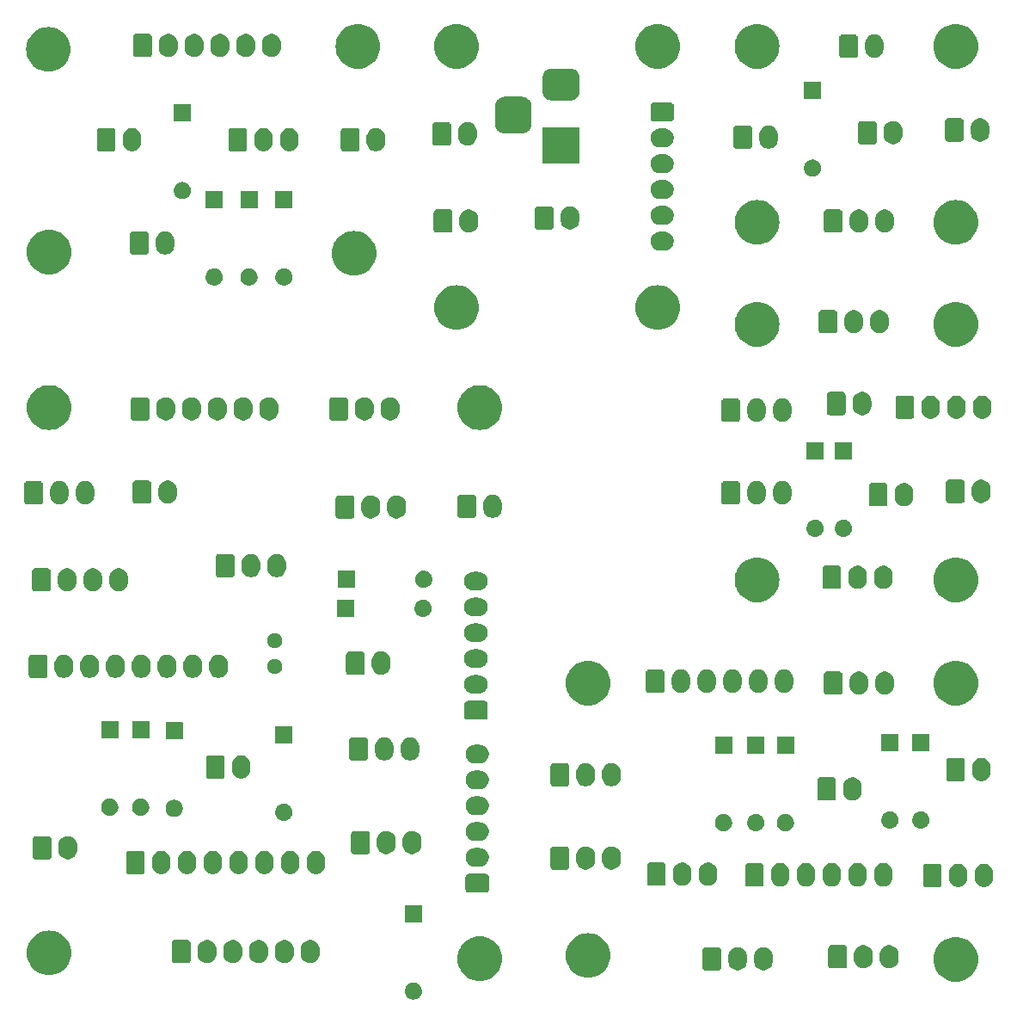
<source format=gbr>
G04 #@! TF.GenerationSoftware,KiCad,Pcbnew,8.0.7*
G04 #@! TF.CreationDate,2025-03-12T18:50:22+10:00*
G04 #@! TF.ProjectId,OH - Upper Mixed Small PCBs,4f48202d-2055-4707-9065-72204d697865,rev?*
G04 #@! TF.SameCoordinates,Original*
G04 #@! TF.FileFunction,Soldermask,Bot*
G04 #@! TF.FilePolarity,Negative*
%FSLAX46Y46*%
G04 Gerber Fmt 4.6, Leading zero omitted, Abs format (unit mm)*
G04 Created by KiCad (PCBNEW 8.0.7) date 2025-03-12 18:50:22*
%MOMM*%
%LPD*%
G01*
G04 APERTURE LIST*
G04 APERTURE END LIST*
G36*
X139297199Y-146409662D02*
G01*
X139344954Y-146409662D01*
X139386194Y-146418427D01*
X139421901Y-146421945D01*
X139466759Y-146435552D01*
X139518973Y-146446651D01*
X139552384Y-146461526D01*
X139581435Y-146470339D01*
X139627602Y-146495015D01*
X139681500Y-146519012D01*
X139706554Y-146537215D01*
X139728453Y-146548920D01*
X139773128Y-146585584D01*
X139825430Y-146623584D01*
X139842411Y-146642443D01*
X139857320Y-146654679D01*
X139897387Y-146703501D01*
X139944473Y-146755795D01*
X139954364Y-146772927D01*
X139963079Y-146783546D01*
X139995306Y-146843840D01*
X140033427Y-146909867D01*
X140037813Y-146923368D01*
X140041660Y-146930564D01*
X140062861Y-147000455D01*
X140088404Y-147079067D01*
X140089303Y-147087623D01*
X140090054Y-147090098D01*
X140097371Y-147164389D01*
X140107000Y-147256000D01*
X140097370Y-147347619D01*
X140090054Y-147421901D01*
X140089303Y-147424375D01*
X140088404Y-147432933D01*
X140062856Y-147511558D01*
X140041660Y-147581435D01*
X140037814Y-147588629D01*
X140033427Y-147602133D01*
X139995299Y-147668172D01*
X139963079Y-147728453D01*
X139954366Y-147739069D01*
X139944473Y-147756205D01*
X139897378Y-147808509D01*
X139857320Y-147857320D01*
X139842414Y-147869552D01*
X139825430Y-147888416D01*
X139773118Y-147926423D01*
X139728453Y-147963079D01*
X139706559Y-147974780D01*
X139681500Y-147992988D01*
X139627591Y-148016989D01*
X139581435Y-148041660D01*
X139552391Y-148050470D01*
X139518973Y-148065349D01*
X139466748Y-148076449D01*
X139421901Y-148090054D01*
X139386203Y-148093570D01*
X139344954Y-148102338D01*
X139297188Y-148102338D01*
X139256000Y-148106395D01*
X139214811Y-148102338D01*
X139167046Y-148102338D01*
X139125797Y-148093570D01*
X139090098Y-148090054D01*
X139045248Y-148076448D01*
X138993027Y-148065349D01*
X138959610Y-148050471D01*
X138930564Y-148041660D01*
X138884402Y-148016986D01*
X138830500Y-147992988D01*
X138805443Y-147974783D01*
X138783546Y-147963079D01*
X138738873Y-147926416D01*
X138686570Y-147888416D01*
X138669588Y-147869555D01*
X138654679Y-147857320D01*
X138614610Y-147808496D01*
X138567527Y-147756205D01*
X138557636Y-147739073D01*
X138548920Y-147728453D01*
X138516687Y-147668148D01*
X138478573Y-147602133D01*
X138474186Y-147588634D01*
X138470339Y-147581435D01*
X138449128Y-147511512D01*
X138423596Y-147432933D01*
X138422697Y-147424380D01*
X138421945Y-147421901D01*
X138414613Y-147347467D01*
X138405000Y-147256000D01*
X138414612Y-147164540D01*
X138421945Y-147090098D01*
X138422697Y-147087618D01*
X138423596Y-147079067D01*
X138449123Y-147000502D01*
X138470339Y-146930564D01*
X138474187Y-146923363D01*
X138478573Y-146909867D01*
X138516680Y-146843863D01*
X138548920Y-146783546D01*
X138557638Y-146772923D01*
X138567527Y-146755795D01*
X138614601Y-146703513D01*
X138654679Y-146654679D01*
X138669591Y-146642440D01*
X138686570Y-146623584D01*
X138738862Y-146585591D01*
X138783546Y-146548920D01*
X138805448Y-146537213D01*
X138830500Y-146519012D01*
X138884391Y-146495018D01*
X138930564Y-146470339D01*
X138959617Y-146461525D01*
X138993027Y-146446651D01*
X139045237Y-146435553D01*
X139090098Y-146421945D01*
X139125806Y-146418427D01*
X139167046Y-146409662D01*
X139214801Y-146409662D01*
X139256000Y-146405604D01*
X139297199Y-146409662D01*
G37*
G36*
X192960288Y-141962830D02*
G01*
X193242661Y-142018997D01*
X193515286Y-142111541D01*
X193773500Y-142238878D01*
X194012884Y-142398829D01*
X194229342Y-142588658D01*
X194419171Y-142805116D01*
X194579122Y-143044500D01*
X194706459Y-143302714D01*
X194799003Y-143575339D01*
X194855170Y-143857712D01*
X194874000Y-144145000D01*
X194855170Y-144432288D01*
X194799003Y-144714661D01*
X194706459Y-144987286D01*
X194579122Y-145245500D01*
X194419171Y-145484884D01*
X194229342Y-145701342D01*
X194012884Y-145891171D01*
X193773500Y-146051122D01*
X193515286Y-146178459D01*
X193242661Y-146271003D01*
X192960288Y-146327170D01*
X192673000Y-146346000D01*
X192385712Y-146327170D01*
X192103339Y-146271003D01*
X191830714Y-146178459D01*
X191572500Y-146051122D01*
X191333116Y-145891171D01*
X191116658Y-145701342D01*
X190926829Y-145484884D01*
X190766878Y-145245500D01*
X190639541Y-144987286D01*
X190546997Y-144714661D01*
X190490830Y-144432288D01*
X190472000Y-144145000D01*
X190490830Y-143857712D01*
X190546997Y-143575339D01*
X190639541Y-143302714D01*
X190766878Y-143044500D01*
X190926829Y-142805116D01*
X191116658Y-142588658D01*
X191333116Y-142398829D01*
X191572500Y-142238878D01*
X191830714Y-142111541D01*
X192103339Y-142018997D01*
X192385712Y-141962830D01*
X192673000Y-141944000D01*
X192960288Y-141962830D01*
G37*
G36*
X146083288Y-141899830D02*
G01*
X146365661Y-141955997D01*
X146638286Y-142048541D01*
X146896500Y-142175878D01*
X147135884Y-142335829D01*
X147352342Y-142525658D01*
X147542171Y-142742116D01*
X147702122Y-142981500D01*
X147829459Y-143239714D01*
X147922003Y-143512339D01*
X147978170Y-143794712D01*
X147997000Y-144082000D01*
X147978170Y-144369288D01*
X147922003Y-144651661D01*
X147829459Y-144924286D01*
X147702122Y-145182500D01*
X147542171Y-145421884D01*
X147352342Y-145638342D01*
X147135884Y-145828171D01*
X146896500Y-145988122D01*
X146638286Y-146115459D01*
X146365661Y-146208003D01*
X146083288Y-146264170D01*
X145796000Y-146283000D01*
X145508712Y-146264170D01*
X145226339Y-146208003D01*
X144953714Y-146115459D01*
X144695500Y-145988122D01*
X144456116Y-145828171D01*
X144239658Y-145638342D01*
X144049829Y-145421884D01*
X143889878Y-145182500D01*
X143762541Y-144924286D01*
X143669997Y-144651661D01*
X143613830Y-144369288D01*
X143595000Y-144082000D01*
X143613830Y-143794712D01*
X143669997Y-143512339D01*
X143762541Y-143239714D01*
X143889878Y-142981500D01*
X144049829Y-142742116D01*
X144239658Y-142525658D01*
X144456116Y-142335829D01*
X144695500Y-142175878D01*
X144953714Y-142048541D01*
X145226339Y-141955997D01*
X145508712Y-141899830D01*
X145796000Y-141881000D01*
X146083288Y-141899830D01*
G37*
G36*
X156751288Y-141581830D02*
G01*
X157033661Y-141637997D01*
X157306286Y-141730541D01*
X157564500Y-141857878D01*
X157803884Y-142017829D01*
X158020342Y-142207658D01*
X158210171Y-142424116D01*
X158370122Y-142663500D01*
X158497459Y-142921714D01*
X158590003Y-143194339D01*
X158646170Y-143476712D01*
X158665000Y-143764000D01*
X158646170Y-144051288D01*
X158590003Y-144333661D01*
X158497459Y-144606286D01*
X158370122Y-144864500D01*
X158210171Y-145103884D01*
X158020342Y-145320342D01*
X157803884Y-145510171D01*
X157564500Y-145670122D01*
X157306286Y-145797459D01*
X157033661Y-145890003D01*
X156751288Y-145946170D01*
X156464000Y-145965000D01*
X156176712Y-145946170D01*
X155894339Y-145890003D01*
X155621714Y-145797459D01*
X155363500Y-145670122D01*
X155124116Y-145510171D01*
X154907658Y-145320342D01*
X154717829Y-145103884D01*
X154557878Y-144864500D01*
X154430541Y-144606286D01*
X154337997Y-144333661D01*
X154281830Y-144051288D01*
X154263000Y-143764000D01*
X154281830Y-143476712D01*
X154337997Y-143194339D01*
X154430541Y-142921714D01*
X154557878Y-142663500D01*
X154717829Y-142424116D01*
X154907658Y-142207658D01*
X155124116Y-142017829D01*
X155363500Y-141857878D01*
X155621714Y-141730541D01*
X155894339Y-141637997D01*
X156176712Y-141581830D01*
X156464000Y-141563000D01*
X156751288Y-141581830D01*
G37*
G36*
X103665288Y-141327830D02*
G01*
X103947661Y-141383997D01*
X104220286Y-141476541D01*
X104478500Y-141603878D01*
X104717884Y-141763829D01*
X104934342Y-141953658D01*
X105124171Y-142170116D01*
X105284122Y-142409500D01*
X105411459Y-142667714D01*
X105504003Y-142940339D01*
X105560170Y-143222712D01*
X105579000Y-143510000D01*
X105560170Y-143797288D01*
X105504003Y-144079661D01*
X105411459Y-144352286D01*
X105284122Y-144610500D01*
X105124171Y-144849884D01*
X104934342Y-145066342D01*
X104717884Y-145256171D01*
X104478500Y-145416122D01*
X104220286Y-145543459D01*
X103947661Y-145636003D01*
X103665288Y-145692170D01*
X103378000Y-145711000D01*
X103090712Y-145692170D01*
X102808339Y-145636003D01*
X102535714Y-145543459D01*
X102277500Y-145416122D01*
X102038116Y-145256171D01*
X101821658Y-145066342D01*
X101631829Y-144849884D01*
X101471878Y-144610500D01*
X101344541Y-144352286D01*
X101251997Y-144079661D01*
X101195830Y-143797288D01*
X101177000Y-143510000D01*
X101195830Y-143222712D01*
X101251997Y-142940339D01*
X101344541Y-142667714D01*
X101471878Y-142409500D01*
X101631829Y-142170116D01*
X101821658Y-141953658D01*
X102038116Y-141763829D01*
X102277500Y-141603878D01*
X102535714Y-141476541D01*
X102808339Y-141383997D01*
X103090712Y-141327830D01*
X103378000Y-141309000D01*
X103665288Y-141327830D01*
G37*
G36*
X169344914Y-142938995D02*
G01*
X169360726Y-142945976D01*
X169368531Y-142947213D01*
X169401039Y-142963776D01*
X169446106Y-142983676D01*
X169524324Y-143061894D01*
X169544226Y-143106967D01*
X169560786Y-143139468D01*
X169562021Y-143147270D01*
X169569005Y-143163086D01*
X169577000Y-143232000D01*
X169577000Y-144932000D01*
X169569005Y-145000914D01*
X169562021Y-145016729D01*
X169560786Y-145024531D01*
X169544229Y-145057024D01*
X169524324Y-145102106D01*
X169446106Y-145180324D01*
X169401024Y-145200229D01*
X169368531Y-145216786D01*
X169360729Y-145218021D01*
X169344914Y-145225005D01*
X169276000Y-145233000D01*
X168036000Y-145233000D01*
X167967086Y-145225005D01*
X167951270Y-145218021D01*
X167943468Y-145216786D01*
X167910967Y-145200226D01*
X167865894Y-145180324D01*
X167787676Y-145102106D01*
X167767776Y-145057039D01*
X167751213Y-145024531D01*
X167749976Y-145016726D01*
X167742995Y-145000914D01*
X167735000Y-144932000D01*
X167735000Y-143232000D01*
X167742995Y-143163086D01*
X167749976Y-143147274D01*
X167751213Y-143139468D01*
X167767780Y-143106953D01*
X167787676Y-143061894D01*
X167865894Y-142983676D01*
X167910953Y-142963780D01*
X167943468Y-142947213D01*
X167951274Y-142945976D01*
X167967086Y-142938995D01*
X168036000Y-142931000D01*
X169276000Y-142931000D01*
X169344914Y-142938995D01*
G37*
G36*
X171463352Y-142970658D02*
G01*
X171630156Y-143039751D01*
X171780276Y-143140057D01*
X171907943Y-143267724D01*
X172008249Y-143417844D01*
X172077342Y-143584648D01*
X172112565Y-143761726D01*
X172117000Y-143852000D01*
X172117000Y-144312000D01*
X172112565Y-144402274D01*
X172077342Y-144579352D01*
X172008249Y-144746156D01*
X171907943Y-144896276D01*
X171780276Y-145023943D01*
X171630156Y-145124249D01*
X171463352Y-145193342D01*
X171286274Y-145228565D01*
X171105726Y-145228565D01*
X170928648Y-145193342D01*
X170761844Y-145124249D01*
X170611724Y-145023943D01*
X170484057Y-144896276D01*
X170383751Y-144746156D01*
X170314658Y-144579352D01*
X170279435Y-144402274D01*
X170275000Y-144312000D01*
X170275000Y-143852000D01*
X170279435Y-143761726D01*
X170314658Y-143584648D01*
X170383751Y-143417844D01*
X170484057Y-143267724D01*
X170611724Y-143140057D01*
X170761844Y-143039751D01*
X170928648Y-142970658D01*
X171105726Y-142935435D01*
X171286274Y-142935435D01*
X171463352Y-142970658D01*
G37*
G36*
X174003352Y-142970658D02*
G01*
X174170156Y-143039751D01*
X174320276Y-143140057D01*
X174447943Y-143267724D01*
X174548249Y-143417844D01*
X174617342Y-143584648D01*
X174652565Y-143761726D01*
X174657000Y-143852000D01*
X174657000Y-144312000D01*
X174652565Y-144402274D01*
X174617342Y-144579352D01*
X174548249Y-144746156D01*
X174447943Y-144896276D01*
X174320276Y-145023943D01*
X174170156Y-145124249D01*
X174003352Y-145193342D01*
X173826274Y-145228565D01*
X173645726Y-145228565D01*
X173468648Y-145193342D01*
X173301844Y-145124249D01*
X173151724Y-145023943D01*
X173024057Y-144896276D01*
X172923751Y-144746156D01*
X172854658Y-144579352D01*
X172819435Y-144402274D01*
X172815000Y-144312000D01*
X172815000Y-143852000D01*
X172819435Y-143761726D01*
X172854658Y-143584648D01*
X172923751Y-143417844D01*
X173024057Y-143267724D01*
X173151724Y-143140057D01*
X173301844Y-143039751D01*
X173468648Y-142970658D01*
X173645726Y-142935435D01*
X173826274Y-142935435D01*
X174003352Y-142970658D01*
G37*
G36*
X181726914Y-142747995D02*
G01*
X181742726Y-142754976D01*
X181750531Y-142756213D01*
X181783039Y-142772776D01*
X181828106Y-142792676D01*
X181906324Y-142870894D01*
X181926226Y-142915967D01*
X181942786Y-142948468D01*
X181944021Y-142956270D01*
X181951005Y-142972086D01*
X181959000Y-143041000D01*
X181959000Y-144741000D01*
X181951005Y-144809914D01*
X181944021Y-144825729D01*
X181942786Y-144833531D01*
X181926229Y-144866024D01*
X181906324Y-144911106D01*
X181828106Y-144989324D01*
X181783024Y-145009229D01*
X181750531Y-145025786D01*
X181742729Y-145027021D01*
X181726914Y-145034005D01*
X181658000Y-145042000D01*
X180418000Y-145042000D01*
X180349086Y-145034005D01*
X180333270Y-145027021D01*
X180325468Y-145025786D01*
X180292967Y-145009226D01*
X180247894Y-144989324D01*
X180169676Y-144911106D01*
X180149776Y-144866039D01*
X180133213Y-144833531D01*
X180131976Y-144825726D01*
X180124995Y-144809914D01*
X180117000Y-144741000D01*
X180117000Y-143041000D01*
X180124995Y-142972086D01*
X180131976Y-142956274D01*
X180133213Y-142948468D01*
X180149780Y-142915953D01*
X180169676Y-142870894D01*
X180247894Y-142792676D01*
X180292953Y-142772780D01*
X180325468Y-142756213D01*
X180333274Y-142754976D01*
X180349086Y-142747995D01*
X180418000Y-142740000D01*
X181658000Y-142740000D01*
X181726914Y-142747995D01*
G37*
G36*
X183845352Y-142779658D02*
G01*
X184012156Y-142848751D01*
X184162276Y-142949057D01*
X184289943Y-143076724D01*
X184390249Y-143226844D01*
X184459342Y-143393648D01*
X184494565Y-143570726D01*
X184499000Y-143661000D01*
X184499000Y-144121000D01*
X184494565Y-144211274D01*
X184459342Y-144388352D01*
X184390249Y-144555156D01*
X184289943Y-144705276D01*
X184162276Y-144832943D01*
X184012156Y-144933249D01*
X183845352Y-145002342D01*
X183668274Y-145037565D01*
X183487726Y-145037565D01*
X183310648Y-145002342D01*
X183143844Y-144933249D01*
X182993724Y-144832943D01*
X182866057Y-144705276D01*
X182765751Y-144555156D01*
X182696658Y-144388352D01*
X182661435Y-144211274D01*
X182657000Y-144121000D01*
X182657000Y-143661000D01*
X182661435Y-143570726D01*
X182696658Y-143393648D01*
X182765751Y-143226844D01*
X182866057Y-143076724D01*
X182993724Y-142949057D01*
X183143844Y-142848751D01*
X183310648Y-142779658D01*
X183487726Y-142744435D01*
X183668274Y-142744435D01*
X183845352Y-142779658D01*
G37*
G36*
X186385352Y-142779658D02*
G01*
X186552156Y-142848751D01*
X186702276Y-142949057D01*
X186829943Y-143076724D01*
X186930249Y-143226844D01*
X186999342Y-143393648D01*
X187034565Y-143570726D01*
X187039000Y-143661000D01*
X187039000Y-144121000D01*
X187034565Y-144211274D01*
X186999342Y-144388352D01*
X186930249Y-144555156D01*
X186829943Y-144705276D01*
X186702276Y-144832943D01*
X186552156Y-144933249D01*
X186385352Y-145002342D01*
X186208274Y-145037565D01*
X186027726Y-145037565D01*
X185850648Y-145002342D01*
X185683844Y-144933249D01*
X185533724Y-144832943D01*
X185406057Y-144705276D01*
X185305751Y-144555156D01*
X185236658Y-144388352D01*
X185201435Y-144211274D01*
X185197000Y-144121000D01*
X185197000Y-143661000D01*
X185201435Y-143570726D01*
X185236658Y-143393648D01*
X185305751Y-143226844D01*
X185406057Y-143076724D01*
X185533724Y-142949057D01*
X185683844Y-142848751D01*
X185850648Y-142779658D01*
X186027726Y-142744435D01*
X186208274Y-142744435D01*
X186385352Y-142779658D01*
G37*
G36*
X117084914Y-142239995D02*
G01*
X117100726Y-142246976D01*
X117108531Y-142248213D01*
X117141039Y-142264776D01*
X117186106Y-142284676D01*
X117264324Y-142362894D01*
X117284226Y-142407967D01*
X117300786Y-142440468D01*
X117302021Y-142448270D01*
X117309005Y-142464086D01*
X117317000Y-142533000D01*
X117317000Y-144233000D01*
X117309005Y-144301914D01*
X117302021Y-144317729D01*
X117300786Y-144325531D01*
X117284229Y-144358024D01*
X117264324Y-144403106D01*
X117186106Y-144481324D01*
X117141024Y-144501229D01*
X117108531Y-144517786D01*
X117100729Y-144519021D01*
X117084914Y-144526005D01*
X117016000Y-144534000D01*
X115776000Y-144534000D01*
X115707086Y-144526005D01*
X115691270Y-144519021D01*
X115683468Y-144517786D01*
X115650967Y-144501226D01*
X115605894Y-144481324D01*
X115527676Y-144403106D01*
X115507776Y-144358039D01*
X115491213Y-144325531D01*
X115489976Y-144317726D01*
X115482995Y-144301914D01*
X115475000Y-144233000D01*
X115475000Y-142533000D01*
X115482995Y-142464086D01*
X115489976Y-142448274D01*
X115491213Y-142440468D01*
X115507780Y-142407953D01*
X115527676Y-142362894D01*
X115605894Y-142284676D01*
X115650953Y-142264780D01*
X115683468Y-142248213D01*
X115691274Y-142246976D01*
X115707086Y-142239995D01*
X115776000Y-142232000D01*
X117016000Y-142232000D01*
X117084914Y-142239995D01*
G37*
G36*
X119203352Y-142271658D02*
G01*
X119370156Y-142340751D01*
X119520276Y-142441057D01*
X119647943Y-142568724D01*
X119748249Y-142718844D01*
X119817342Y-142885648D01*
X119852565Y-143062726D01*
X119857000Y-143153000D01*
X119857000Y-143613000D01*
X119852565Y-143703274D01*
X119817342Y-143880352D01*
X119748249Y-144047156D01*
X119647943Y-144197276D01*
X119520276Y-144324943D01*
X119370156Y-144425249D01*
X119203352Y-144494342D01*
X119026274Y-144529565D01*
X118845726Y-144529565D01*
X118668648Y-144494342D01*
X118501844Y-144425249D01*
X118351724Y-144324943D01*
X118224057Y-144197276D01*
X118123751Y-144047156D01*
X118054658Y-143880352D01*
X118019435Y-143703274D01*
X118015000Y-143613000D01*
X118015000Y-143153000D01*
X118019435Y-143062726D01*
X118054658Y-142885648D01*
X118123751Y-142718844D01*
X118224057Y-142568724D01*
X118351724Y-142441057D01*
X118501844Y-142340751D01*
X118668648Y-142271658D01*
X118845726Y-142236435D01*
X119026274Y-142236435D01*
X119203352Y-142271658D01*
G37*
G36*
X121743352Y-142271658D02*
G01*
X121910156Y-142340751D01*
X122060276Y-142441057D01*
X122187943Y-142568724D01*
X122288249Y-142718844D01*
X122357342Y-142885648D01*
X122392565Y-143062726D01*
X122397000Y-143153000D01*
X122397000Y-143613000D01*
X122392565Y-143703274D01*
X122357342Y-143880352D01*
X122288249Y-144047156D01*
X122187943Y-144197276D01*
X122060276Y-144324943D01*
X121910156Y-144425249D01*
X121743352Y-144494342D01*
X121566274Y-144529565D01*
X121385726Y-144529565D01*
X121208648Y-144494342D01*
X121041844Y-144425249D01*
X120891724Y-144324943D01*
X120764057Y-144197276D01*
X120663751Y-144047156D01*
X120594658Y-143880352D01*
X120559435Y-143703274D01*
X120555000Y-143613000D01*
X120555000Y-143153000D01*
X120559435Y-143062726D01*
X120594658Y-142885648D01*
X120663751Y-142718844D01*
X120764057Y-142568724D01*
X120891724Y-142441057D01*
X121041844Y-142340751D01*
X121208648Y-142271658D01*
X121385726Y-142236435D01*
X121566274Y-142236435D01*
X121743352Y-142271658D01*
G37*
G36*
X124283352Y-142271658D02*
G01*
X124450156Y-142340751D01*
X124600276Y-142441057D01*
X124727943Y-142568724D01*
X124828249Y-142718844D01*
X124897342Y-142885648D01*
X124932565Y-143062726D01*
X124937000Y-143153000D01*
X124937000Y-143613000D01*
X124932565Y-143703274D01*
X124897342Y-143880352D01*
X124828249Y-144047156D01*
X124727943Y-144197276D01*
X124600276Y-144324943D01*
X124450156Y-144425249D01*
X124283352Y-144494342D01*
X124106274Y-144529565D01*
X123925726Y-144529565D01*
X123748648Y-144494342D01*
X123581844Y-144425249D01*
X123431724Y-144324943D01*
X123304057Y-144197276D01*
X123203751Y-144047156D01*
X123134658Y-143880352D01*
X123099435Y-143703274D01*
X123095000Y-143613000D01*
X123095000Y-143153000D01*
X123099435Y-143062726D01*
X123134658Y-142885648D01*
X123203751Y-142718844D01*
X123304057Y-142568724D01*
X123431724Y-142441057D01*
X123581844Y-142340751D01*
X123748648Y-142271658D01*
X123925726Y-142236435D01*
X124106274Y-142236435D01*
X124283352Y-142271658D01*
G37*
G36*
X126823352Y-142271658D02*
G01*
X126990156Y-142340751D01*
X127140276Y-142441057D01*
X127267943Y-142568724D01*
X127368249Y-142718844D01*
X127437342Y-142885648D01*
X127472565Y-143062726D01*
X127477000Y-143153000D01*
X127477000Y-143613000D01*
X127472565Y-143703274D01*
X127437342Y-143880352D01*
X127368249Y-144047156D01*
X127267943Y-144197276D01*
X127140276Y-144324943D01*
X126990156Y-144425249D01*
X126823352Y-144494342D01*
X126646274Y-144529565D01*
X126465726Y-144529565D01*
X126288648Y-144494342D01*
X126121844Y-144425249D01*
X125971724Y-144324943D01*
X125844057Y-144197276D01*
X125743751Y-144047156D01*
X125674658Y-143880352D01*
X125639435Y-143703274D01*
X125635000Y-143613000D01*
X125635000Y-143153000D01*
X125639435Y-143062726D01*
X125674658Y-142885648D01*
X125743751Y-142718844D01*
X125844057Y-142568724D01*
X125971724Y-142441057D01*
X126121844Y-142340751D01*
X126288648Y-142271658D01*
X126465726Y-142236435D01*
X126646274Y-142236435D01*
X126823352Y-142271658D01*
G37*
G36*
X129363352Y-142271658D02*
G01*
X129530156Y-142340751D01*
X129680276Y-142441057D01*
X129807943Y-142568724D01*
X129908249Y-142718844D01*
X129977342Y-142885648D01*
X130012565Y-143062726D01*
X130017000Y-143153000D01*
X130017000Y-143613000D01*
X130012565Y-143703274D01*
X129977342Y-143880352D01*
X129908249Y-144047156D01*
X129807943Y-144197276D01*
X129680276Y-144324943D01*
X129530156Y-144425249D01*
X129363352Y-144494342D01*
X129186274Y-144529565D01*
X129005726Y-144529565D01*
X128828648Y-144494342D01*
X128661844Y-144425249D01*
X128511724Y-144324943D01*
X128384057Y-144197276D01*
X128283751Y-144047156D01*
X128214658Y-143880352D01*
X128179435Y-143703274D01*
X128175000Y-143613000D01*
X128175000Y-143153000D01*
X128179435Y-143062726D01*
X128214658Y-142885648D01*
X128283751Y-142718844D01*
X128384057Y-142568724D01*
X128511724Y-142441057D01*
X128661844Y-142340751D01*
X128828648Y-142271658D01*
X129005726Y-142236435D01*
X129186274Y-142236435D01*
X129363352Y-142271658D01*
G37*
G36*
X140075517Y-138788882D02*
G01*
X140092062Y-138799938D01*
X140103118Y-138816483D01*
X140107000Y-138836000D01*
X140107000Y-140436000D01*
X140103118Y-140455517D01*
X140092062Y-140472062D01*
X140075517Y-140483118D01*
X140056000Y-140487000D01*
X138456000Y-140487000D01*
X138436483Y-140483118D01*
X138419938Y-140472062D01*
X138408882Y-140455517D01*
X138405000Y-140436000D01*
X138405000Y-138836000D01*
X138408882Y-138816483D01*
X138419938Y-138799938D01*
X138436483Y-138788882D01*
X138456000Y-138785000D01*
X140056000Y-138785000D01*
X140075517Y-138788882D01*
G37*
G36*
X146460914Y-135738995D02*
G01*
X146476726Y-135745976D01*
X146484531Y-135747213D01*
X146517039Y-135763776D01*
X146562106Y-135783676D01*
X146640324Y-135861894D01*
X146660226Y-135906967D01*
X146676786Y-135939468D01*
X146678021Y-135947270D01*
X146685005Y-135963086D01*
X146693000Y-136032000D01*
X146693000Y-137272000D01*
X146685005Y-137340914D01*
X146678021Y-137356729D01*
X146676786Y-137364531D01*
X146660229Y-137397024D01*
X146640324Y-137442106D01*
X146562106Y-137520324D01*
X146517024Y-137540229D01*
X146484531Y-137556786D01*
X146476729Y-137558021D01*
X146460914Y-137565005D01*
X146392000Y-137573000D01*
X144692000Y-137573000D01*
X144623086Y-137565005D01*
X144607270Y-137558021D01*
X144599468Y-137556786D01*
X144566967Y-137540226D01*
X144521894Y-137520324D01*
X144443676Y-137442106D01*
X144423776Y-137397039D01*
X144407213Y-137364531D01*
X144405976Y-137356726D01*
X144398995Y-137340914D01*
X144391000Y-137272000D01*
X144391000Y-136032000D01*
X144398995Y-135963086D01*
X144405976Y-135947274D01*
X144407213Y-135939468D01*
X144423780Y-135906953D01*
X144443676Y-135861894D01*
X144521894Y-135783676D01*
X144566953Y-135763780D01*
X144599468Y-135747213D01*
X144607274Y-135745976D01*
X144623086Y-135738995D01*
X144692000Y-135731000D01*
X146392000Y-135731000D01*
X146460914Y-135738995D01*
G37*
G36*
X191061914Y-134746995D02*
G01*
X191077726Y-134753976D01*
X191085531Y-134755213D01*
X191118039Y-134771776D01*
X191163106Y-134791676D01*
X191241324Y-134869894D01*
X191261226Y-134914967D01*
X191277786Y-134947468D01*
X191279021Y-134955270D01*
X191286005Y-134971086D01*
X191294000Y-135040000D01*
X191294000Y-136740000D01*
X191286005Y-136808914D01*
X191279021Y-136824729D01*
X191277786Y-136832531D01*
X191261229Y-136865024D01*
X191241324Y-136910106D01*
X191163106Y-136988324D01*
X191118024Y-137008229D01*
X191085531Y-137024786D01*
X191077729Y-137026021D01*
X191061914Y-137033005D01*
X190993000Y-137041000D01*
X189753000Y-137041000D01*
X189684086Y-137033005D01*
X189668270Y-137026021D01*
X189660468Y-137024786D01*
X189627967Y-137008226D01*
X189582894Y-136988324D01*
X189504676Y-136910106D01*
X189484776Y-136865039D01*
X189468213Y-136832531D01*
X189466976Y-136824726D01*
X189459995Y-136808914D01*
X189452000Y-136740000D01*
X189452000Y-135040000D01*
X189459995Y-134971086D01*
X189466976Y-134955274D01*
X189468213Y-134947468D01*
X189484780Y-134914953D01*
X189504676Y-134869894D01*
X189582894Y-134791676D01*
X189627953Y-134771780D01*
X189660468Y-134755213D01*
X189668274Y-134753976D01*
X189684086Y-134746995D01*
X189753000Y-134739000D01*
X190993000Y-134739000D01*
X191061914Y-134746995D01*
G37*
G36*
X193180352Y-134778658D02*
G01*
X193347156Y-134847751D01*
X193497276Y-134948057D01*
X193624943Y-135075724D01*
X193725249Y-135225844D01*
X193794342Y-135392648D01*
X193829565Y-135569726D01*
X193834000Y-135660000D01*
X193834000Y-136120000D01*
X193829565Y-136210274D01*
X193794342Y-136387352D01*
X193725249Y-136554156D01*
X193624943Y-136704276D01*
X193497276Y-136831943D01*
X193347156Y-136932249D01*
X193180352Y-137001342D01*
X193003274Y-137036565D01*
X192822726Y-137036565D01*
X192645648Y-137001342D01*
X192478844Y-136932249D01*
X192328724Y-136831943D01*
X192201057Y-136704276D01*
X192100751Y-136554156D01*
X192031658Y-136387352D01*
X191996435Y-136210274D01*
X191992000Y-136120000D01*
X191992000Y-135660000D01*
X191996435Y-135569726D01*
X192031658Y-135392648D01*
X192100751Y-135225844D01*
X192201057Y-135075724D01*
X192328724Y-134948057D01*
X192478844Y-134847751D01*
X192645648Y-134778658D01*
X192822726Y-134743435D01*
X193003274Y-134743435D01*
X193180352Y-134778658D01*
G37*
G36*
X195720352Y-134778658D02*
G01*
X195887156Y-134847751D01*
X196037276Y-134948057D01*
X196164943Y-135075724D01*
X196265249Y-135225844D01*
X196334342Y-135392648D01*
X196369565Y-135569726D01*
X196374000Y-135660000D01*
X196374000Y-136120000D01*
X196369565Y-136210274D01*
X196334342Y-136387352D01*
X196265249Y-136554156D01*
X196164943Y-136704276D01*
X196037276Y-136831943D01*
X195887156Y-136932249D01*
X195720352Y-137001342D01*
X195543274Y-137036565D01*
X195362726Y-137036565D01*
X195185648Y-137001342D01*
X195018844Y-136932249D01*
X194868724Y-136831943D01*
X194741057Y-136704276D01*
X194640751Y-136554156D01*
X194571658Y-136387352D01*
X194536435Y-136210274D01*
X194532000Y-136120000D01*
X194532000Y-135660000D01*
X194536435Y-135569726D01*
X194571658Y-135392648D01*
X194640751Y-135225844D01*
X194741057Y-135075724D01*
X194868724Y-134948057D01*
X195018844Y-134847751D01*
X195185648Y-134778658D01*
X195362726Y-134743435D01*
X195543274Y-134743435D01*
X195720352Y-134778658D01*
G37*
G36*
X173535914Y-134682995D02*
G01*
X173551726Y-134689976D01*
X173559531Y-134691213D01*
X173592039Y-134707776D01*
X173637106Y-134727676D01*
X173715324Y-134805894D01*
X173735226Y-134850967D01*
X173751786Y-134883468D01*
X173753021Y-134891270D01*
X173760005Y-134907086D01*
X173768000Y-134976000D01*
X173768000Y-136676000D01*
X173760005Y-136744914D01*
X173753021Y-136760729D01*
X173751786Y-136768531D01*
X173735229Y-136801024D01*
X173715324Y-136846106D01*
X173637106Y-136924324D01*
X173592024Y-136944229D01*
X173559531Y-136960786D01*
X173551729Y-136962021D01*
X173535914Y-136969005D01*
X173467000Y-136977000D01*
X172227000Y-136977000D01*
X172158086Y-136969005D01*
X172142270Y-136962021D01*
X172134468Y-136960786D01*
X172101967Y-136944226D01*
X172056894Y-136924324D01*
X171978676Y-136846106D01*
X171958776Y-136801039D01*
X171942213Y-136768531D01*
X171940976Y-136760726D01*
X171933995Y-136744914D01*
X171926000Y-136676000D01*
X171926000Y-134976000D01*
X171933995Y-134907086D01*
X171940976Y-134891274D01*
X171942213Y-134883468D01*
X171958780Y-134850953D01*
X171978676Y-134805894D01*
X172056894Y-134727676D01*
X172101953Y-134707780D01*
X172134468Y-134691213D01*
X172142274Y-134689976D01*
X172158086Y-134682995D01*
X172227000Y-134675000D01*
X173467000Y-134675000D01*
X173535914Y-134682995D01*
G37*
G36*
X175654352Y-134714658D02*
G01*
X175821156Y-134783751D01*
X175971276Y-134884057D01*
X176098943Y-135011724D01*
X176199249Y-135161844D01*
X176268342Y-135328648D01*
X176303565Y-135505726D01*
X176308000Y-135596000D01*
X176308000Y-136056000D01*
X176303565Y-136146274D01*
X176268342Y-136323352D01*
X176199249Y-136490156D01*
X176098943Y-136640276D01*
X175971276Y-136767943D01*
X175821156Y-136868249D01*
X175654352Y-136937342D01*
X175477274Y-136972565D01*
X175296726Y-136972565D01*
X175119648Y-136937342D01*
X174952844Y-136868249D01*
X174802724Y-136767943D01*
X174675057Y-136640276D01*
X174574751Y-136490156D01*
X174505658Y-136323352D01*
X174470435Y-136146274D01*
X174466000Y-136056000D01*
X174466000Y-135596000D01*
X174470435Y-135505726D01*
X174505658Y-135328648D01*
X174574751Y-135161844D01*
X174675057Y-135011724D01*
X174802724Y-134884057D01*
X174952844Y-134783751D01*
X175119648Y-134714658D01*
X175296726Y-134679435D01*
X175477274Y-134679435D01*
X175654352Y-134714658D01*
G37*
G36*
X178194352Y-134714658D02*
G01*
X178361156Y-134783751D01*
X178511276Y-134884057D01*
X178638943Y-135011724D01*
X178739249Y-135161844D01*
X178808342Y-135328648D01*
X178843565Y-135505726D01*
X178848000Y-135596000D01*
X178848000Y-136056000D01*
X178843565Y-136146274D01*
X178808342Y-136323352D01*
X178739249Y-136490156D01*
X178638943Y-136640276D01*
X178511276Y-136767943D01*
X178361156Y-136868249D01*
X178194352Y-136937342D01*
X178017274Y-136972565D01*
X177836726Y-136972565D01*
X177659648Y-136937342D01*
X177492844Y-136868249D01*
X177342724Y-136767943D01*
X177215057Y-136640276D01*
X177114751Y-136490156D01*
X177045658Y-136323352D01*
X177010435Y-136146274D01*
X177006000Y-136056000D01*
X177006000Y-135596000D01*
X177010435Y-135505726D01*
X177045658Y-135328648D01*
X177114751Y-135161844D01*
X177215057Y-135011724D01*
X177342724Y-134884057D01*
X177492844Y-134783751D01*
X177659648Y-134714658D01*
X177836726Y-134679435D01*
X178017274Y-134679435D01*
X178194352Y-134714658D01*
G37*
G36*
X180734352Y-134714658D02*
G01*
X180901156Y-134783751D01*
X181051276Y-134884057D01*
X181178943Y-135011724D01*
X181279249Y-135161844D01*
X181348342Y-135328648D01*
X181383565Y-135505726D01*
X181388000Y-135596000D01*
X181388000Y-136056000D01*
X181383565Y-136146274D01*
X181348342Y-136323352D01*
X181279249Y-136490156D01*
X181178943Y-136640276D01*
X181051276Y-136767943D01*
X180901156Y-136868249D01*
X180734352Y-136937342D01*
X180557274Y-136972565D01*
X180376726Y-136972565D01*
X180199648Y-136937342D01*
X180032844Y-136868249D01*
X179882724Y-136767943D01*
X179755057Y-136640276D01*
X179654751Y-136490156D01*
X179585658Y-136323352D01*
X179550435Y-136146274D01*
X179546000Y-136056000D01*
X179546000Y-135596000D01*
X179550435Y-135505726D01*
X179585658Y-135328648D01*
X179654751Y-135161844D01*
X179755057Y-135011724D01*
X179882724Y-134884057D01*
X180032844Y-134783751D01*
X180199648Y-134714658D01*
X180376726Y-134679435D01*
X180557274Y-134679435D01*
X180734352Y-134714658D01*
G37*
G36*
X183274352Y-134714658D02*
G01*
X183441156Y-134783751D01*
X183591276Y-134884057D01*
X183718943Y-135011724D01*
X183819249Y-135161844D01*
X183888342Y-135328648D01*
X183923565Y-135505726D01*
X183928000Y-135596000D01*
X183928000Y-136056000D01*
X183923565Y-136146274D01*
X183888342Y-136323352D01*
X183819249Y-136490156D01*
X183718943Y-136640276D01*
X183591276Y-136767943D01*
X183441156Y-136868249D01*
X183274352Y-136937342D01*
X183097274Y-136972565D01*
X182916726Y-136972565D01*
X182739648Y-136937342D01*
X182572844Y-136868249D01*
X182422724Y-136767943D01*
X182295057Y-136640276D01*
X182194751Y-136490156D01*
X182125658Y-136323352D01*
X182090435Y-136146274D01*
X182086000Y-136056000D01*
X182086000Y-135596000D01*
X182090435Y-135505726D01*
X182125658Y-135328648D01*
X182194751Y-135161844D01*
X182295057Y-135011724D01*
X182422724Y-134884057D01*
X182572844Y-134783751D01*
X182739648Y-134714658D01*
X182916726Y-134679435D01*
X183097274Y-134679435D01*
X183274352Y-134714658D01*
G37*
G36*
X185814352Y-134714658D02*
G01*
X185981156Y-134783751D01*
X186131276Y-134884057D01*
X186258943Y-135011724D01*
X186359249Y-135161844D01*
X186428342Y-135328648D01*
X186463565Y-135505726D01*
X186468000Y-135596000D01*
X186468000Y-136056000D01*
X186463565Y-136146274D01*
X186428342Y-136323352D01*
X186359249Y-136490156D01*
X186258943Y-136640276D01*
X186131276Y-136767943D01*
X185981156Y-136868249D01*
X185814352Y-136937342D01*
X185637274Y-136972565D01*
X185456726Y-136972565D01*
X185279648Y-136937342D01*
X185112844Y-136868249D01*
X184962724Y-136767943D01*
X184835057Y-136640276D01*
X184734751Y-136490156D01*
X184665658Y-136323352D01*
X184630435Y-136146274D01*
X184626000Y-136056000D01*
X184626000Y-135596000D01*
X184630435Y-135505726D01*
X184665658Y-135328648D01*
X184734751Y-135161844D01*
X184835057Y-135011724D01*
X184962724Y-134884057D01*
X185112844Y-134783751D01*
X185279648Y-134714658D01*
X185456726Y-134679435D01*
X185637274Y-134679435D01*
X185814352Y-134714658D01*
G37*
G36*
X163883914Y-134619995D02*
G01*
X163899726Y-134626976D01*
X163907531Y-134628213D01*
X163940039Y-134644776D01*
X163985106Y-134664676D01*
X164063324Y-134742894D01*
X164083226Y-134787967D01*
X164099786Y-134820468D01*
X164101021Y-134828270D01*
X164108005Y-134844086D01*
X164116000Y-134913000D01*
X164116000Y-136613000D01*
X164108005Y-136681914D01*
X164101021Y-136697729D01*
X164099786Y-136705531D01*
X164083229Y-136738024D01*
X164063324Y-136783106D01*
X163985106Y-136861324D01*
X163940024Y-136881229D01*
X163907531Y-136897786D01*
X163899729Y-136899021D01*
X163883914Y-136906005D01*
X163815000Y-136914000D01*
X162575000Y-136914000D01*
X162506086Y-136906005D01*
X162490270Y-136899021D01*
X162482468Y-136897786D01*
X162449967Y-136881226D01*
X162404894Y-136861324D01*
X162326676Y-136783106D01*
X162306776Y-136738039D01*
X162290213Y-136705531D01*
X162288976Y-136697726D01*
X162281995Y-136681914D01*
X162274000Y-136613000D01*
X162274000Y-134913000D01*
X162281995Y-134844086D01*
X162288976Y-134828274D01*
X162290213Y-134820468D01*
X162306780Y-134787953D01*
X162326676Y-134742894D01*
X162404894Y-134664676D01*
X162449953Y-134644780D01*
X162482468Y-134628213D01*
X162490274Y-134626976D01*
X162506086Y-134619995D01*
X162575000Y-134612000D01*
X163815000Y-134612000D01*
X163883914Y-134619995D01*
G37*
G36*
X166002352Y-134651658D02*
G01*
X166169156Y-134720751D01*
X166319276Y-134821057D01*
X166446943Y-134948724D01*
X166547249Y-135098844D01*
X166616342Y-135265648D01*
X166651565Y-135442726D01*
X166656000Y-135533000D01*
X166656000Y-135993000D01*
X166651565Y-136083274D01*
X166616342Y-136260352D01*
X166547249Y-136427156D01*
X166446943Y-136577276D01*
X166319276Y-136704943D01*
X166169156Y-136805249D01*
X166002352Y-136874342D01*
X165825274Y-136909565D01*
X165644726Y-136909565D01*
X165467648Y-136874342D01*
X165300844Y-136805249D01*
X165150724Y-136704943D01*
X165023057Y-136577276D01*
X164922751Y-136427156D01*
X164853658Y-136260352D01*
X164818435Y-136083274D01*
X164814000Y-135993000D01*
X164814000Y-135533000D01*
X164818435Y-135442726D01*
X164853658Y-135265648D01*
X164922751Y-135098844D01*
X165023057Y-134948724D01*
X165150724Y-134821057D01*
X165300844Y-134720751D01*
X165467648Y-134651658D01*
X165644726Y-134616435D01*
X165825274Y-134616435D01*
X166002352Y-134651658D01*
G37*
G36*
X168542352Y-134651658D02*
G01*
X168709156Y-134720751D01*
X168859276Y-134821057D01*
X168986943Y-134948724D01*
X169087249Y-135098844D01*
X169156342Y-135265648D01*
X169191565Y-135442726D01*
X169196000Y-135533000D01*
X169196000Y-135993000D01*
X169191565Y-136083274D01*
X169156342Y-136260352D01*
X169087249Y-136427156D01*
X168986943Y-136577276D01*
X168859276Y-136704943D01*
X168709156Y-136805249D01*
X168542352Y-136874342D01*
X168365274Y-136909565D01*
X168184726Y-136909565D01*
X168007648Y-136874342D01*
X167840844Y-136805249D01*
X167690724Y-136704943D01*
X167563057Y-136577276D01*
X167462751Y-136427156D01*
X167393658Y-136260352D01*
X167358435Y-136083274D01*
X167354000Y-135993000D01*
X167354000Y-135533000D01*
X167358435Y-135442726D01*
X167393658Y-135265648D01*
X167462751Y-135098844D01*
X167563057Y-134948724D01*
X167690724Y-134821057D01*
X167840844Y-134720751D01*
X168007648Y-134651658D01*
X168184726Y-134616435D01*
X168365274Y-134616435D01*
X168542352Y-134651658D01*
G37*
G36*
X112575914Y-133476995D02*
G01*
X112591726Y-133483976D01*
X112599531Y-133485213D01*
X112632039Y-133501776D01*
X112677106Y-133521676D01*
X112755324Y-133599894D01*
X112775226Y-133644967D01*
X112791786Y-133677468D01*
X112793021Y-133685270D01*
X112800005Y-133701086D01*
X112808000Y-133770000D01*
X112808000Y-135470000D01*
X112800005Y-135538914D01*
X112793021Y-135554729D01*
X112791786Y-135562531D01*
X112775229Y-135595024D01*
X112755324Y-135640106D01*
X112677106Y-135718324D01*
X112632024Y-135738229D01*
X112599531Y-135754786D01*
X112591729Y-135756021D01*
X112575914Y-135763005D01*
X112507000Y-135771000D01*
X111267000Y-135771000D01*
X111198086Y-135763005D01*
X111182270Y-135756021D01*
X111174468Y-135754786D01*
X111141967Y-135738226D01*
X111096894Y-135718324D01*
X111018676Y-135640106D01*
X110998776Y-135595039D01*
X110982213Y-135562531D01*
X110980976Y-135554726D01*
X110973995Y-135538914D01*
X110966000Y-135470000D01*
X110966000Y-133770000D01*
X110973995Y-133701086D01*
X110980976Y-133685274D01*
X110982213Y-133677468D01*
X110998780Y-133644953D01*
X111018676Y-133599894D01*
X111096894Y-133521676D01*
X111141953Y-133501780D01*
X111174468Y-133485213D01*
X111182274Y-133483976D01*
X111198086Y-133476995D01*
X111267000Y-133469000D01*
X112507000Y-133469000D01*
X112575914Y-133476995D01*
G37*
G36*
X114694352Y-133508658D02*
G01*
X114861156Y-133577751D01*
X115011276Y-133678057D01*
X115138943Y-133805724D01*
X115239249Y-133955844D01*
X115308342Y-134122648D01*
X115343565Y-134299726D01*
X115348000Y-134390000D01*
X115348000Y-134850000D01*
X115343565Y-134940274D01*
X115308342Y-135117352D01*
X115239249Y-135284156D01*
X115138943Y-135434276D01*
X115011276Y-135561943D01*
X114861156Y-135662249D01*
X114694352Y-135731342D01*
X114517274Y-135766565D01*
X114336726Y-135766565D01*
X114159648Y-135731342D01*
X113992844Y-135662249D01*
X113842724Y-135561943D01*
X113715057Y-135434276D01*
X113614751Y-135284156D01*
X113545658Y-135117352D01*
X113510435Y-134940274D01*
X113506000Y-134850000D01*
X113506000Y-134390000D01*
X113510435Y-134299726D01*
X113545658Y-134122648D01*
X113614751Y-133955844D01*
X113715057Y-133805724D01*
X113842724Y-133678057D01*
X113992844Y-133577751D01*
X114159648Y-133508658D01*
X114336726Y-133473435D01*
X114517274Y-133473435D01*
X114694352Y-133508658D01*
G37*
G36*
X117234352Y-133508658D02*
G01*
X117401156Y-133577751D01*
X117551276Y-133678057D01*
X117678943Y-133805724D01*
X117779249Y-133955844D01*
X117848342Y-134122648D01*
X117883565Y-134299726D01*
X117888000Y-134390000D01*
X117888000Y-134850000D01*
X117883565Y-134940274D01*
X117848342Y-135117352D01*
X117779249Y-135284156D01*
X117678943Y-135434276D01*
X117551276Y-135561943D01*
X117401156Y-135662249D01*
X117234352Y-135731342D01*
X117057274Y-135766565D01*
X116876726Y-135766565D01*
X116699648Y-135731342D01*
X116532844Y-135662249D01*
X116382724Y-135561943D01*
X116255057Y-135434276D01*
X116154751Y-135284156D01*
X116085658Y-135117352D01*
X116050435Y-134940274D01*
X116046000Y-134850000D01*
X116046000Y-134390000D01*
X116050435Y-134299726D01*
X116085658Y-134122648D01*
X116154751Y-133955844D01*
X116255057Y-133805724D01*
X116382724Y-133678057D01*
X116532844Y-133577751D01*
X116699648Y-133508658D01*
X116876726Y-133473435D01*
X117057274Y-133473435D01*
X117234352Y-133508658D01*
G37*
G36*
X119774352Y-133508658D02*
G01*
X119941156Y-133577751D01*
X120091276Y-133678057D01*
X120218943Y-133805724D01*
X120319249Y-133955844D01*
X120388342Y-134122648D01*
X120423565Y-134299726D01*
X120428000Y-134390000D01*
X120428000Y-134850000D01*
X120423565Y-134940274D01*
X120388342Y-135117352D01*
X120319249Y-135284156D01*
X120218943Y-135434276D01*
X120091276Y-135561943D01*
X119941156Y-135662249D01*
X119774352Y-135731342D01*
X119597274Y-135766565D01*
X119416726Y-135766565D01*
X119239648Y-135731342D01*
X119072844Y-135662249D01*
X118922724Y-135561943D01*
X118795057Y-135434276D01*
X118694751Y-135284156D01*
X118625658Y-135117352D01*
X118590435Y-134940274D01*
X118586000Y-134850000D01*
X118586000Y-134390000D01*
X118590435Y-134299726D01*
X118625658Y-134122648D01*
X118694751Y-133955844D01*
X118795057Y-133805724D01*
X118922724Y-133678057D01*
X119072844Y-133577751D01*
X119239648Y-133508658D01*
X119416726Y-133473435D01*
X119597274Y-133473435D01*
X119774352Y-133508658D01*
G37*
G36*
X122314352Y-133508658D02*
G01*
X122481156Y-133577751D01*
X122631276Y-133678057D01*
X122758943Y-133805724D01*
X122859249Y-133955844D01*
X122928342Y-134122648D01*
X122963565Y-134299726D01*
X122968000Y-134390000D01*
X122968000Y-134850000D01*
X122963565Y-134940274D01*
X122928342Y-135117352D01*
X122859249Y-135284156D01*
X122758943Y-135434276D01*
X122631276Y-135561943D01*
X122481156Y-135662249D01*
X122314352Y-135731342D01*
X122137274Y-135766565D01*
X121956726Y-135766565D01*
X121779648Y-135731342D01*
X121612844Y-135662249D01*
X121462724Y-135561943D01*
X121335057Y-135434276D01*
X121234751Y-135284156D01*
X121165658Y-135117352D01*
X121130435Y-134940274D01*
X121126000Y-134850000D01*
X121126000Y-134390000D01*
X121130435Y-134299726D01*
X121165658Y-134122648D01*
X121234751Y-133955844D01*
X121335057Y-133805724D01*
X121462724Y-133678057D01*
X121612844Y-133577751D01*
X121779648Y-133508658D01*
X121956726Y-133473435D01*
X122137274Y-133473435D01*
X122314352Y-133508658D01*
G37*
G36*
X124854352Y-133508658D02*
G01*
X125021156Y-133577751D01*
X125171276Y-133678057D01*
X125298943Y-133805724D01*
X125399249Y-133955844D01*
X125468342Y-134122648D01*
X125503565Y-134299726D01*
X125508000Y-134390000D01*
X125508000Y-134850000D01*
X125503565Y-134940274D01*
X125468342Y-135117352D01*
X125399249Y-135284156D01*
X125298943Y-135434276D01*
X125171276Y-135561943D01*
X125021156Y-135662249D01*
X124854352Y-135731342D01*
X124677274Y-135766565D01*
X124496726Y-135766565D01*
X124319648Y-135731342D01*
X124152844Y-135662249D01*
X124002724Y-135561943D01*
X123875057Y-135434276D01*
X123774751Y-135284156D01*
X123705658Y-135117352D01*
X123670435Y-134940274D01*
X123666000Y-134850000D01*
X123666000Y-134390000D01*
X123670435Y-134299726D01*
X123705658Y-134122648D01*
X123774751Y-133955844D01*
X123875057Y-133805724D01*
X124002724Y-133678057D01*
X124152844Y-133577751D01*
X124319648Y-133508658D01*
X124496726Y-133473435D01*
X124677274Y-133473435D01*
X124854352Y-133508658D01*
G37*
G36*
X127394352Y-133508658D02*
G01*
X127561156Y-133577751D01*
X127711276Y-133678057D01*
X127838943Y-133805724D01*
X127939249Y-133955844D01*
X128008342Y-134122648D01*
X128043565Y-134299726D01*
X128048000Y-134390000D01*
X128048000Y-134850000D01*
X128043565Y-134940274D01*
X128008342Y-135117352D01*
X127939249Y-135284156D01*
X127838943Y-135434276D01*
X127711276Y-135561943D01*
X127561156Y-135662249D01*
X127394352Y-135731342D01*
X127217274Y-135766565D01*
X127036726Y-135766565D01*
X126859648Y-135731342D01*
X126692844Y-135662249D01*
X126542724Y-135561943D01*
X126415057Y-135434276D01*
X126314751Y-135284156D01*
X126245658Y-135117352D01*
X126210435Y-134940274D01*
X126206000Y-134850000D01*
X126206000Y-134390000D01*
X126210435Y-134299726D01*
X126245658Y-134122648D01*
X126314751Y-133955844D01*
X126415057Y-133805724D01*
X126542724Y-133678057D01*
X126692844Y-133577751D01*
X126859648Y-133508658D01*
X127036726Y-133473435D01*
X127217274Y-133473435D01*
X127394352Y-133508658D01*
G37*
G36*
X129934352Y-133508658D02*
G01*
X130101156Y-133577751D01*
X130251276Y-133678057D01*
X130378943Y-133805724D01*
X130479249Y-133955844D01*
X130548342Y-134122648D01*
X130583565Y-134299726D01*
X130588000Y-134390000D01*
X130588000Y-134850000D01*
X130583565Y-134940274D01*
X130548342Y-135117352D01*
X130479249Y-135284156D01*
X130378943Y-135434276D01*
X130251276Y-135561943D01*
X130101156Y-135662249D01*
X129934352Y-135731342D01*
X129757274Y-135766565D01*
X129576726Y-135766565D01*
X129399648Y-135731342D01*
X129232844Y-135662249D01*
X129082724Y-135561943D01*
X128955057Y-135434276D01*
X128854751Y-135284156D01*
X128785658Y-135117352D01*
X128750435Y-134940274D01*
X128746000Y-134850000D01*
X128746000Y-134390000D01*
X128750435Y-134299726D01*
X128785658Y-134122648D01*
X128854751Y-133955844D01*
X128955057Y-133805724D01*
X129082724Y-133678057D01*
X129232844Y-133577751D01*
X129399648Y-133508658D01*
X129576726Y-133473435D01*
X129757274Y-133473435D01*
X129934352Y-133508658D01*
G37*
G36*
X154372914Y-133032995D02*
G01*
X154388726Y-133039976D01*
X154396531Y-133041213D01*
X154429039Y-133057776D01*
X154474106Y-133077676D01*
X154552324Y-133155894D01*
X154572226Y-133200967D01*
X154588786Y-133233468D01*
X154590021Y-133241270D01*
X154597005Y-133257086D01*
X154605000Y-133326000D01*
X154605000Y-135026000D01*
X154597005Y-135094914D01*
X154590021Y-135110729D01*
X154588786Y-135118531D01*
X154572229Y-135151024D01*
X154552324Y-135196106D01*
X154474106Y-135274324D01*
X154429024Y-135294229D01*
X154396531Y-135310786D01*
X154388729Y-135312021D01*
X154372914Y-135319005D01*
X154304000Y-135327000D01*
X153064000Y-135327000D01*
X152995086Y-135319005D01*
X152979270Y-135312021D01*
X152971468Y-135310786D01*
X152938967Y-135294226D01*
X152893894Y-135274324D01*
X152815676Y-135196106D01*
X152795776Y-135151039D01*
X152779213Y-135118531D01*
X152777976Y-135110726D01*
X152770995Y-135094914D01*
X152763000Y-135026000D01*
X152763000Y-133326000D01*
X152770995Y-133257086D01*
X152777976Y-133241274D01*
X152779213Y-133233468D01*
X152795780Y-133200953D01*
X152815676Y-133155894D01*
X152893894Y-133077676D01*
X152938953Y-133057780D01*
X152971468Y-133041213D01*
X152979274Y-133039976D01*
X152995086Y-133032995D01*
X153064000Y-133025000D01*
X154304000Y-133025000D01*
X154372914Y-133032995D01*
G37*
G36*
X156491352Y-133064658D02*
G01*
X156658156Y-133133751D01*
X156808276Y-133234057D01*
X156935943Y-133361724D01*
X157036249Y-133511844D01*
X157105342Y-133678648D01*
X157140565Y-133855726D01*
X157145000Y-133946000D01*
X157145000Y-134406000D01*
X157140565Y-134496274D01*
X157105342Y-134673352D01*
X157036249Y-134840156D01*
X156935943Y-134990276D01*
X156808276Y-135117943D01*
X156658156Y-135218249D01*
X156491352Y-135287342D01*
X156314274Y-135322565D01*
X156133726Y-135322565D01*
X155956648Y-135287342D01*
X155789844Y-135218249D01*
X155639724Y-135117943D01*
X155512057Y-134990276D01*
X155411751Y-134840156D01*
X155342658Y-134673352D01*
X155307435Y-134496274D01*
X155303000Y-134406000D01*
X155303000Y-133946000D01*
X155307435Y-133855726D01*
X155342658Y-133678648D01*
X155411751Y-133511844D01*
X155512057Y-133361724D01*
X155639724Y-133234057D01*
X155789844Y-133133751D01*
X155956648Y-133064658D01*
X156133726Y-133029435D01*
X156314274Y-133029435D01*
X156491352Y-133064658D01*
G37*
G36*
X159031352Y-133064658D02*
G01*
X159198156Y-133133751D01*
X159348276Y-133234057D01*
X159475943Y-133361724D01*
X159576249Y-133511844D01*
X159645342Y-133678648D01*
X159680565Y-133855726D01*
X159685000Y-133946000D01*
X159685000Y-134406000D01*
X159680565Y-134496274D01*
X159645342Y-134673352D01*
X159576249Y-134840156D01*
X159475943Y-134990276D01*
X159348276Y-135117943D01*
X159198156Y-135218249D01*
X159031352Y-135287342D01*
X158854274Y-135322565D01*
X158673726Y-135322565D01*
X158496648Y-135287342D01*
X158329844Y-135218249D01*
X158179724Y-135117943D01*
X158052057Y-134990276D01*
X157951751Y-134840156D01*
X157882658Y-134673352D01*
X157847435Y-134496274D01*
X157843000Y-134406000D01*
X157843000Y-133946000D01*
X157847435Y-133855726D01*
X157882658Y-133678648D01*
X157951751Y-133511844D01*
X158052057Y-133361724D01*
X158179724Y-133234057D01*
X158329844Y-133133751D01*
X158496648Y-133064658D01*
X158673726Y-133029435D01*
X158854274Y-133029435D01*
X159031352Y-133064658D01*
G37*
G36*
X145862274Y-133195435D02*
G01*
X146039352Y-133230658D01*
X146206156Y-133299751D01*
X146356276Y-133400057D01*
X146483943Y-133527724D01*
X146584249Y-133677844D01*
X146653342Y-133844648D01*
X146688565Y-134021726D01*
X146688565Y-134202274D01*
X146653342Y-134379352D01*
X146584249Y-134546156D01*
X146483943Y-134696276D01*
X146356276Y-134823943D01*
X146206156Y-134924249D01*
X146039352Y-134993342D01*
X145862274Y-135028565D01*
X145772000Y-135033000D01*
X145768940Y-135033000D01*
X145315060Y-135033000D01*
X145312000Y-135033000D01*
X145221726Y-135028565D01*
X145044648Y-134993342D01*
X144877844Y-134924249D01*
X144727724Y-134823943D01*
X144600057Y-134696276D01*
X144499751Y-134546156D01*
X144430658Y-134379352D01*
X144395435Y-134202274D01*
X144395435Y-134021726D01*
X144430658Y-133844648D01*
X144499751Y-133677844D01*
X144600057Y-133527724D01*
X144727724Y-133400057D01*
X144877844Y-133299751D01*
X145044648Y-133230658D01*
X145221726Y-133195435D01*
X145312000Y-133191000D01*
X145772000Y-133191000D01*
X145862274Y-133195435D01*
G37*
G36*
X103368914Y-132016995D02*
G01*
X103384726Y-132023976D01*
X103392531Y-132025213D01*
X103425039Y-132041776D01*
X103470106Y-132061676D01*
X103548324Y-132139894D01*
X103568226Y-132184967D01*
X103584786Y-132217468D01*
X103586021Y-132225270D01*
X103593005Y-132241086D01*
X103601000Y-132310000D01*
X103601000Y-134010000D01*
X103593005Y-134078914D01*
X103586021Y-134094729D01*
X103584786Y-134102531D01*
X103568229Y-134135024D01*
X103548324Y-134180106D01*
X103470106Y-134258324D01*
X103425024Y-134278229D01*
X103392531Y-134294786D01*
X103384729Y-134296021D01*
X103368914Y-134303005D01*
X103300000Y-134311000D01*
X102060000Y-134311000D01*
X101991086Y-134303005D01*
X101975270Y-134296021D01*
X101967468Y-134294786D01*
X101934967Y-134278226D01*
X101889894Y-134258324D01*
X101811676Y-134180106D01*
X101791776Y-134135039D01*
X101775213Y-134102531D01*
X101773976Y-134094726D01*
X101766995Y-134078914D01*
X101759000Y-134010000D01*
X101759000Y-132310000D01*
X101766995Y-132241086D01*
X101773976Y-132225274D01*
X101775213Y-132217468D01*
X101791780Y-132184953D01*
X101811676Y-132139894D01*
X101889894Y-132061676D01*
X101934953Y-132041780D01*
X101967468Y-132025213D01*
X101975274Y-132023976D01*
X101991086Y-132016995D01*
X102060000Y-132009000D01*
X103300000Y-132009000D01*
X103368914Y-132016995D01*
G37*
G36*
X105487352Y-132048658D02*
G01*
X105654156Y-132117751D01*
X105804276Y-132218057D01*
X105931943Y-132345724D01*
X106032249Y-132495844D01*
X106101342Y-132662648D01*
X106136565Y-132839726D01*
X106141000Y-132930000D01*
X106141000Y-133390000D01*
X106136565Y-133480274D01*
X106101342Y-133657352D01*
X106032249Y-133824156D01*
X105931943Y-133974276D01*
X105804276Y-134101943D01*
X105654156Y-134202249D01*
X105487352Y-134271342D01*
X105310274Y-134306565D01*
X105129726Y-134306565D01*
X104952648Y-134271342D01*
X104785844Y-134202249D01*
X104635724Y-134101943D01*
X104508057Y-133974276D01*
X104407751Y-133824156D01*
X104338658Y-133657352D01*
X104303435Y-133480274D01*
X104299000Y-133390000D01*
X104299000Y-132930000D01*
X104303435Y-132839726D01*
X104338658Y-132662648D01*
X104407751Y-132495844D01*
X104508057Y-132345724D01*
X104635724Y-132218057D01*
X104785844Y-132117751D01*
X104952648Y-132048658D01*
X105129726Y-132013435D01*
X105310274Y-132013435D01*
X105487352Y-132048658D01*
G37*
G36*
X134736914Y-131508995D02*
G01*
X134752726Y-131515976D01*
X134760531Y-131517213D01*
X134793039Y-131533776D01*
X134838106Y-131553676D01*
X134916324Y-131631894D01*
X134936226Y-131676967D01*
X134952786Y-131709468D01*
X134954021Y-131717270D01*
X134961005Y-131733086D01*
X134969000Y-131802000D01*
X134969000Y-133502000D01*
X134961005Y-133570914D01*
X134954021Y-133586729D01*
X134952786Y-133594531D01*
X134936229Y-133627024D01*
X134916324Y-133672106D01*
X134838106Y-133750324D01*
X134793024Y-133770229D01*
X134760531Y-133786786D01*
X134752729Y-133788021D01*
X134736914Y-133795005D01*
X134668000Y-133803000D01*
X133428000Y-133803000D01*
X133359086Y-133795005D01*
X133343270Y-133788021D01*
X133335468Y-133786786D01*
X133302967Y-133770226D01*
X133257894Y-133750324D01*
X133179676Y-133672106D01*
X133159776Y-133627039D01*
X133143213Y-133594531D01*
X133141976Y-133586726D01*
X133134995Y-133570914D01*
X133127000Y-133502000D01*
X133127000Y-131802000D01*
X133134995Y-131733086D01*
X133141976Y-131717274D01*
X133143213Y-131709468D01*
X133159780Y-131676953D01*
X133179676Y-131631894D01*
X133257894Y-131553676D01*
X133302953Y-131533780D01*
X133335468Y-131517213D01*
X133343274Y-131515976D01*
X133359086Y-131508995D01*
X133428000Y-131501000D01*
X134668000Y-131501000D01*
X134736914Y-131508995D01*
G37*
G36*
X136855352Y-131540658D02*
G01*
X137022156Y-131609751D01*
X137172276Y-131710057D01*
X137299943Y-131837724D01*
X137400249Y-131987844D01*
X137469342Y-132154648D01*
X137504565Y-132331726D01*
X137509000Y-132422000D01*
X137509000Y-132882000D01*
X137504565Y-132972274D01*
X137469342Y-133149352D01*
X137400249Y-133316156D01*
X137299943Y-133466276D01*
X137172276Y-133593943D01*
X137022156Y-133694249D01*
X136855352Y-133763342D01*
X136678274Y-133798565D01*
X136497726Y-133798565D01*
X136320648Y-133763342D01*
X136153844Y-133694249D01*
X136003724Y-133593943D01*
X135876057Y-133466276D01*
X135775751Y-133316156D01*
X135706658Y-133149352D01*
X135671435Y-132972274D01*
X135667000Y-132882000D01*
X135667000Y-132422000D01*
X135671435Y-132331726D01*
X135706658Y-132154648D01*
X135775751Y-131987844D01*
X135876057Y-131837724D01*
X136003724Y-131710057D01*
X136153844Y-131609751D01*
X136320648Y-131540658D01*
X136497726Y-131505435D01*
X136678274Y-131505435D01*
X136855352Y-131540658D01*
G37*
G36*
X139395352Y-131540658D02*
G01*
X139562156Y-131609751D01*
X139712276Y-131710057D01*
X139839943Y-131837724D01*
X139940249Y-131987844D01*
X140009342Y-132154648D01*
X140044565Y-132331726D01*
X140049000Y-132422000D01*
X140049000Y-132882000D01*
X140044565Y-132972274D01*
X140009342Y-133149352D01*
X139940249Y-133316156D01*
X139839943Y-133466276D01*
X139712276Y-133593943D01*
X139562156Y-133694249D01*
X139395352Y-133763342D01*
X139218274Y-133798565D01*
X139037726Y-133798565D01*
X138860648Y-133763342D01*
X138693844Y-133694249D01*
X138543724Y-133593943D01*
X138416057Y-133466276D01*
X138315751Y-133316156D01*
X138246658Y-133149352D01*
X138211435Y-132972274D01*
X138207000Y-132882000D01*
X138207000Y-132422000D01*
X138211435Y-132331726D01*
X138246658Y-132154648D01*
X138315751Y-131987844D01*
X138416057Y-131837724D01*
X138543724Y-131710057D01*
X138693844Y-131609751D01*
X138860648Y-131540658D01*
X139037726Y-131505435D01*
X139218274Y-131505435D01*
X139395352Y-131540658D01*
G37*
G36*
X145862274Y-130655435D02*
G01*
X146039352Y-130690658D01*
X146206156Y-130759751D01*
X146356276Y-130860057D01*
X146483943Y-130987724D01*
X146584249Y-131137844D01*
X146653342Y-131304648D01*
X146688565Y-131481726D01*
X146688565Y-131662274D01*
X146653342Y-131839352D01*
X146584249Y-132006156D01*
X146483943Y-132156276D01*
X146356276Y-132283943D01*
X146206156Y-132384249D01*
X146039352Y-132453342D01*
X145862274Y-132488565D01*
X145772000Y-132493000D01*
X145768940Y-132493000D01*
X145315060Y-132493000D01*
X145312000Y-132493000D01*
X145221726Y-132488565D01*
X145044648Y-132453342D01*
X144877844Y-132384249D01*
X144727724Y-132283943D01*
X144600057Y-132156276D01*
X144499751Y-132006156D01*
X144430658Y-131839352D01*
X144395435Y-131662274D01*
X144395435Y-131481726D01*
X144430658Y-131304648D01*
X144499751Y-131137844D01*
X144600057Y-130987724D01*
X144727724Y-130860057D01*
X144877844Y-130759751D01*
X145044648Y-130690658D01*
X145221726Y-130655435D01*
X145312000Y-130651000D01*
X145772000Y-130651000D01*
X145862274Y-130655435D01*
G37*
G36*
X169842199Y-129836662D02*
G01*
X169889954Y-129836662D01*
X169931194Y-129845427D01*
X169966901Y-129848945D01*
X170011759Y-129862552D01*
X170063973Y-129873651D01*
X170097384Y-129888526D01*
X170126435Y-129897339D01*
X170172602Y-129922015D01*
X170226500Y-129946012D01*
X170251554Y-129964215D01*
X170273453Y-129975920D01*
X170318128Y-130012584D01*
X170370430Y-130050584D01*
X170387411Y-130069443D01*
X170402320Y-130081679D01*
X170442387Y-130130501D01*
X170489473Y-130182795D01*
X170499364Y-130199927D01*
X170508079Y-130210546D01*
X170540306Y-130270840D01*
X170578427Y-130336867D01*
X170582813Y-130350368D01*
X170586660Y-130357564D01*
X170607861Y-130427455D01*
X170633404Y-130506067D01*
X170634303Y-130514623D01*
X170635054Y-130517098D01*
X170642371Y-130591389D01*
X170652000Y-130683000D01*
X170642370Y-130774619D01*
X170635054Y-130848901D01*
X170634303Y-130851375D01*
X170633404Y-130859933D01*
X170607856Y-130938558D01*
X170586660Y-131008435D01*
X170582814Y-131015629D01*
X170578427Y-131029133D01*
X170540299Y-131095172D01*
X170508079Y-131155453D01*
X170499366Y-131166069D01*
X170489473Y-131183205D01*
X170442378Y-131235509D01*
X170402320Y-131284320D01*
X170387414Y-131296552D01*
X170370430Y-131315416D01*
X170318118Y-131353423D01*
X170273453Y-131390079D01*
X170251559Y-131401780D01*
X170226500Y-131419988D01*
X170172591Y-131443989D01*
X170126435Y-131468660D01*
X170097391Y-131477470D01*
X170063973Y-131492349D01*
X170011748Y-131503449D01*
X169966901Y-131517054D01*
X169931203Y-131520570D01*
X169889954Y-131529338D01*
X169842188Y-131529338D01*
X169801000Y-131533395D01*
X169759811Y-131529338D01*
X169712046Y-131529338D01*
X169670797Y-131520570D01*
X169635098Y-131517054D01*
X169590248Y-131503448D01*
X169538027Y-131492349D01*
X169504610Y-131477471D01*
X169475564Y-131468660D01*
X169429402Y-131443986D01*
X169375500Y-131419988D01*
X169350443Y-131401783D01*
X169328546Y-131390079D01*
X169283873Y-131353416D01*
X169231570Y-131315416D01*
X169214588Y-131296555D01*
X169199679Y-131284320D01*
X169159610Y-131235496D01*
X169112527Y-131183205D01*
X169102636Y-131166073D01*
X169093920Y-131155453D01*
X169061687Y-131095148D01*
X169023573Y-131029133D01*
X169019186Y-131015634D01*
X169015339Y-131008435D01*
X168994128Y-130938512D01*
X168968596Y-130859933D01*
X168967697Y-130851380D01*
X168966945Y-130848901D01*
X168959613Y-130774467D01*
X168950000Y-130683000D01*
X168959612Y-130591540D01*
X168966945Y-130517098D01*
X168967697Y-130514618D01*
X168968596Y-130506067D01*
X168994123Y-130427502D01*
X169015339Y-130357564D01*
X169019187Y-130350363D01*
X169023573Y-130336867D01*
X169061680Y-130270863D01*
X169093920Y-130210546D01*
X169102638Y-130199923D01*
X169112527Y-130182795D01*
X169159601Y-130130513D01*
X169199679Y-130081679D01*
X169214591Y-130069440D01*
X169231570Y-130050584D01*
X169283862Y-130012591D01*
X169328546Y-129975920D01*
X169350448Y-129964213D01*
X169375500Y-129946012D01*
X169429391Y-129922018D01*
X169475564Y-129897339D01*
X169504617Y-129888525D01*
X169538027Y-129873651D01*
X169590237Y-129862553D01*
X169635098Y-129848945D01*
X169670806Y-129845427D01*
X169712046Y-129836662D01*
X169759801Y-129836662D01*
X169801000Y-129832604D01*
X169842199Y-129836662D01*
G37*
G36*
X173015199Y-129836662D02*
G01*
X173062954Y-129836662D01*
X173104194Y-129845427D01*
X173139901Y-129848945D01*
X173184759Y-129862552D01*
X173236973Y-129873651D01*
X173270384Y-129888526D01*
X173299435Y-129897339D01*
X173345602Y-129922015D01*
X173399500Y-129946012D01*
X173424554Y-129964215D01*
X173446453Y-129975920D01*
X173491128Y-130012584D01*
X173543430Y-130050584D01*
X173560411Y-130069443D01*
X173575320Y-130081679D01*
X173615387Y-130130501D01*
X173662473Y-130182795D01*
X173672364Y-130199927D01*
X173681079Y-130210546D01*
X173713306Y-130270840D01*
X173751427Y-130336867D01*
X173755813Y-130350368D01*
X173759660Y-130357564D01*
X173780861Y-130427455D01*
X173806404Y-130506067D01*
X173807303Y-130514623D01*
X173808054Y-130517098D01*
X173815371Y-130591389D01*
X173825000Y-130683000D01*
X173815370Y-130774619D01*
X173808054Y-130848901D01*
X173807303Y-130851375D01*
X173806404Y-130859933D01*
X173780856Y-130938558D01*
X173759660Y-131008435D01*
X173755814Y-131015629D01*
X173751427Y-131029133D01*
X173713299Y-131095172D01*
X173681079Y-131155453D01*
X173672366Y-131166069D01*
X173662473Y-131183205D01*
X173615378Y-131235509D01*
X173575320Y-131284320D01*
X173560414Y-131296552D01*
X173543430Y-131315416D01*
X173491118Y-131353423D01*
X173446453Y-131390079D01*
X173424559Y-131401780D01*
X173399500Y-131419988D01*
X173345591Y-131443989D01*
X173299435Y-131468660D01*
X173270391Y-131477470D01*
X173236973Y-131492349D01*
X173184748Y-131503449D01*
X173139901Y-131517054D01*
X173104203Y-131520570D01*
X173062954Y-131529338D01*
X173015188Y-131529338D01*
X172974000Y-131533395D01*
X172932811Y-131529338D01*
X172885046Y-131529338D01*
X172843797Y-131520570D01*
X172808098Y-131517054D01*
X172763248Y-131503448D01*
X172711027Y-131492349D01*
X172677610Y-131477471D01*
X172648564Y-131468660D01*
X172602402Y-131443986D01*
X172548500Y-131419988D01*
X172523443Y-131401783D01*
X172501546Y-131390079D01*
X172456873Y-131353416D01*
X172404570Y-131315416D01*
X172387588Y-131296555D01*
X172372679Y-131284320D01*
X172332610Y-131235496D01*
X172285527Y-131183205D01*
X172275636Y-131166073D01*
X172266920Y-131155453D01*
X172234687Y-131095148D01*
X172196573Y-131029133D01*
X172192186Y-131015634D01*
X172188339Y-131008435D01*
X172167128Y-130938512D01*
X172141596Y-130859933D01*
X172140697Y-130851380D01*
X172139945Y-130848901D01*
X172132613Y-130774467D01*
X172123000Y-130683000D01*
X172132612Y-130591540D01*
X172139945Y-130517098D01*
X172140697Y-130514618D01*
X172141596Y-130506067D01*
X172167123Y-130427502D01*
X172188339Y-130357564D01*
X172192187Y-130350363D01*
X172196573Y-130336867D01*
X172234680Y-130270863D01*
X172266920Y-130210546D01*
X172275638Y-130199923D01*
X172285527Y-130182795D01*
X172332601Y-130130513D01*
X172372679Y-130081679D01*
X172387591Y-130069440D01*
X172404570Y-130050584D01*
X172456862Y-130012591D01*
X172501546Y-129975920D01*
X172523448Y-129964213D01*
X172548500Y-129946012D01*
X172602391Y-129922018D01*
X172648564Y-129897339D01*
X172677617Y-129888525D01*
X172711027Y-129873651D01*
X172763237Y-129862553D01*
X172808098Y-129848945D01*
X172843806Y-129845427D01*
X172885046Y-129836662D01*
X172932801Y-129836662D01*
X172974000Y-129832604D01*
X173015199Y-129836662D01*
G37*
G36*
X175936199Y-129836662D02*
G01*
X175983954Y-129836662D01*
X176025194Y-129845427D01*
X176060901Y-129848945D01*
X176105759Y-129862552D01*
X176157973Y-129873651D01*
X176191384Y-129888526D01*
X176220435Y-129897339D01*
X176266602Y-129922015D01*
X176320500Y-129946012D01*
X176345554Y-129964215D01*
X176367453Y-129975920D01*
X176412128Y-130012584D01*
X176464430Y-130050584D01*
X176481411Y-130069443D01*
X176496320Y-130081679D01*
X176536387Y-130130501D01*
X176583473Y-130182795D01*
X176593364Y-130199927D01*
X176602079Y-130210546D01*
X176634306Y-130270840D01*
X176672427Y-130336867D01*
X176676813Y-130350368D01*
X176680660Y-130357564D01*
X176701861Y-130427455D01*
X176727404Y-130506067D01*
X176728303Y-130514623D01*
X176729054Y-130517098D01*
X176736371Y-130591389D01*
X176746000Y-130683000D01*
X176736370Y-130774619D01*
X176729054Y-130848901D01*
X176728303Y-130851375D01*
X176727404Y-130859933D01*
X176701856Y-130938558D01*
X176680660Y-131008435D01*
X176676814Y-131015629D01*
X176672427Y-131029133D01*
X176634299Y-131095172D01*
X176602079Y-131155453D01*
X176593366Y-131166069D01*
X176583473Y-131183205D01*
X176536378Y-131235509D01*
X176496320Y-131284320D01*
X176481414Y-131296552D01*
X176464430Y-131315416D01*
X176412118Y-131353423D01*
X176367453Y-131390079D01*
X176345559Y-131401780D01*
X176320500Y-131419988D01*
X176266591Y-131443989D01*
X176220435Y-131468660D01*
X176191391Y-131477470D01*
X176157973Y-131492349D01*
X176105748Y-131503449D01*
X176060901Y-131517054D01*
X176025203Y-131520570D01*
X175983954Y-131529338D01*
X175936188Y-131529338D01*
X175895000Y-131533395D01*
X175853811Y-131529338D01*
X175806046Y-131529338D01*
X175764797Y-131520570D01*
X175729098Y-131517054D01*
X175684248Y-131503448D01*
X175632027Y-131492349D01*
X175598610Y-131477471D01*
X175569564Y-131468660D01*
X175523402Y-131443986D01*
X175469500Y-131419988D01*
X175444443Y-131401783D01*
X175422546Y-131390079D01*
X175377873Y-131353416D01*
X175325570Y-131315416D01*
X175308588Y-131296555D01*
X175293679Y-131284320D01*
X175253610Y-131235496D01*
X175206527Y-131183205D01*
X175196636Y-131166073D01*
X175187920Y-131155453D01*
X175155687Y-131095148D01*
X175117573Y-131029133D01*
X175113186Y-131015634D01*
X175109339Y-131008435D01*
X175088128Y-130938512D01*
X175062596Y-130859933D01*
X175061697Y-130851380D01*
X175060945Y-130848901D01*
X175053613Y-130774467D01*
X175044000Y-130683000D01*
X175053612Y-130591540D01*
X175060945Y-130517098D01*
X175061697Y-130514618D01*
X175062596Y-130506067D01*
X175088123Y-130427502D01*
X175109339Y-130357564D01*
X175113187Y-130350363D01*
X175117573Y-130336867D01*
X175155680Y-130270863D01*
X175187920Y-130210546D01*
X175196638Y-130199923D01*
X175206527Y-130182795D01*
X175253601Y-130130513D01*
X175293679Y-130081679D01*
X175308591Y-130069440D01*
X175325570Y-130050584D01*
X175377862Y-130012591D01*
X175422546Y-129975920D01*
X175444448Y-129964213D01*
X175469500Y-129946012D01*
X175523391Y-129922018D01*
X175569564Y-129897339D01*
X175598617Y-129888525D01*
X175632027Y-129873651D01*
X175684237Y-129862553D01*
X175729098Y-129848945D01*
X175764806Y-129845427D01*
X175806046Y-129836662D01*
X175853801Y-129836662D01*
X175895000Y-129832604D01*
X175936199Y-129836662D01*
G37*
G36*
X186223199Y-129582662D02*
G01*
X186270954Y-129582662D01*
X186312194Y-129591427D01*
X186347901Y-129594945D01*
X186392759Y-129608552D01*
X186444973Y-129619651D01*
X186478384Y-129634526D01*
X186507435Y-129643339D01*
X186553602Y-129668015D01*
X186607500Y-129692012D01*
X186632554Y-129710215D01*
X186654453Y-129721920D01*
X186699128Y-129758584D01*
X186751430Y-129796584D01*
X186768411Y-129815443D01*
X186783320Y-129827679D01*
X186823387Y-129876501D01*
X186870473Y-129928795D01*
X186880364Y-129945927D01*
X186889079Y-129956546D01*
X186921306Y-130016840D01*
X186959427Y-130082867D01*
X186963813Y-130096368D01*
X186967660Y-130103564D01*
X186988861Y-130173455D01*
X187014404Y-130252067D01*
X187015303Y-130260623D01*
X187016054Y-130263098D01*
X187023371Y-130337389D01*
X187033000Y-130429000D01*
X187023370Y-130520619D01*
X187016054Y-130594901D01*
X187015303Y-130597375D01*
X187014404Y-130605933D01*
X186988856Y-130684558D01*
X186967660Y-130754435D01*
X186963814Y-130761629D01*
X186959427Y-130775133D01*
X186921299Y-130841172D01*
X186889079Y-130901453D01*
X186880366Y-130912069D01*
X186870473Y-130929205D01*
X186823378Y-130981509D01*
X186783320Y-131030320D01*
X186768414Y-131042552D01*
X186751430Y-131061416D01*
X186699118Y-131099423D01*
X186654453Y-131136079D01*
X186632559Y-131147780D01*
X186607500Y-131165988D01*
X186553591Y-131189989D01*
X186507435Y-131214660D01*
X186478391Y-131223470D01*
X186444973Y-131238349D01*
X186392748Y-131249449D01*
X186347901Y-131263054D01*
X186312203Y-131266570D01*
X186270954Y-131275338D01*
X186223188Y-131275338D01*
X186182000Y-131279395D01*
X186140811Y-131275338D01*
X186093046Y-131275338D01*
X186051797Y-131266570D01*
X186016098Y-131263054D01*
X185971248Y-131249448D01*
X185919027Y-131238349D01*
X185885610Y-131223471D01*
X185856564Y-131214660D01*
X185810402Y-131189986D01*
X185756500Y-131165988D01*
X185731443Y-131147783D01*
X185709546Y-131136079D01*
X185664873Y-131099416D01*
X185612570Y-131061416D01*
X185595588Y-131042555D01*
X185580679Y-131030320D01*
X185540610Y-130981496D01*
X185493527Y-130929205D01*
X185483636Y-130912073D01*
X185474920Y-130901453D01*
X185442687Y-130841148D01*
X185404573Y-130775133D01*
X185400186Y-130761634D01*
X185396339Y-130754435D01*
X185375128Y-130684512D01*
X185349596Y-130605933D01*
X185348697Y-130597380D01*
X185347945Y-130594901D01*
X185340613Y-130520467D01*
X185331000Y-130429000D01*
X185340612Y-130337540D01*
X185347945Y-130263098D01*
X185348697Y-130260618D01*
X185349596Y-130252067D01*
X185375123Y-130173502D01*
X185396339Y-130103564D01*
X185400187Y-130096363D01*
X185404573Y-130082867D01*
X185442680Y-130016863D01*
X185474920Y-129956546D01*
X185483638Y-129945923D01*
X185493527Y-129928795D01*
X185540601Y-129876513D01*
X185580679Y-129827679D01*
X185595591Y-129815440D01*
X185612570Y-129796584D01*
X185664862Y-129758591D01*
X185709546Y-129721920D01*
X185731448Y-129710213D01*
X185756500Y-129692012D01*
X185810391Y-129668018D01*
X185856564Y-129643339D01*
X185885617Y-129634525D01*
X185919027Y-129619651D01*
X185971237Y-129608553D01*
X186016098Y-129594945D01*
X186051806Y-129591427D01*
X186093046Y-129582662D01*
X186140801Y-129582662D01*
X186182000Y-129578604D01*
X186223199Y-129582662D01*
G37*
G36*
X189271199Y-129582662D02*
G01*
X189318954Y-129582662D01*
X189360194Y-129591427D01*
X189395901Y-129594945D01*
X189440759Y-129608552D01*
X189492973Y-129619651D01*
X189526384Y-129634526D01*
X189555435Y-129643339D01*
X189601602Y-129668015D01*
X189655500Y-129692012D01*
X189680554Y-129710215D01*
X189702453Y-129721920D01*
X189747128Y-129758584D01*
X189799430Y-129796584D01*
X189816411Y-129815443D01*
X189831320Y-129827679D01*
X189871387Y-129876501D01*
X189918473Y-129928795D01*
X189928364Y-129945927D01*
X189937079Y-129956546D01*
X189969306Y-130016840D01*
X190007427Y-130082867D01*
X190011813Y-130096368D01*
X190015660Y-130103564D01*
X190036861Y-130173455D01*
X190062404Y-130252067D01*
X190063303Y-130260623D01*
X190064054Y-130263098D01*
X190071371Y-130337389D01*
X190081000Y-130429000D01*
X190071370Y-130520619D01*
X190064054Y-130594901D01*
X190063303Y-130597375D01*
X190062404Y-130605933D01*
X190036856Y-130684558D01*
X190015660Y-130754435D01*
X190011814Y-130761629D01*
X190007427Y-130775133D01*
X189969299Y-130841172D01*
X189937079Y-130901453D01*
X189928366Y-130912069D01*
X189918473Y-130929205D01*
X189871378Y-130981509D01*
X189831320Y-131030320D01*
X189816414Y-131042552D01*
X189799430Y-131061416D01*
X189747118Y-131099423D01*
X189702453Y-131136079D01*
X189680559Y-131147780D01*
X189655500Y-131165988D01*
X189601591Y-131189989D01*
X189555435Y-131214660D01*
X189526391Y-131223470D01*
X189492973Y-131238349D01*
X189440748Y-131249449D01*
X189395901Y-131263054D01*
X189360203Y-131266570D01*
X189318954Y-131275338D01*
X189271188Y-131275338D01*
X189230000Y-131279395D01*
X189188811Y-131275338D01*
X189141046Y-131275338D01*
X189099797Y-131266570D01*
X189064098Y-131263054D01*
X189019248Y-131249448D01*
X188967027Y-131238349D01*
X188933610Y-131223471D01*
X188904564Y-131214660D01*
X188858402Y-131189986D01*
X188804500Y-131165988D01*
X188779443Y-131147783D01*
X188757546Y-131136079D01*
X188712873Y-131099416D01*
X188660570Y-131061416D01*
X188643588Y-131042555D01*
X188628679Y-131030320D01*
X188588610Y-130981496D01*
X188541527Y-130929205D01*
X188531636Y-130912073D01*
X188522920Y-130901453D01*
X188490687Y-130841148D01*
X188452573Y-130775133D01*
X188448186Y-130761634D01*
X188444339Y-130754435D01*
X188423128Y-130684512D01*
X188397596Y-130605933D01*
X188396697Y-130597380D01*
X188395945Y-130594901D01*
X188388613Y-130520467D01*
X188379000Y-130429000D01*
X188388612Y-130337540D01*
X188395945Y-130263098D01*
X188396697Y-130260618D01*
X188397596Y-130252067D01*
X188423123Y-130173502D01*
X188444339Y-130103564D01*
X188448187Y-130096363D01*
X188452573Y-130082867D01*
X188490680Y-130016863D01*
X188522920Y-129956546D01*
X188531638Y-129945923D01*
X188541527Y-129928795D01*
X188588601Y-129876513D01*
X188628679Y-129827679D01*
X188643591Y-129815440D01*
X188660570Y-129796584D01*
X188712862Y-129758591D01*
X188757546Y-129721920D01*
X188779448Y-129710213D01*
X188804500Y-129692012D01*
X188858391Y-129668018D01*
X188904564Y-129643339D01*
X188933617Y-129634525D01*
X188967027Y-129619651D01*
X189019237Y-129608553D01*
X189064098Y-129594945D01*
X189099806Y-129591427D01*
X189141046Y-129582662D01*
X189188801Y-129582662D01*
X189230000Y-129578604D01*
X189271199Y-129582662D01*
G37*
G36*
X126533199Y-128820662D02*
G01*
X126580954Y-128820662D01*
X126622194Y-128829427D01*
X126657901Y-128832945D01*
X126702759Y-128846552D01*
X126754973Y-128857651D01*
X126788384Y-128872526D01*
X126817435Y-128881339D01*
X126863602Y-128906015D01*
X126917500Y-128930012D01*
X126942554Y-128948215D01*
X126964453Y-128959920D01*
X127009128Y-128996584D01*
X127061430Y-129034584D01*
X127078411Y-129053443D01*
X127093320Y-129065679D01*
X127133387Y-129114501D01*
X127180473Y-129166795D01*
X127190364Y-129183927D01*
X127199079Y-129194546D01*
X127231306Y-129254840D01*
X127269427Y-129320867D01*
X127273813Y-129334368D01*
X127277660Y-129341564D01*
X127298861Y-129411455D01*
X127324404Y-129490067D01*
X127325303Y-129498623D01*
X127326054Y-129501098D01*
X127333371Y-129575389D01*
X127343000Y-129667000D01*
X127333370Y-129758619D01*
X127326054Y-129832901D01*
X127325303Y-129835375D01*
X127324404Y-129843933D01*
X127298856Y-129922558D01*
X127277660Y-129992435D01*
X127273814Y-129999629D01*
X127269427Y-130013133D01*
X127231299Y-130079172D01*
X127199079Y-130139453D01*
X127190366Y-130150069D01*
X127180473Y-130167205D01*
X127133378Y-130219509D01*
X127093320Y-130268320D01*
X127078414Y-130280552D01*
X127061430Y-130299416D01*
X127009118Y-130337423D01*
X126964453Y-130374079D01*
X126942559Y-130385780D01*
X126917500Y-130403988D01*
X126863591Y-130427989D01*
X126817435Y-130452660D01*
X126788391Y-130461470D01*
X126754973Y-130476349D01*
X126702748Y-130487449D01*
X126657901Y-130501054D01*
X126622203Y-130504570D01*
X126580954Y-130513338D01*
X126533188Y-130513338D01*
X126492000Y-130517395D01*
X126450811Y-130513338D01*
X126403046Y-130513338D01*
X126361797Y-130504570D01*
X126326098Y-130501054D01*
X126281248Y-130487448D01*
X126229027Y-130476349D01*
X126195610Y-130461471D01*
X126166564Y-130452660D01*
X126120402Y-130427986D01*
X126066500Y-130403988D01*
X126041443Y-130385783D01*
X126019546Y-130374079D01*
X125974873Y-130337416D01*
X125922570Y-130299416D01*
X125905588Y-130280555D01*
X125890679Y-130268320D01*
X125850610Y-130219496D01*
X125803527Y-130167205D01*
X125793636Y-130150073D01*
X125784920Y-130139453D01*
X125752687Y-130079148D01*
X125714573Y-130013133D01*
X125710186Y-129999634D01*
X125706339Y-129992435D01*
X125685128Y-129922512D01*
X125659596Y-129843933D01*
X125658697Y-129835380D01*
X125657945Y-129832901D01*
X125650612Y-129758453D01*
X125641000Y-129667000D01*
X125650612Y-129575540D01*
X125657945Y-129501098D01*
X125658697Y-129498618D01*
X125659596Y-129490067D01*
X125685123Y-129411502D01*
X125706339Y-129341564D01*
X125710187Y-129334363D01*
X125714573Y-129320867D01*
X125752680Y-129254863D01*
X125784920Y-129194546D01*
X125793638Y-129183923D01*
X125803527Y-129166795D01*
X125850601Y-129114513D01*
X125890679Y-129065679D01*
X125905591Y-129053440D01*
X125922570Y-129034584D01*
X125974862Y-128996591D01*
X126019546Y-128959920D01*
X126041448Y-128948213D01*
X126066500Y-128930012D01*
X126120391Y-128906018D01*
X126166564Y-128881339D01*
X126195617Y-128872525D01*
X126229027Y-128857651D01*
X126281237Y-128846553D01*
X126326098Y-128832945D01*
X126361806Y-128829427D01*
X126403046Y-128820662D01*
X126450801Y-128820662D01*
X126492000Y-128816604D01*
X126533199Y-128820662D01*
G37*
G36*
X115738199Y-128439662D02*
G01*
X115785954Y-128439662D01*
X115827194Y-128448427D01*
X115862901Y-128451945D01*
X115907759Y-128465552D01*
X115959973Y-128476651D01*
X115993384Y-128491526D01*
X116022435Y-128500339D01*
X116068602Y-128525015D01*
X116122500Y-128549012D01*
X116147554Y-128567215D01*
X116169453Y-128578920D01*
X116214128Y-128615584D01*
X116266430Y-128653584D01*
X116283411Y-128672443D01*
X116298320Y-128684679D01*
X116338387Y-128733501D01*
X116385473Y-128785795D01*
X116395364Y-128802927D01*
X116404079Y-128813546D01*
X116436306Y-128873840D01*
X116474427Y-128939867D01*
X116478813Y-128953368D01*
X116482660Y-128960564D01*
X116503861Y-129030455D01*
X116529404Y-129109067D01*
X116530303Y-129117623D01*
X116531054Y-129120098D01*
X116538371Y-129194389D01*
X116548000Y-129286000D01*
X116538370Y-129377619D01*
X116531054Y-129451901D01*
X116530303Y-129454375D01*
X116529404Y-129462933D01*
X116503856Y-129541558D01*
X116482660Y-129611435D01*
X116478814Y-129618629D01*
X116474427Y-129632133D01*
X116436299Y-129698172D01*
X116404079Y-129758453D01*
X116395366Y-129769069D01*
X116385473Y-129786205D01*
X116338378Y-129838509D01*
X116298320Y-129887320D01*
X116283414Y-129899552D01*
X116266430Y-129918416D01*
X116214118Y-129956423D01*
X116169453Y-129993079D01*
X116147559Y-130004780D01*
X116122500Y-130022988D01*
X116068591Y-130046989D01*
X116022435Y-130071660D01*
X115993391Y-130080470D01*
X115959973Y-130095349D01*
X115907748Y-130106449D01*
X115862901Y-130120054D01*
X115827203Y-130123570D01*
X115785954Y-130132338D01*
X115738188Y-130132338D01*
X115697000Y-130136395D01*
X115655811Y-130132338D01*
X115608046Y-130132338D01*
X115566797Y-130123570D01*
X115531098Y-130120054D01*
X115486248Y-130106448D01*
X115434027Y-130095349D01*
X115400610Y-130080471D01*
X115371564Y-130071660D01*
X115325402Y-130046986D01*
X115271500Y-130022988D01*
X115246443Y-130004783D01*
X115224546Y-129993079D01*
X115179873Y-129956416D01*
X115127570Y-129918416D01*
X115110588Y-129899555D01*
X115095679Y-129887320D01*
X115055610Y-129838496D01*
X115008527Y-129786205D01*
X114998636Y-129769073D01*
X114989920Y-129758453D01*
X114957687Y-129698148D01*
X114919573Y-129632133D01*
X114915186Y-129618634D01*
X114911339Y-129611435D01*
X114890128Y-129541512D01*
X114864596Y-129462933D01*
X114863697Y-129454380D01*
X114862945Y-129451901D01*
X114855613Y-129377467D01*
X114846000Y-129286000D01*
X114855612Y-129194540D01*
X114862945Y-129120098D01*
X114863697Y-129117618D01*
X114864596Y-129109067D01*
X114890123Y-129030502D01*
X114911339Y-128960564D01*
X114915187Y-128953363D01*
X114919573Y-128939867D01*
X114957680Y-128873863D01*
X114989920Y-128813546D01*
X114998638Y-128802923D01*
X115008527Y-128785795D01*
X115055601Y-128733513D01*
X115095679Y-128684679D01*
X115110591Y-128672440D01*
X115127570Y-128653584D01*
X115179862Y-128615591D01*
X115224546Y-128578920D01*
X115246448Y-128567213D01*
X115271500Y-128549012D01*
X115325391Y-128525018D01*
X115371564Y-128500339D01*
X115400617Y-128491525D01*
X115434027Y-128476651D01*
X115486237Y-128465553D01*
X115531098Y-128451945D01*
X115566806Y-128448427D01*
X115608046Y-128439662D01*
X115655801Y-128439662D01*
X115697000Y-128435604D01*
X115738199Y-128439662D01*
G37*
G36*
X109388199Y-128312662D02*
G01*
X109435954Y-128312662D01*
X109477194Y-128321427D01*
X109512901Y-128324945D01*
X109557759Y-128338552D01*
X109609973Y-128349651D01*
X109643384Y-128364526D01*
X109672435Y-128373339D01*
X109718602Y-128398015D01*
X109772500Y-128422012D01*
X109797554Y-128440215D01*
X109819453Y-128451920D01*
X109864128Y-128488584D01*
X109916430Y-128526584D01*
X109933411Y-128545443D01*
X109948320Y-128557679D01*
X109988387Y-128606501D01*
X110035473Y-128658795D01*
X110045364Y-128675927D01*
X110054079Y-128686546D01*
X110086306Y-128746840D01*
X110124427Y-128812867D01*
X110128813Y-128826368D01*
X110132660Y-128833564D01*
X110153861Y-128903455D01*
X110179404Y-128982067D01*
X110180303Y-128990623D01*
X110181054Y-128993098D01*
X110188371Y-129067389D01*
X110198000Y-129159000D01*
X110188370Y-129250619D01*
X110181054Y-129324901D01*
X110180303Y-129327375D01*
X110179404Y-129335933D01*
X110153856Y-129414558D01*
X110132660Y-129484435D01*
X110128814Y-129491629D01*
X110124427Y-129505133D01*
X110086299Y-129571172D01*
X110054079Y-129631453D01*
X110045366Y-129642069D01*
X110035473Y-129659205D01*
X109988378Y-129711509D01*
X109948320Y-129760320D01*
X109933414Y-129772552D01*
X109916430Y-129791416D01*
X109864118Y-129829423D01*
X109819453Y-129866079D01*
X109797559Y-129877780D01*
X109772500Y-129895988D01*
X109718591Y-129919989D01*
X109672435Y-129944660D01*
X109643391Y-129953470D01*
X109609973Y-129968349D01*
X109557748Y-129979449D01*
X109512901Y-129993054D01*
X109477203Y-129996570D01*
X109435954Y-130005338D01*
X109388188Y-130005338D01*
X109347000Y-130009395D01*
X109305811Y-130005338D01*
X109258046Y-130005338D01*
X109216797Y-129996570D01*
X109181098Y-129993054D01*
X109136248Y-129979448D01*
X109084027Y-129968349D01*
X109050610Y-129953471D01*
X109021564Y-129944660D01*
X108975402Y-129919986D01*
X108921500Y-129895988D01*
X108896443Y-129877783D01*
X108874546Y-129866079D01*
X108829873Y-129829416D01*
X108777570Y-129791416D01*
X108760588Y-129772555D01*
X108745679Y-129760320D01*
X108705610Y-129711496D01*
X108658527Y-129659205D01*
X108648636Y-129642073D01*
X108639920Y-129631453D01*
X108607687Y-129571148D01*
X108569573Y-129505133D01*
X108565186Y-129491634D01*
X108561339Y-129484435D01*
X108540128Y-129414512D01*
X108514596Y-129335933D01*
X108513697Y-129327380D01*
X108512945Y-129324901D01*
X108505613Y-129250467D01*
X108496000Y-129159000D01*
X108505612Y-129067540D01*
X108512945Y-128993098D01*
X108513697Y-128990618D01*
X108514596Y-128982067D01*
X108540123Y-128903502D01*
X108561339Y-128833564D01*
X108565187Y-128826363D01*
X108569573Y-128812867D01*
X108607680Y-128746863D01*
X108639920Y-128686546D01*
X108648638Y-128675923D01*
X108658527Y-128658795D01*
X108705601Y-128606513D01*
X108745679Y-128557679D01*
X108760591Y-128545440D01*
X108777570Y-128526584D01*
X108829862Y-128488591D01*
X108874546Y-128451920D01*
X108896448Y-128440213D01*
X108921500Y-128422012D01*
X108975391Y-128398018D01*
X109021564Y-128373339D01*
X109050617Y-128364525D01*
X109084027Y-128349651D01*
X109136237Y-128338553D01*
X109181098Y-128324945D01*
X109216806Y-128321427D01*
X109258046Y-128312662D01*
X109305801Y-128312662D01*
X109347000Y-128308604D01*
X109388199Y-128312662D01*
G37*
G36*
X112436199Y-128312662D02*
G01*
X112483954Y-128312662D01*
X112525194Y-128321427D01*
X112560901Y-128324945D01*
X112605759Y-128338552D01*
X112657973Y-128349651D01*
X112691384Y-128364526D01*
X112720435Y-128373339D01*
X112766602Y-128398015D01*
X112820500Y-128422012D01*
X112845554Y-128440215D01*
X112867453Y-128451920D01*
X112912128Y-128488584D01*
X112964430Y-128526584D01*
X112981411Y-128545443D01*
X112996320Y-128557679D01*
X113036387Y-128606501D01*
X113083473Y-128658795D01*
X113093364Y-128675927D01*
X113102079Y-128686546D01*
X113134306Y-128746840D01*
X113172427Y-128812867D01*
X113176813Y-128826368D01*
X113180660Y-128833564D01*
X113201861Y-128903455D01*
X113227404Y-128982067D01*
X113228303Y-128990623D01*
X113229054Y-128993098D01*
X113236371Y-129067389D01*
X113246000Y-129159000D01*
X113236370Y-129250619D01*
X113229054Y-129324901D01*
X113228303Y-129327375D01*
X113227404Y-129335933D01*
X113201856Y-129414558D01*
X113180660Y-129484435D01*
X113176814Y-129491629D01*
X113172427Y-129505133D01*
X113134299Y-129571172D01*
X113102079Y-129631453D01*
X113093366Y-129642069D01*
X113083473Y-129659205D01*
X113036378Y-129711509D01*
X112996320Y-129760320D01*
X112981414Y-129772552D01*
X112964430Y-129791416D01*
X112912118Y-129829423D01*
X112867453Y-129866079D01*
X112845559Y-129877780D01*
X112820500Y-129895988D01*
X112766591Y-129919989D01*
X112720435Y-129944660D01*
X112691391Y-129953470D01*
X112657973Y-129968349D01*
X112605748Y-129979449D01*
X112560901Y-129993054D01*
X112525203Y-129996570D01*
X112483954Y-130005338D01*
X112436188Y-130005338D01*
X112395000Y-130009395D01*
X112353811Y-130005338D01*
X112306046Y-130005338D01*
X112264797Y-129996570D01*
X112229098Y-129993054D01*
X112184248Y-129979448D01*
X112132027Y-129968349D01*
X112098610Y-129953471D01*
X112069564Y-129944660D01*
X112023402Y-129919986D01*
X111969500Y-129895988D01*
X111944443Y-129877783D01*
X111922546Y-129866079D01*
X111877873Y-129829416D01*
X111825570Y-129791416D01*
X111808588Y-129772555D01*
X111793679Y-129760320D01*
X111753610Y-129711496D01*
X111706527Y-129659205D01*
X111696636Y-129642073D01*
X111687920Y-129631453D01*
X111655687Y-129571148D01*
X111617573Y-129505133D01*
X111613186Y-129491634D01*
X111609339Y-129484435D01*
X111588128Y-129414512D01*
X111562596Y-129335933D01*
X111561697Y-129327380D01*
X111560945Y-129324901D01*
X111553613Y-129250467D01*
X111544000Y-129159000D01*
X111553612Y-129067540D01*
X111560945Y-128993098D01*
X111561697Y-128990618D01*
X111562596Y-128982067D01*
X111588123Y-128903502D01*
X111609339Y-128833564D01*
X111613187Y-128826363D01*
X111617573Y-128812867D01*
X111655680Y-128746863D01*
X111687920Y-128686546D01*
X111696638Y-128675923D01*
X111706527Y-128658795D01*
X111753601Y-128606513D01*
X111793679Y-128557679D01*
X111808591Y-128545440D01*
X111825570Y-128526584D01*
X111877862Y-128488591D01*
X111922546Y-128451920D01*
X111944448Y-128440213D01*
X111969500Y-128422012D01*
X112023391Y-128398018D01*
X112069564Y-128373339D01*
X112098617Y-128364525D01*
X112132027Y-128349651D01*
X112184237Y-128338553D01*
X112229098Y-128324945D01*
X112264806Y-128321427D01*
X112306046Y-128312662D01*
X112353801Y-128312662D01*
X112395000Y-128308604D01*
X112436199Y-128312662D01*
G37*
G36*
X145862274Y-128115435D02*
G01*
X146039352Y-128150658D01*
X146206156Y-128219751D01*
X146356276Y-128320057D01*
X146483943Y-128447724D01*
X146584249Y-128597844D01*
X146653342Y-128764648D01*
X146688565Y-128941726D01*
X146688565Y-129122274D01*
X146653342Y-129299352D01*
X146584249Y-129466156D01*
X146483943Y-129616276D01*
X146356276Y-129743943D01*
X146206156Y-129844249D01*
X146039352Y-129913342D01*
X145862274Y-129948565D01*
X145772000Y-129953000D01*
X145768940Y-129953000D01*
X145315060Y-129953000D01*
X145312000Y-129953000D01*
X145221726Y-129948565D01*
X145044648Y-129913342D01*
X144877844Y-129844249D01*
X144727724Y-129743943D01*
X144600057Y-129616276D01*
X144499751Y-129466156D01*
X144430658Y-129299352D01*
X144395435Y-129122274D01*
X144395435Y-128941726D01*
X144430658Y-128764648D01*
X144499751Y-128597844D01*
X144600057Y-128447724D01*
X144727724Y-128320057D01*
X144877844Y-128219751D01*
X145044648Y-128150658D01*
X145221726Y-128115435D01*
X145312000Y-128111000D01*
X145772000Y-128111000D01*
X145862274Y-128115435D01*
G37*
G36*
X180647914Y-126237995D02*
G01*
X180663726Y-126244976D01*
X180671531Y-126246213D01*
X180704039Y-126262776D01*
X180749106Y-126282676D01*
X180827324Y-126360894D01*
X180847226Y-126405967D01*
X180863786Y-126438468D01*
X180865021Y-126446270D01*
X180872005Y-126462086D01*
X180880000Y-126531000D01*
X180880000Y-128231000D01*
X180872005Y-128299914D01*
X180865021Y-128315729D01*
X180863786Y-128323531D01*
X180847229Y-128356024D01*
X180827324Y-128401106D01*
X180749106Y-128479324D01*
X180704024Y-128499229D01*
X180671531Y-128515786D01*
X180663729Y-128517021D01*
X180647914Y-128524005D01*
X180579000Y-128532000D01*
X179339000Y-128532000D01*
X179270086Y-128524005D01*
X179254270Y-128517021D01*
X179246468Y-128515786D01*
X179213967Y-128499226D01*
X179168894Y-128479324D01*
X179090676Y-128401106D01*
X179070776Y-128356039D01*
X179054213Y-128323531D01*
X179052976Y-128315726D01*
X179045995Y-128299914D01*
X179038000Y-128231000D01*
X179038000Y-126531000D01*
X179045995Y-126462086D01*
X179052976Y-126446274D01*
X179054213Y-126438468D01*
X179070780Y-126405953D01*
X179090676Y-126360894D01*
X179168894Y-126282676D01*
X179213953Y-126262780D01*
X179246468Y-126246213D01*
X179254274Y-126244976D01*
X179270086Y-126237995D01*
X179339000Y-126230000D01*
X180579000Y-126230000D01*
X180647914Y-126237995D01*
G37*
G36*
X182766352Y-126269658D02*
G01*
X182933156Y-126338751D01*
X183083276Y-126439057D01*
X183210943Y-126566724D01*
X183311249Y-126716844D01*
X183380342Y-126883648D01*
X183415565Y-127060726D01*
X183420000Y-127151000D01*
X183420000Y-127611000D01*
X183415565Y-127701274D01*
X183380342Y-127878352D01*
X183311249Y-128045156D01*
X183210943Y-128195276D01*
X183083276Y-128322943D01*
X182933156Y-128423249D01*
X182766352Y-128492342D01*
X182589274Y-128527565D01*
X182408726Y-128527565D01*
X182231648Y-128492342D01*
X182064844Y-128423249D01*
X181914724Y-128322943D01*
X181787057Y-128195276D01*
X181686751Y-128045156D01*
X181617658Y-127878352D01*
X181582435Y-127701274D01*
X181578000Y-127611000D01*
X181578000Y-127151000D01*
X181582435Y-127060726D01*
X181617658Y-126883648D01*
X181686751Y-126716844D01*
X181787057Y-126566724D01*
X181914724Y-126439057D01*
X182064844Y-126338751D01*
X182231648Y-126269658D01*
X182408726Y-126234435D01*
X182589274Y-126234435D01*
X182766352Y-126269658D01*
G37*
G36*
X145862274Y-125575435D02*
G01*
X146039352Y-125610658D01*
X146206156Y-125679751D01*
X146356276Y-125780057D01*
X146483943Y-125907724D01*
X146584249Y-126057844D01*
X146653342Y-126224648D01*
X146688565Y-126401726D01*
X146688565Y-126582274D01*
X146653342Y-126759352D01*
X146584249Y-126926156D01*
X146483943Y-127076276D01*
X146356276Y-127203943D01*
X146206156Y-127304249D01*
X146039352Y-127373342D01*
X145862274Y-127408565D01*
X145772000Y-127413000D01*
X145768940Y-127413000D01*
X145315060Y-127413000D01*
X145312000Y-127413000D01*
X145221726Y-127408565D01*
X145044648Y-127373342D01*
X144877844Y-127304249D01*
X144727724Y-127203943D01*
X144600057Y-127076276D01*
X144499751Y-126926156D01*
X144430658Y-126759352D01*
X144395435Y-126582274D01*
X144395435Y-126401726D01*
X144430658Y-126224648D01*
X144499751Y-126057844D01*
X144600057Y-125907724D01*
X144727724Y-125780057D01*
X144877844Y-125679751D01*
X145044648Y-125610658D01*
X145221726Y-125575435D01*
X145312000Y-125571000D01*
X145772000Y-125571000D01*
X145862274Y-125575435D01*
G37*
G36*
X154372914Y-124840995D02*
G01*
X154388726Y-124847976D01*
X154396531Y-124849213D01*
X154429039Y-124865776D01*
X154474106Y-124885676D01*
X154552324Y-124963894D01*
X154572226Y-125008967D01*
X154588786Y-125041468D01*
X154590021Y-125049270D01*
X154597005Y-125065086D01*
X154605000Y-125134000D01*
X154605000Y-126834000D01*
X154597005Y-126902914D01*
X154590021Y-126918729D01*
X154588786Y-126926531D01*
X154572229Y-126959024D01*
X154552324Y-127004106D01*
X154474106Y-127082324D01*
X154429024Y-127102229D01*
X154396531Y-127118786D01*
X154388729Y-127120021D01*
X154372914Y-127127005D01*
X154304000Y-127135000D01*
X153064000Y-127135000D01*
X152995086Y-127127005D01*
X152979270Y-127120021D01*
X152971468Y-127118786D01*
X152938967Y-127102226D01*
X152893894Y-127082324D01*
X152815676Y-127004106D01*
X152795776Y-126959039D01*
X152779213Y-126926531D01*
X152777976Y-126918726D01*
X152770995Y-126902914D01*
X152763000Y-126834000D01*
X152763000Y-125134000D01*
X152770995Y-125065086D01*
X152777976Y-125049274D01*
X152779213Y-125041468D01*
X152795780Y-125008953D01*
X152815676Y-124963894D01*
X152893894Y-124885676D01*
X152938953Y-124865780D01*
X152971468Y-124849213D01*
X152979274Y-124847976D01*
X152995086Y-124840995D01*
X153064000Y-124833000D01*
X154304000Y-124833000D01*
X154372914Y-124840995D01*
G37*
G36*
X156491352Y-124872658D02*
G01*
X156658156Y-124941751D01*
X156808276Y-125042057D01*
X156935943Y-125169724D01*
X157036249Y-125319844D01*
X157105342Y-125486648D01*
X157140565Y-125663726D01*
X157145000Y-125754000D01*
X157145000Y-126214000D01*
X157140565Y-126304274D01*
X157105342Y-126481352D01*
X157036249Y-126648156D01*
X156935943Y-126798276D01*
X156808276Y-126925943D01*
X156658156Y-127026249D01*
X156491352Y-127095342D01*
X156314274Y-127130565D01*
X156133726Y-127130565D01*
X155956648Y-127095342D01*
X155789844Y-127026249D01*
X155639724Y-126925943D01*
X155512057Y-126798276D01*
X155411751Y-126648156D01*
X155342658Y-126481352D01*
X155307435Y-126304274D01*
X155303000Y-126214000D01*
X155303000Y-125754000D01*
X155307435Y-125663726D01*
X155342658Y-125486648D01*
X155411751Y-125319844D01*
X155512057Y-125169724D01*
X155639724Y-125042057D01*
X155789844Y-124941751D01*
X155956648Y-124872658D01*
X156133726Y-124837435D01*
X156314274Y-124837435D01*
X156491352Y-124872658D01*
G37*
G36*
X159031352Y-124872658D02*
G01*
X159198156Y-124941751D01*
X159348276Y-125042057D01*
X159475943Y-125169724D01*
X159576249Y-125319844D01*
X159645342Y-125486648D01*
X159680565Y-125663726D01*
X159685000Y-125754000D01*
X159685000Y-126214000D01*
X159680565Y-126304274D01*
X159645342Y-126481352D01*
X159576249Y-126648156D01*
X159475943Y-126798276D01*
X159348276Y-126925943D01*
X159198156Y-127026249D01*
X159031352Y-127095342D01*
X158854274Y-127130565D01*
X158673726Y-127130565D01*
X158496648Y-127095342D01*
X158329844Y-127026249D01*
X158179724Y-126925943D01*
X158052057Y-126798276D01*
X157951751Y-126648156D01*
X157882658Y-126481352D01*
X157847435Y-126304274D01*
X157843000Y-126214000D01*
X157843000Y-125754000D01*
X157847435Y-125663726D01*
X157882658Y-125486648D01*
X157951751Y-125319844D01*
X158052057Y-125169724D01*
X158179724Y-125042057D01*
X158329844Y-124941751D01*
X158496648Y-124872658D01*
X158673726Y-124837435D01*
X158854274Y-124837435D01*
X159031352Y-124872658D01*
G37*
G36*
X193347914Y-124332995D02*
G01*
X193363726Y-124339976D01*
X193371531Y-124341213D01*
X193404039Y-124357776D01*
X193449106Y-124377676D01*
X193527324Y-124455894D01*
X193547226Y-124500967D01*
X193563786Y-124533468D01*
X193565021Y-124541270D01*
X193572005Y-124557086D01*
X193580000Y-124626000D01*
X193580000Y-126326000D01*
X193572005Y-126394914D01*
X193565021Y-126410729D01*
X193563786Y-126418531D01*
X193547229Y-126451024D01*
X193527324Y-126496106D01*
X193449106Y-126574324D01*
X193404024Y-126594229D01*
X193371531Y-126610786D01*
X193363729Y-126612021D01*
X193347914Y-126619005D01*
X193279000Y-126627000D01*
X192039000Y-126627000D01*
X191970086Y-126619005D01*
X191954270Y-126612021D01*
X191946468Y-126610786D01*
X191913967Y-126594226D01*
X191868894Y-126574324D01*
X191790676Y-126496106D01*
X191770776Y-126451039D01*
X191754213Y-126418531D01*
X191752976Y-126410726D01*
X191745995Y-126394914D01*
X191738000Y-126326000D01*
X191738000Y-124626000D01*
X191745995Y-124557086D01*
X191752976Y-124541274D01*
X191754213Y-124533468D01*
X191770780Y-124500953D01*
X191790676Y-124455894D01*
X191868894Y-124377676D01*
X191913953Y-124357780D01*
X191946468Y-124341213D01*
X191954274Y-124339976D01*
X191970086Y-124332995D01*
X192039000Y-124325000D01*
X193279000Y-124325000D01*
X193347914Y-124332995D01*
G37*
G36*
X195466352Y-124364658D02*
G01*
X195633156Y-124433751D01*
X195783276Y-124534057D01*
X195910943Y-124661724D01*
X196011249Y-124811844D01*
X196080342Y-124978648D01*
X196115565Y-125155726D01*
X196120000Y-125246000D01*
X196120000Y-125706000D01*
X196115565Y-125796274D01*
X196080342Y-125973352D01*
X196011249Y-126140156D01*
X195910943Y-126290276D01*
X195783276Y-126417943D01*
X195633156Y-126518249D01*
X195466352Y-126587342D01*
X195289274Y-126622565D01*
X195108726Y-126622565D01*
X194931648Y-126587342D01*
X194764844Y-126518249D01*
X194614724Y-126417943D01*
X194487057Y-126290276D01*
X194386751Y-126140156D01*
X194317658Y-125973352D01*
X194282435Y-125796274D01*
X194278000Y-125706000D01*
X194278000Y-125246000D01*
X194282435Y-125155726D01*
X194317658Y-124978648D01*
X194386751Y-124811844D01*
X194487057Y-124661724D01*
X194614724Y-124534057D01*
X194764844Y-124433751D01*
X194931648Y-124364658D01*
X195108726Y-124329435D01*
X195289274Y-124329435D01*
X195466352Y-124364658D01*
G37*
G36*
X120449914Y-124078995D02*
G01*
X120465726Y-124085976D01*
X120473531Y-124087213D01*
X120506039Y-124103776D01*
X120551106Y-124123676D01*
X120629324Y-124201894D01*
X120649226Y-124246967D01*
X120665786Y-124279468D01*
X120667021Y-124287270D01*
X120674005Y-124303086D01*
X120682000Y-124372000D01*
X120682000Y-126072000D01*
X120674005Y-126140914D01*
X120667021Y-126156729D01*
X120665786Y-126164531D01*
X120649229Y-126197024D01*
X120629324Y-126242106D01*
X120551106Y-126320324D01*
X120506024Y-126340229D01*
X120473531Y-126356786D01*
X120465729Y-126358021D01*
X120449914Y-126365005D01*
X120381000Y-126373000D01*
X119141000Y-126373000D01*
X119072086Y-126365005D01*
X119056270Y-126358021D01*
X119048468Y-126356786D01*
X119015967Y-126340226D01*
X118970894Y-126320324D01*
X118892676Y-126242106D01*
X118872776Y-126197039D01*
X118856213Y-126164531D01*
X118854976Y-126156726D01*
X118847995Y-126140914D01*
X118840000Y-126072000D01*
X118840000Y-124372000D01*
X118847995Y-124303086D01*
X118854976Y-124287274D01*
X118856213Y-124279468D01*
X118872780Y-124246953D01*
X118892676Y-124201894D01*
X118970894Y-124123676D01*
X119015953Y-124103780D01*
X119048468Y-124087213D01*
X119056274Y-124085976D01*
X119072086Y-124078995D01*
X119141000Y-124071000D01*
X120381000Y-124071000D01*
X120449914Y-124078995D01*
G37*
G36*
X122568352Y-124110658D02*
G01*
X122735156Y-124179751D01*
X122885276Y-124280057D01*
X123012943Y-124407724D01*
X123113249Y-124557844D01*
X123182342Y-124724648D01*
X123217565Y-124901726D01*
X123222000Y-124992000D01*
X123222000Y-125452000D01*
X123217565Y-125542274D01*
X123182342Y-125719352D01*
X123113249Y-125886156D01*
X123012943Y-126036276D01*
X122885276Y-126163943D01*
X122735156Y-126264249D01*
X122568352Y-126333342D01*
X122391274Y-126368565D01*
X122210726Y-126368565D01*
X122033648Y-126333342D01*
X121866844Y-126264249D01*
X121716724Y-126163943D01*
X121589057Y-126036276D01*
X121488751Y-125886156D01*
X121419658Y-125719352D01*
X121384435Y-125542274D01*
X121380000Y-125452000D01*
X121380000Y-124992000D01*
X121384435Y-124901726D01*
X121419658Y-124724648D01*
X121488751Y-124557844D01*
X121589057Y-124407724D01*
X121716724Y-124280057D01*
X121866844Y-124179751D01*
X122033648Y-124110658D01*
X122210726Y-124075435D01*
X122391274Y-124075435D01*
X122568352Y-124110658D01*
G37*
G36*
X145862274Y-123035435D02*
G01*
X146039352Y-123070658D01*
X146206156Y-123139751D01*
X146356276Y-123240057D01*
X146483943Y-123367724D01*
X146584249Y-123517844D01*
X146653342Y-123684648D01*
X146688565Y-123861726D01*
X146688565Y-124042274D01*
X146653342Y-124219352D01*
X146584249Y-124386156D01*
X146483943Y-124536276D01*
X146356276Y-124663943D01*
X146206156Y-124764249D01*
X146039352Y-124833342D01*
X145862274Y-124868565D01*
X145772000Y-124873000D01*
X145768940Y-124873000D01*
X145315060Y-124873000D01*
X145312000Y-124873000D01*
X145221726Y-124868565D01*
X145044648Y-124833342D01*
X144877844Y-124764249D01*
X144727724Y-124663943D01*
X144600057Y-124536276D01*
X144499751Y-124386156D01*
X144430658Y-124219352D01*
X144395435Y-124042274D01*
X144395435Y-123861726D01*
X144430658Y-123684648D01*
X144499751Y-123517844D01*
X144600057Y-123367724D01*
X144727724Y-123240057D01*
X144877844Y-123139751D01*
X145044648Y-123070658D01*
X145221726Y-123035435D01*
X145312000Y-123031000D01*
X145772000Y-123031000D01*
X145862274Y-123035435D01*
G37*
G36*
X134546914Y-122300995D02*
G01*
X134562726Y-122307976D01*
X134570531Y-122309213D01*
X134603039Y-122325776D01*
X134648106Y-122345676D01*
X134726324Y-122423894D01*
X134746226Y-122468967D01*
X134762786Y-122501468D01*
X134764021Y-122509270D01*
X134771005Y-122525086D01*
X134779000Y-122594000D01*
X134779000Y-124294000D01*
X134771005Y-124362914D01*
X134764021Y-124378729D01*
X134762786Y-124386531D01*
X134746229Y-124419024D01*
X134726324Y-124464106D01*
X134648106Y-124542324D01*
X134603024Y-124562229D01*
X134570531Y-124578786D01*
X134562729Y-124580021D01*
X134546914Y-124587005D01*
X134478000Y-124595000D01*
X133238000Y-124595000D01*
X133169086Y-124587005D01*
X133153270Y-124580021D01*
X133145468Y-124578786D01*
X133112967Y-124562226D01*
X133067894Y-124542324D01*
X132989676Y-124464106D01*
X132969776Y-124419039D01*
X132953213Y-124386531D01*
X132951976Y-124378726D01*
X132944995Y-124362914D01*
X132937000Y-124294000D01*
X132937000Y-122594000D01*
X132944995Y-122525086D01*
X132951976Y-122509274D01*
X132953213Y-122501468D01*
X132969780Y-122468953D01*
X132989676Y-122423894D01*
X133067894Y-122345676D01*
X133112953Y-122325780D01*
X133145468Y-122309213D01*
X133153274Y-122307976D01*
X133169086Y-122300995D01*
X133238000Y-122293000D01*
X134478000Y-122293000D01*
X134546914Y-122300995D01*
G37*
G36*
X136665352Y-122332658D02*
G01*
X136832156Y-122401751D01*
X136982276Y-122502057D01*
X137109943Y-122629724D01*
X137210249Y-122779844D01*
X137279342Y-122946648D01*
X137314565Y-123123726D01*
X137319000Y-123214000D01*
X137319000Y-123674000D01*
X137314565Y-123764274D01*
X137279342Y-123941352D01*
X137210249Y-124108156D01*
X137109943Y-124258276D01*
X136982276Y-124385943D01*
X136832156Y-124486249D01*
X136665352Y-124555342D01*
X136488274Y-124590565D01*
X136307726Y-124590565D01*
X136130648Y-124555342D01*
X135963844Y-124486249D01*
X135813724Y-124385943D01*
X135686057Y-124258276D01*
X135585751Y-124108156D01*
X135516658Y-123941352D01*
X135481435Y-123764274D01*
X135477000Y-123674000D01*
X135477000Y-123214000D01*
X135481435Y-123123726D01*
X135516658Y-122946648D01*
X135585751Y-122779844D01*
X135686057Y-122629724D01*
X135813724Y-122502057D01*
X135963844Y-122401751D01*
X136130648Y-122332658D01*
X136307726Y-122297435D01*
X136488274Y-122297435D01*
X136665352Y-122332658D01*
G37*
G36*
X139205352Y-122332658D02*
G01*
X139372156Y-122401751D01*
X139522276Y-122502057D01*
X139649943Y-122629724D01*
X139750249Y-122779844D01*
X139819342Y-122946648D01*
X139854565Y-123123726D01*
X139859000Y-123214000D01*
X139859000Y-123674000D01*
X139854565Y-123764274D01*
X139819342Y-123941352D01*
X139750249Y-124108156D01*
X139649943Y-124258276D01*
X139522276Y-124385943D01*
X139372156Y-124486249D01*
X139205352Y-124555342D01*
X139028274Y-124590565D01*
X138847726Y-124590565D01*
X138670648Y-124555342D01*
X138503844Y-124486249D01*
X138353724Y-124385943D01*
X138226057Y-124258276D01*
X138125751Y-124108156D01*
X138056658Y-123941352D01*
X138021435Y-123764274D01*
X138017000Y-123674000D01*
X138017000Y-123214000D01*
X138021435Y-123123726D01*
X138056658Y-122946648D01*
X138125751Y-122779844D01*
X138226057Y-122629724D01*
X138353724Y-122502057D01*
X138503844Y-122401751D01*
X138670648Y-122332658D01*
X138847726Y-122297435D01*
X139028274Y-122297435D01*
X139205352Y-122332658D01*
G37*
G36*
X170620517Y-122215882D02*
G01*
X170637062Y-122226938D01*
X170648118Y-122243483D01*
X170652000Y-122263000D01*
X170652000Y-123863000D01*
X170648118Y-123882517D01*
X170637062Y-123899062D01*
X170620517Y-123910118D01*
X170601000Y-123914000D01*
X169001000Y-123914000D01*
X168981483Y-123910118D01*
X168964938Y-123899062D01*
X168953882Y-123882517D01*
X168950000Y-123863000D01*
X168950000Y-122263000D01*
X168953882Y-122243483D01*
X168964938Y-122226938D01*
X168981483Y-122215882D01*
X169001000Y-122212000D01*
X170601000Y-122212000D01*
X170620517Y-122215882D01*
G37*
G36*
X173793517Y-122215882D02*
G01*
X173810062Y-122226938D01*
X173821118Y-122243483D01*
X173825000Y-122263000D01*
X173825000Y-123863000D01*
X173821118Y-123882517D01*
X173810062Y-123899062D01*
X173793517Y-123910118D01*
X173774000Y-123914000D01*
X172174000Y-123914000D01*
X172154483Y-123910118D01*
X172137938Y-123899062D01*
X172126882Y-123882517D01*
X172123000Y-123863000D01*
X172123000Y-122263000D01*
X172126882Y-122243483D01*
X172137938Y-122226938D01*
X172154483Y-122215882D01*
X172174000Y-122212000D01*
X173774000Y-122212000D01*
X173793517Y-122215882D01*
G37*
G36*
X176714517Y-122215882D02*
G01*
X176731062Y-122226938D01*
X176742118Y-122243483D01*
X176746000Y-122263000D01*
X176746000Y-123863000D01*
X176742118Y-123882517D01*
X176731062Y-123899062D01*
X176714517Y-123910118D01*
X176695000Y-123914000D01*
X175095000Y-123914000D01*
X175075483Y-123910118D01*
X175058938Y-123899062D01*
X175047882Y-123882517D01*
X175044000Y-123863000D01*
X175044000Y-122263000D01*
X175047882Y-122243483D01*
X175058938Y-122226938D01*
X175075483Y-122215882D01*
X175095000Y-122212000D01*
X176695000Y-122212000D01*
X176714517Y-122215882D01*
G37*
G36*
X187001517Y-121961882D02*
G01*
X187018062Y-121972938D01*
X187029118Y-121989483D01*
X187033000Y-122009000D01*
X187033000Y-123609000D01*
X187029118Y-123628517D01*
X187018062Y-123645062D01*
X187001517Y-123656118D01*
X186982000Y-123660000D01*
X185382000Y-123660000D01*
X185362483Y-123656118D01*
X185345938Y-123645062D01*
X185334882Y-123628517D01*
X185331000Y-123609000D01*
X185331000Y-122009000D01*
X185334882Y-121989483D01*
X185345938Y-121972938D01*
X185362483Y-121961882D01*
X185382000Y-121958000D01*
X186982000Y-121958000D01*
X187001517Y-121961882D01*
G37*
G36*
X190049517Y-121961882D02*
G01*
X190066062Y-121972938D01*
X190077118Y-121989483D01*
X190081000Y-122009000D01*
X190081000Y-123609000D01*
X190077118Y-123628517D01*
X190066062Y-123645062D01*
X190049517Y-123656118D01*
X190030000Y-123660000D01*
X188430000Y-123660000D01*
X188410483Y-123656118D01*
X188393938Y-123645062D01*
X188382882Y-123628517D01*
X188379000Y-123609000D01*
X188379000Y-122009000D01*
X188382882Y-121989483D01*
X188393938Y-121972938D01*
X188410483Y-121961882D01*
X188430000Y-121958000D01*
X190030000Y-121958000D01*
X190049517Y-121961882D01*
G37*
G36*
X127311517Y-121199882D02*
G01*
X127328062Y-121210938D01*
X127339118Y-121227483D01*
X127343000Y-121247000D01*
X127343000Y-122847000D01*
X127339118Y-122866517D01*
X127328062Y-122883062D01*
X127311517Y-122894118D01*
X127292000Y-122898000D01*
X125692000Y-122898000D01*
X125672483Y-122894118D01*
X125655938Y-122883062D01*
X125644882Y-122866517D01*
X125641000Y-122847000D01*
X125641000Y-121247000D01*
X125644882Y-121227483D01*
X125655938Y-121210938D01*
X125672483Y-121199882D01*
X125692000Y-121196000D01*
X127292000Y-121196000D01*
X127311517Y-121199882D01*
G37*
G36*
X116516517Y-120818882D02*
G01*
X116533062Y-120829938D01*
X116544118Y-120846483D01*
X116548000Y-120866000D01*
X116548000Y-122466000D01*
X116544118Y-122485517D01*
X116533062Y-122502062D01*
X116516517Y-122513118D01*
X116497000Y-122517000D01*
X114897000Y-122517000D01*
X114877483Y-122513118D01*
X114860938Y-122502062D01*
X114849882Y-122485517D01*
X114846000Y-122466000D01*
X114846000Y-120866000D01*
X114849882Y-120846483D01*
X114860938Y-120829938D01*
X114877483Y-120818882D01*
X114897000Y-120815000D01*
X116497000Y-120815000D01*
X116516517Y-120818882D01*
G37*
G36*
X110166517Y-120691882D02*
G01*
X110183062Y-120702938D01*
X110194118Y-120719483D01*
X110198000Y-120739000D01*
X110198000Y-122339000D01*
X110194118Y-122358517D01*
X110183062Y-122375062D01*
X110166517Y-122386118D01*
X110147000Y-122390000D01*
X108547000Y-122390000D01*
X108527483Y-122386118D01*
X108510938Y-122375062D01*
X108499882Y-122358517D01*
X108496000Y-122339000D01*
X108496000Y-120739000D01*
X108499882Y-120719483D01*
X108510938Y-120702938D01*
X108527483Y-120691882D01*
X108547000Y-120688000D01*
X110147000Y-120688000D01*
X110166517Y-120691882D01*
G37*
G36*
X113214517Y-120691882D02*
G01*
X113231062Y-120702938D01*
X113242118Y-120719483D01*
X113246000Y-120739000D01*
X113246000Y-122339000D01*
X113242118Y-122358517D01*
X113231062Y-122375062D01*
X113214517Y-122386118D01*
X113195000Y-122390000D01*
X111595000Y-122390000D01*
X111575483Y-122386118D01*
X111558938Y-122375062D01*
X111547882Y-122358517D01*
X111544000Y-122339000D01*
X111544000Y-120739000D01*
X111547882Y-120719483D01*
X111558938Y-120702938D01*
X111575483Y-120691882D01*
X111595000Y-120688000D01*
X113195000Y-120688000D01*
X113214517Y-120691882D01*
G37*
G36*
X146333914Y-118720995D02*
G01*
X146349726Y-118727976D01*
X146357531Y-118729213D01*
X146390039Y-118745776D01*
X146435106Y-118765676D01*
X146513324Y-118843894D01*
X146533226Y-118888967D01*
X146549786Y-118921468D01*
X146551021Y-118929270D01*
X146558005Y-118945086D01*
X146566000Y-119014000D01*
X146566000Y-120254000D01*
X146558005Y-120322914D01*
X146551021Y-120338729D01*
X146549786Y-120346531D01*
X146533229Y-120379024D01*
X146513324Y-120424106D01*
X146435106Y-120502324D01*
X146390024Y-120522229D01*
X146357531Y-120538786D01*
X146349729Y-120540021D01*
X146333914Y-120547005D01*
X146265000Y-120555000D01*
X144565000Y-120555000D01*
X144496086Y-120547005D01*
X144480270Y-120540021D01*
X144472468Y-120538786D01*
X144439967Y-120522226D01*
X144394894Y-120502324D01*
X144316676Y-120424106D01*
X144296776Y-120379039D01*
X144280213Y-120346531D01*
X144278976Y-120338726D01*
X144271995Y-120322914D01*
X144264000Y-120254000D01*
X144264000Y-119014000D01*
X144271995Y-118945086D01*
X144278976Y-118929274D01*
X144280213Y-118921468D01*
X144296780Y-118888953D01*
X144316676Y-118843894D01*
X144394894Y-118765676D01*
X144439953Y-118745780D01*
X144472468Y-118729213D01*
X144480274Y-118727976D01*
X144496086Y-118720995D01*
X144565000Y-118713000D01*
X146265000Y-118713000D01*
X146333914Y-118720995D01*
G37*
G36*
X156751288Y-114784830D02*
G01*
X157033661Y-114840997D01*
X157306286Y-114933541D01*
X157564500Y-115060878D01*
X157803884Y-115220829D01*
X158020342Y-115410658D01*
X158210171Y-115627116D01*
X158370122Y-115866500D01*
X158497459Y-116124714D01*
X158590003Y-116397339D01*
X158646170Y-116679712D01*
X158665000Y-116967000D01*
X158646170Y-117254288D01*
X158590003Y-117536661D01*
X158497459Y-117809286D01*
X158370122Y-118067500D01*
X158210171Y-118306884D01*
X158020342Y-118523342D01*
X157803884Y-118713171D01*
X157564500Y-118873122D01*
X157306286Y-119000459D01*
X157033661Y-119093003D01*
X156751288Y-119149170D01*
X156464000Y-119168000D01*
X156176712Y-119149170D01*
X155894339Y-119093003D01*
X155621714Y-119000459D01*
X155363500Y-118873122D01*
X155124116Y-118713171D01*
X154907658Y-118523342D01*
X154717829Y-118306884D01*
X154557878Y-118067500D01*
X154430541Y-117809286D01*
X154337997Y-117536661D01*
X154281830Y-117254288D01*
X154263000Y-116967000D01*
X154281830Y-116679712D01*
X154337997Y-116397339D01*
X154430541Y-116124714D01*
X154557878Y-115866500D01*
X154717829Y-115627116D01*
X154907658Y-115410658D01*
X155124116Y-115220829D01*
X155363500Y-115060878D01*
X155621714Y-114933541D01*
X155894339Y-114840997D01*
X156176712Y-114784830D01*
X156464000Y-114766000D01*
X156751288Y-114784830D01*
G37*
G36*
X192960288Y-114784830D02*
G01*
X193242661Y-114840997D01*
X193515286Y-114933541D01*
X193773500Y-115060878D01*
X194012884Y-115220829D01*
X194229342Y-115410658D01*
X194419171Y-115627116D01*
X194579122Y-115866500D01*
X194706459Y-116124714D01*
X194799003Y-116397339D01*
X194855170Y-116679712D01*
X194874000Y-116967000D01*
X194855170Y-117254288D01*
X194799003Y-117536661D01*
X194706459Y-117809286D01*
X194579122Y-118067500D01*
X194419171Y-118306884D01*
X194229342Y-118523342D01*
X194012884Y-118713171D01*
X193773500Y-118873122D01*
X193515286Y-119000459D01*
X193242661Y-119093003D01*
X192960288Y-119149170D01*
X192673000Y-119168000D01*
X192385712Y-119149170D01*
X192103339Y-119093003D01*
X191830714Y-119000459D01*
X191572500Y-118873122D01*
X191333116Y-118713171D01*
X191116658Y-118523342D01*
X190926829Y-118306884D01*
X190766878Y-118067500D01*
X190639541Y-117809286D01*
X190546997Y-117536661D01*
X190490830Y-117254288D01*
X190472000Y-116967000D01*
X190490830Y-116679712D01*
X190546997Y-116397339D01*
X190639541Y-116124714D01*
X190766878Y-115866500D01*
X190926829Y-115627116D01*
X191116658Y-115410658D01*
X191333116Y-115220829D01*
X191572500Y-115060878D01*
X191830714Y-114933541D01*
X192103339Y-114840997D01*
X192385712Y-114784830D01*
X192673000Y-114766000D01*
X192960288Y-114784830D01*
G37*
G36*
X181282914Y-115823995D02*
G01*
X181298726Y-115830976D01*
X181306531Y-115832213D01*
X181339039Y-115848776D01*
X181384106Y-115868676D01*
X181462324Y-115946894D01*
X181482226Y-115991967D01*
X181498786Y-116024468D01*
X181500021Y-116032270D01*
X181507005Y-116048086D01*
X181515000Y-116117000D01*
X181515000Y-117817000D01*
X181507005Y-117885914D01*
X181500021Y-117901729D01*
X181498786Y-117909531D01*
X181482229Y-117942024D01*
X181462324Y-117987106D01*
X181384106Y-118065324D01*
X181339024Y-118085229D01*
X181306531Y-118101786D01*
X181298729Y-118103021D01*
X181282914Y-118110005D01*
X181214000Y-118118000D01*
X179974000Y-118118000D01*
X179905086Y-118110005D01*
X179889270Y-118103021D01*
X179881468Y-118101786D01*
X179848967Y-118085226D01*
X179803894Y-118065324D01*
X179725676Y-117987106D01*
X179705776Y-117942039D01*
X179689213Y-117909531D01*
X179687976Y-117901726D01*
X179680995Y-117885914D01*
X179673000Y-117817000D01*
X179673000Y-116117000D01*
X179680995Y-116048086D01*
X179687976Y-116032274D01*
X179689213Y-116024468D01*
X179705780Y-115991953D01*
X179725676Y-115946894D01*
X179803894Y-115868676D01*
X179848953Y-115848780D01*
X179881468Y-115832213D01*
X179889274Y-115830976D01*
X179905086Y-115823995D01*
X179974000Y-115816000D01*
X181214000Y-115816000D01*
X181282914Y-115823995D01*
G37*
G36*
X183401352Y-115855658D02*
G01*
X183568156Y-115924751D01*
X183718276Y-116025057D01*
X183845943Y-116152724D01*
X183946249Y-116302844D01*
X184015342Y-116469648D01*
X184050565Y-116646726D01*
X184055000Y-116737000D01*
X184055000Y-117197000D01*
X184050565Y-117287274D01*
X184015342Y-117464352D01*
X183946249Y-117631156D01*
X183845943Y-117781276D01*
X183718276Y-117908943D01*
X183568156Y-118009249D01*
X183401352Y-118078342D01*
X183224274Y-118113565D01*
X183043726Y-118113565D01*
X182866648Y-118078342D01*
X182699844Y-118009249D01*
X182549724Y-117908943D01*
X182422057Y-117781276D01*
X182321751Y-117631156D01*
X182252658Y-117464352D01*
X182217435Y-117287274D01*
X182213000Y-117197000D01*
X182213000Y-116737000D01*
X182217435Y-116646726D01*
X182252658Y-116469648D01*
X182321751Y-116302844D01*
X182422057Y-116152724D01*
X182549724Y-116025057D01*
X182699844Y-115924751D01*
X182866648Y-115855658D01*
X183043726Y-115820435D01*
X183224274Y-115820435D01*
X183401352Y-115855658D01*
G37*
G36*
X185941352Y-115855658D02*
G01*
X186108156Y-115924751D01*
X186258276Y-116025057D01*
X186385943Y-116152724D01*
X186486249Y-116302844D01*
X186555342Y-116469648D01*
X186590565Y-116646726D01*
X186595000Y-116737000D01*
X186595000Y-117197000D01*
X186590565Y-117287274D01*
X186555342Y-117464352D01*
X186486249Y-117631156D01*
X186385943Y-117781276D01*
X186258276Y-117908943D01*
X186108156Y-118009249D01*
X185941352Y-118078342D01*
X185764274Y-118113565D01*
X185583726Y-118113565D01*
X185406648Y-118078342D01*
X185239844Y-118009249D01*
X185089724Y-117908943D01*
X184962057Y-117781276D01*
X184861751Y-117631156D01*
X184792658Y-117464352D01*
X184757435Y-117287274D01*
X184753000Y-117197000D01*
X184753000Y-116737000D01*
X184757435Y-116646726D01*
X184792658Y-116469648D01*
X184861751Y-116302844D01*
X184962057Y-116152724D01*
X185089724Y-116025057D01*
X185239844Y-115924751D01*
X185406648Y-115855658D01*
X185583726Y-115820435D01*
X185764274Y-115820435D01*
X185941352Y-115855658D01*
G37*
G36*
X145735274Y-116177435D02*
G01*
X145912352Y-116212658D01*
X146079156Y-116281751D01*
X146229276Y-116382057D01*
X146356943Y-116509724D01*
X146457249Y-116659844D01*
X146526342Y-116826648D01*
X146561565Y-117003726D01*
X146561565Y-117184274D01*
X146526342Y-117361352D01*
X146457249Y-117528156D01*
X146356943Y-117678276D01*
X146229276Y-117805943D01*
X146079156Y-117906249D01*
X145912352Y-117975342D01*
X145735274Y-118010565D01*
X145645000Y-118015000D01*
X145641940Y-118015000D01*
X145188060Y-118015000D01*
X145185000Y-118015000D01*
X145094726Y-118010565D01*
X144917648Y-117975342D01*
X144750844Y-117906249D01*
X144600724Y-117805943D01*
X144473057Y-117678276D01*
X144372751Y-117528156D01*
X144303658Y-117361352D01*
X144268435Y-117184274D01*
X144268435Y-117003726D01*
X144303658Y-116826648D01*
X144372751Y-116659844D01*
X144473057Y-116509724D01*
X144600724Y-116382057D01*
X144750844Y-116281751D01*
X144917648Y-116212658D01*
X145094726Y-116177435D01*
X145185000Y-116173000D01*
X145645000Y-116173000D01*
X145735274Y-116177435D01*
G37*
G36*
X163756914Y-115632995D02*
G01*
X163772726Y-115639976D01*
X163780531Y-115641213D01*
X163813039Y-115657776D01*
X163858106Y-115677676D01*
X163936324Y-115755894D01*
X163956226Y-115800967D01*
X163972786Y-115833468D01*
X163974021Y-115841270D01*
X163981005Y-115857086D01*
X163989000Y-115926000D01*
X163989000Y-117626000D01*
X163981005Y-117694914D01*
X163974021Y-117710729D01*
X163972786Y-117718531D01*
X163956229Y-117751024D01*
X163936324Y-117796106D01*
X163858106Y-117874324D01*
X163813024Y-117894229D01*
X163780531Y-117910786D01*
X163772729Y-117912021D01*
X163756914Y-117919005D01*
X163688000Y-117927000D01*
X162448000Y-117927000D01*
X162379086Y-117919005D01*
X162363270Y-117912021D01*
X162355468Y-117910786D01*
X162322967Y-117894226D01*
X162277894Y-117874324D01*
X162199676Y-117796106D01*
X162179776Y-117751039D01*
X162163213Y-117718531D01*
X162161976Y-117710726D01*
X162154995Y-117694914D01*
X162147000Y-117626000D01*
X162147000Y-115926000D01*
X162154995Y-115857086D01*
X162161976Y-115841274D01*
X162163213Y-115833468D01*
X162179780Y-115800953D01*
X162199676Y-115755894D01*
X162277894Y-115677676D01*
X162322953Y-115657780D01*
X162355468Y-115641213D01*
X162363274Y-115639976D01*
X162379086Y-115632995D01*
X162448000Y-115625000D01*
X163688000Y-115625000D01*
X163756914Y-115632995D01*
G37*
G36*
X165875352Y-115664658D02*
G01*
X166042156Y-115733751D01*
X166192276Y-115834057D01*
X166319943Y-115961724D01*
X166420249Y-116111844D01*
X166489342Y-116278648D01*
X166524565Y-116455726D01*
X166529000Y-116546000D01*
X166529000Y-117006000D01*
X166524565Y-117096274D01*
X166489342Y-117273352D01*
X166420249Y-117440156D01*
X166319943Y-117590276D01*
X166192276Y-117717943D01*
X166042156Y-117818249D01*
X165875352Y-117887342D01*
X165698274Y-117922565D01*
X165517726Y-117922565D01*
X165340648Y-117887342D01*
X165173844Y-117818249D01*
X165023724Y-117717943D01*
X164896057Y-117590276D01*
X164795751Y-117440156D01*
X164726658Y-117273352D01*
X164691435Y-117096274D01*
X164687000Y-117006000D01*
X164687000Y-116546000D01*
X164691435Y-116455726D01*
X164726658Y-116278648D01*
X164795751Y-116111844D01*
X164896057Y-115961724D01*
X165023724Y-115834057D01*
X165173844Y-115733751D01*
X165340648Y-115664658D01*
X165517726Y-115629435D01*
X165698274Y-115629435D01*
X165875352Y-115664658D01*
G37*
G36*
X168415352Y-115664658D02*
G01*
X168582156Y-115733751D01*
X168732276Y-115834057D01*
X168859943Y-115961724D01*
X168960249Y-116111844D01*
X169029342Y-116278648D01*
X169064565Y-116455726D01*
X169069000Y-116546000D01*
X169069000Y-117006000D01*
X169064565Y-117096274D01*
X169029342Y-117273352D01*
X168960249Y-117440156D01*
X168859943Y-117590276D01*
X168732276Y-117717943D01*
X168582156Y-117818249D01*
X168415352Y-117887342D01*
X168238274Y-117922565D01*
X168057726Y-117922565D01*
X167880648Y-117887342D01*
X167713844Y-117818249D01*
X167563724Y-117717943D01*
X167436057Y-117590276D01*
X167335751Y-117440156D01*
X167266658Y-117273352D01*
X167231435Y-117096274D01*
X167227000Y-117006000D01*
X167227000Y-116546000D01*
X167231435Y-116455726D01*
X167266658Y-116278648D01*
X167335751Y-116111844D01*
X167436057Y-115961724D01*
X167563724Y-115834057D01*
X167713844Y-115733751D01*
X167880648Y-115664658D01*
X168057726Y-115629435D01*
X168238274Y-115629435D01*
X168415352Y-115664658D01*
G37*
G36*
X170955352Y-115664658D02*
G01*
X171122156Y-115733751D01*
X171272276Y-115834057D01*
X171399943Y-115961724D01*
X171500249Y-116111844D01*
X171569342Y-116278648D01*
X171604565Y-116455726D01*
X171609000Y-116546000D01*
X171609000Y-117006000D01*
X171604565Y-117096274D01*
X171569342Y-117273352D01*
X171500249Y-117440156D01*
X171399943Y-117590276D01*
X171272276Y-117717943D01*
X171122156Y-117818249D01*
X170955352Y-117887342D01*
X170778274Y-117922565D01*
X170597726Y-117922565D01*
X170420648Y-117887342D01*
X170253844Y-117818249D01*
X170103724Y-117717943D01*
X169976057Y-117590276D01*
X169875751Y-117440156D01*
X169806658Y-117273352D01*
X169771435Y-117096274D01*
X169767000Y-117006000D01*
X169767000Y-116546000D01*
X169771435Y-116455726D01*
X169806658Y-116278648D01*
X169875751Y-116111844D01*
X169976057Y-115961724D01*
X170103724Y-115834057D01*
X170253844Y-115733751D01*
X170420648Y-115664658D01*
X170597726Y-115629435D01*
X170778274Y-115629435D01*
X170955352Y-115664658D01*
G37*
G36*
X173495352Y-115664658D02*
G01*
X173662156Y-115733751D01*
X173812276Y-115834057D01*
X173939943Y-115961724D01*
X174040249Y-116111844D01*
X174109342Y-116278648D01*
X174144565Y-116455726D01*
X174149000Y-116546000D01*
X174149000Y-117006000D01*
X174144565Y-117096274D01*
X174109342Y-117273352D01*
X174040249Y-117440156D01*
X173939943Y-117590276D01*
X173812276Y-117717943D01*
X173662156Y-117818249D01*
X173495352Y-117887342D01*
X173318274Y-117922565D01*
X173137726Y-117922565D01*
X172960648Y-117887342D01*
X172793844Y-117818249D01*
X172643724Y-117717943D01*
X172516057Y-117590276D01*
X172415751Y-117440156D01*
X172346658Y-117273352D01*
X172311435Y-117096274D01*
X172307000Y-117006000D01*
X172307000Y-116546000D01*
X172311435Y-116455726D01*
X172346658Y-116278648D01*
X172415751Y-116111844D01*
X172516057Y-115961724D01*
X172643724Y-115834057D01*
X172793844Y-115733751D01*
X172960648Y-115664658D01*
X173137726Y-115629435D01*
X173318274Y-115629435D01*
X173495352Y-115664658D01*
G37*
G36*
X176035352Y-115664658D02*
G01*
X176202156Y-115733751D01*
X176352276Y-115834057D01*
X176479943Y-115961724D01*
X176580249Y-116111844D01*
X176649342Y-116278648D01*
X176684565Y-116455726D01*
X176689000Y-116546000D01*
X176689000Y-117006000D01*
X176684565Y-117096274D01*
X176649342Y-117273352D01*
X176580249Y-117440156D01*
X176479943Y-117590276D01*
X176352276Y-117717943D01*
X176202156Y-117818249D01*
X176035352Y-117887342D01*
X175858274Y-117922565D01*
X175677726Y-117922565D01*
X175500648Y-117887342D01*
X175333844Y-117818249D01*
X175183724Y-117717943D01*
X175056057Y-117590276D01*
X174955751Y-117440156D01*
X174886658Y-117273352D01*
X174851435Y-117096274D01*
X174847000Y-117006000D01*
X174847000Y-116546000D01*
X174851435Y-116455726D01*
X174886658Y-116278648D01*
X174955751Y-116111844D01*
X175056057Y-115961724D01*
X175183724Y-115834057D01*
X175333844Y-115733751D01*
X175500648Y-115664658D01*
X175677726Y-115629435D01*
X175858274Y-115629435D01*
X176035352Y-115664658D01*
G37*
G36*
X102986914Y-114172995D02*
G01*
X103002726Y-114179976D01*
X103010531Y-114181213D01*
X103043039Y-114197776D01*
X103088106Y-114217676D01*
X103166324Y-114295894D01*
X103186226Y-114340967D01*
X103202786Y-114373468D01*
X103204021Y-114381270D01*
X103211005Y-114397086D01*
X103219000Y-114466000D01*
X103219000Y-116166000D01*
X103211005Y-116234914D01*
X103204021Y-116250729D01*
X103202786Y-116258531D01*
X103186229Y-116291024D01*
X103166324Y-116336106D01*
X103088106Y-116414324D01*
X103043024Y-116434229D01*
X103010531Y-116450786D01*
X103002729Y-116452021D01*
X102986914Y-116459005D01*
X102918000Y-116467000D01*
X101678000Y-116467000D01*
X101609086Y-116459005D01*
X101593270Y-116452021D01*
X101585468Y-116450786D01*
X101552967Y-116434226D01*
X101507894Y-116414324D01*
X101429676Y-116336106D01*
X101409776Y-116291039D01*
X101393213Y-116258531D01*
X101391976Y-116250726D01*
X101384995Y-116234914D01*
X101377000Y-116166000D01*
X101377000Y-114466000D01*
X101384995Y-114397086D01*
X101391976Y-114381274D01*
X101393213Y-114373468D01*
X101409780Y-114340953D01*
X101429676Y-114295894D01*
X101507894Y-114217676D01*
X101552953Y-114197780D01*
X101585468Y-114181213D01*
X101593274Y-114179976D01*
X101609086Y-114172995D01*
X101678000Y-114165000D01*
X102918000Y-114165000D01*
X102986914Y-114172995D01*
G37*
G36*
X105105352Y-114204658D02*
G01*
X105272156Y-114273751D01*
X105422276Y-114374057D01*
X105549943Y-114501724D01*
X105650249Y-114651844D01*
X105719342Y-114818648D01*
X105754565Y-114995726D01*
X105759000Y-115086000D01*
X105759000Y-115546000D01*
X105754565Y-115636274D01*
X105719342Y-115813352D01*
X105650249Y-115980156D01*
X105549943Y-116130276D01*
X105422276Y-116257943D01*
X105272156Y-116358249D01*
X105105352Y-116427342D01*
X104928274Y-116462565D01*
X104747726Y-116462565D01*
X104570648Y-116427342D01*
X104403844Y-116358249D01*
X104253724Y-116257943D01*
X104126057Y-116130276D01*
X104025751Y-115980156D01*
X103956658Y-115813352D01*
X103921435Y-115636274D01*
X103917000Y-115546000D01*
X103917000Y-115086000D01*
X103921435Y-114995726D01*
X103956658Y-114818648D01*
X104025751Y-114651844D01*
X104126057Y-114501724D01*
X104253724Y-114374057D01*
X104403844Y-114273751D01*
X104570648Y-114204658D01*
X104747726Y-114169435D01*
X104928274Y-114169435D01*
X105105352Y-114204658D01*
G37*
G36*
X107645352Y-114204658D02*
G01*
X107812156Y-114273751D01*
X107962276Y-114374057D01*
X108089943Y-114501724D01*
X108190249Y-114651844D01*
X108259342Y-114818648D01*
X108294565Y-114995726D01*
X108299000Y-115086000D01*
X108299000Y-115546000D01*
X108294565Y-115636274D01*
X108259342Y-115813352D01*
X108190249Y-115980156D01*
X108089943Y-116130276D01*
X107962276Y-116257943D01*
X107812156Y-116358249D01*
X107645352Y-116427342D01*
X107468274Y-116462565D01*
X107287726Y-116462565D01*
X107110648Y-116427342D01*
X106943844Y-116358249D01*
X106793724Y-116257943D01*
X106666057Y-116130276D01*
X106565751Y-115980156D01*
X106496658Y-115813352D01*
X106461435Y-115636274D01*
X106457000Y-115546000D01*
X106457000Y-115086000D01*
X106461435Y-114995726D01*
X106496658Y-114818648D01*
X106565751Y-114651844D01*
X106666057Y-114501724D01*
X106793724Y-114374057D01*
X106943844Y-114273751D01*
X107110648Y-114204658D01*
X107287726Y-114169435D01*
X107468274Y-114169435D01*
X107645352Y-114204658D01*
G37*
G36*
X110185352Y-114204658D02*
G01*
X110352156Y-114273751D01*
X110502276Y-114374057D01*
X110629943Y-114501724D01*
X110730249Y-114651844D01*
X110799342Y-114818648D01*
X110834565Y-114995726D01*
X110839000Y-115086000D01*
X110839000Y-115546000D01*
X110834565Y-115636274D01*
X110799342Y-115813352D01*
X110730249Y-115980156D01*
X110629943Y-116130276D01*
X110502276Y-116257943D01*
X110352156Y-116358249D01*
X110185352Y-116427342D01*
X110008274Y-116462565D01*
X109827726Y-116462565D01*
X109650648Y-116427342D01*
X109483844Y-116358249D01*
X109333724Y-116257943D01*
X109206057Y-116130276D01*
X109105751Y-115980156D01*
X109036658Y-115813352D01*
X109001435Y-115636274D01*
X108997000Y-115546000D01*
X108997000Y-115086000D01*
X109001435Y-114995726D01*
X109036658Y-114818648D01*
X109105751Y-114651844D01*
X109206057Y-114501724D01*
X109333724Y-114374057D01*
X109483844Y-114273751D01*
X109650648Y-114204658D01*
X109827726Y-114169435D01*
X110008274Y-114169435D01*
X110185352Y-114204658D01*
G37*
G36*
X112725352Y-114204658D02*
G01*
X112892156Y-114273751D01*
X113042276Y-114374057D01*
X113169943Y-114501724D01*
X113270249Y-114651844D01*
X113339342Y-114818648D01*
X113374565Y-114995726D01*
X113379000Y-115086000D01*
X113379000Y-115546000D01*
X113374565Y-115636274D01*
X113339342Y-115813352D01*
X113270249Y-115980156D01*
X113169943Y-116130276D01*
X113042276Y-116257943D01*
X112892156Y-116358249D01*
X112725352Y-116427342D01*
X112548274Y-116462565D01*
X112367726Y-116462565D01*
X112190648Y-116427342D01*
X112023844Y-116358249D01*
X111873724Y-116257943D01*
X111746057Y-116130276D01*
X111645751Y-115980156D01*
X111576658Y-115813352D01*
X111541435Y-115636274D01*
X111537000Y-115546000D01*
X111537000Y-115086000D01*
X111541435Y-114995726D01*
X111576658Y-114818648D01*
X111645751Y-114651844D01*
X111746057Y-114501724D01*
X111873724Y-114374057D01*
X112023844Y-114273751D01*
X112190648Y-114204658D01*
X112367726Y-114169435D01*
X112548274Y-114169435D01*
X112725352Y-114204658D01*
G37*
G36*
X115265352Y-114204658D02*
G01*
X115432156Y-114273751D01*
X115582276Y-114374057D01*
X115709943Y-114501724D01*
X115810249Y-114651844D01*
X115879342Y-114818648D01*
X115914565Y-114995726D01*
X115919000Y-115086000D01*
X115919000Y-115546000D01*
X115914565Y-115636274D01*
X115879342Y-115813352D01*
X115810249Y-115980156D01*
X115709943Y-116130276D01*
X115582276Y-116257943D01*
X115432156Y-116358249D01*
X115265352Y-116427342D01*
X115088274Y-116462565D01*
X114907726Y-116462565D01*
X114730648Y-116427342D01*
X114563844Y-116358249D01*
X114413724Y-116257943D01*
X114286057Y-116130276D01*
X114185751Y-115980156D01*
X114116658Y-115813352D01*
X114081435Y-115636274D01*
X114077000Y-115546000D01*
X114077000Y-115086000D01*
X114081435Y-114995726D01*
X114116658Y-114818648D01*
X114185751Y-114651844D01*
X114286057Y-114501724D01*
X114413724Y-114374057D01*
X114563844Y-114273751D01*
X114730648Y-114204658D01*
X114907726Y-114169435D01*
X115088274Y-114169435D01*
X115265352Y-114204658D01*
G37*
G36*
X117805352Y-114204658D02*
G01*
X117972156Y-114273751D01*
X118122276Y-114374057D01*
X118249943Y-114501724D01*
X118350249Y-114651844D01*
X118419342Y-114818648D01*
X118454565Y-114995726D01*
X118459000Y-115086000D01*
X118459000Y-115546000D01*
X118454565Y-115636274D01*
X118419342Y-115813352D01*
X118350249Y-115980156D01*
X118249943Y-116130276D01*
X118122276Y-116257943D01*
X117972156Y-116358249D01*
X117805352Y-116427342D01*
X117628274Y-116462565D01*
X117447726Y-116462565D01*
X117270648Y-116427342D01*
X117103844Y-116358249D01*
X116953724Y-116257943D01*
X116826057Y-116130276D01*
X116725751Y-115980156D01*
X116656658Y-115813352D01*
X116621435Y-115636274D01*
X116617000Y-115546000D01*
X116617000Y-115086000D01*
X116621435Y-114995726D01*
X116656658Y-114818648D01*
X116725751Y-114651844D01*
X116826057Y-114501724D01*
X116953724Y-114374057D01*
X117103844Y-114273751D01*
X117270648Y-114204658D01*
X117447726Y-114169435D01*
X117628274Y-114169435D01*
X117805352Y-114204658D01*
G37*
G36*
X120345352Y-114204658D02*
G01*
X120512156Y-114273751D01*
X120662276Y-114374057D01*
X120789943Y-114501724D01*
X120890249Y-114651844D01*
X120959342Y-114818648D01*
X120994565Y-114995726D01*
X120999000Y-115086000D01*
X120999000Y-115546000D01*
X120994565Y-115636274D01*
X120959342Y-115813352D01*
X120890249Y-115980156D01*
X120789943Y-116130276D01*
X120662276Y-116257943D01*
X120512156Y-116358249D01*
X120345352Y-116427342D01*
X120168274Y-116462565D01*
X119987726Y-116462565D01*
X119810648Y-116427342D01*
X119643844Y-116358249D01*
X119493724Y-116257943D01*
X119366057Y-116130276D01*
X119265751Y-115980156D01*
X119196658Y-115813352D01*
X119161435Y-115636274D01*
X119157000Y-115546000D01*
X119157000Y-115086000D01*
X119161435Y-114995726D01*
X119196658Y-114818648D01*
X119265751Y-114651844D01*
X119366057Y-114501724D01*
X119493724Y-114374057D01*
X119643844Y-114273751D01*
X119810648Y-114204658D01*
X119987726Y-114169435D01*
X120168274Y-114169435D01*
X120345352Y-114204658D01*
G37*
G36*
X134228914Y-113854995D02*
G01*
X134244726Y-113861976D01*
X134252531Y-113863213D01*
X134285039Y-113879776D01*
X134330106Y-113899676D01*
X134408324Y-113977894D01*
X134428226Y-114022967D01*
X134444786Y-114055468D01*
X134446021Y-114063270D01*
X134453005Y-114079086D01*
X134461000Y-114148000D01*
X134461000Y-115848000D01*
X134453005Y-115916914D01*
X134446021Y-115932729D01*
X134444786Y-115940531D01*
X134428229Y-115973024D01*
X134408324Y-116018106D01*
X134330106Y-116096324D01*
X134285024Y-116116229D01*
X134252531Y-116132786D01*
X134244729Y-116134021D01*
X134228914Y-116141005D01*
X134160000Y-116149000D01*
X132920000Y-116149000D01*
X132851086Y-116141005D01*
X132835270Y-116134021D01*
X132827468Y-116132786D01*
X132794967Y-116116226D01*
X132749894Y-116096324D01*
X132671676Y-116018106D01*
X132651776Y-115973039D01*
X132635213Y-115940531D01*
X132633976Y-115932726D01*
X132626995Y-115916914D01*
X132619000Y-115848000D01*
X132619000Y-114148000D01*
X132626995Y-114079086D01*
X132633976Y-114063274D01*
X132635213Y-114055468D01*
X132651780Y-114022953D01*
X132671676Y-113977894D01*
X132749894Y-113899676D01*
X132794953Y-113879780D01*
X132827468Y-113863213D01*
X132835274Y-113861976D01*
X132851086Y-113854995D01*
X132920000Y-113847000D01*
X134160000Y-113847000D01*
X134228914Y-113854995D01*
G37*
G36*
X136347352Y-113886658D02*
G01*
X136514156Y-113955751D01*
X136664276Y-114056057D01*
X136791943Y-114183724D01*
X136892249Y-114333844D01*
X136961342Y-114500648D01*
X136996565Y-114677726D01*
X137001000Y-114768000D01*
X137001000Y-115228000D01*
X136996565Y-115318274D01*
X136961342Y-115495352D01*
X136892249Y-115662156D01*
X136791943Y-115812276D01*
X136664276Y-115939943D01*
X136514156Y-116040249D01*
X136347352Y-116109342D01*
X136170274Y-116144565D01*
X135989726Y-116144565D01*
X135812648Y-116109342D01*
X135645844Y-116040249D01*
X135495724Y-115939943D01*
X135368057Y-115812276D01*
X135267751Y-115662156D01*
X135198658Y-115495352D01*
X135163435Y-115318274D01*
X135159000Y-115228000D01*
X135159000Y-114768000D01*
X135163435Y-114677726D01*
X135198658Y-114500648D01*
X135267751Y-114333844D01*
X135368057Y-114183724D01*
X135495724Y-114056057D01*
X135645844Y-113955751D01*
X135812648Y-113886658D01*
X135989726Y-113851435D01*
X136170274Y-113851435D01*
X136347352Y-113886658D01*
G37*
G36*
X125645593Y-114569799D02*
G01*
X125681428Y-114569799D01*
X125721854Y-114578391D01*
X125770113Y-114583829D01*
X125805201Y-114596106D01*
X125834861Y-114602411D01*
X125877599Y-114621440D01*
X125928847Y-114639372D01*
X125955525Y-114656135D01*
X125978155Y-114666211D01*
X126020356Y-114696871D01*
X126071241Y-114728845D01*
X126089511Y-114747115D01*
X126105056Y-114758409D01*
X126143483Y-114801087D01*
X126190155Y-114847759D01*
X126200892Y-114864847D01*
X126210014Y-114874978D01*
X126241216Y-114929022D01*
X126279628Y-114990153D01*
X126284423Y-115003859D01*
X126288444Y-115010822D01*
X126309031Y-115074183D01*
X126335171Y-115148887D01*
X126336162Y-115157684D01*
X126336915Y-115160001D01*
X126343740Y-115224939D01*
X126354000Y-115316000D01*
X126343742Y-115407036D01*
X126336915Y-115471998D01*
X126336162Y-115474314D01*
X126335171Y-115483113D01*
X126309026Y-115557829D01*
X126288444Y-115621177D01*
X126284424Y-115628138D01*
X126279628Y-115641847D01*
X126241209Y-115702988D01*
X126210014Y-115757021D01*
X126200894Y-115767149D01*
X126190155Y-115784241D01*
X126143474Y-115830921D01*
X126105056Y-115873590D01*
X126089514Y-115884881D01*
X126071241Y-115903155D01*
X126020345Y-115935134D01*
X125978155Y-115965788D01*
X125955531Y-115975860D01*
X125928847Y-115992628D01*
X125877589Y-116010563D01*
X125834861Y-116029588D01*
X125805207Y-116035891D01*
X125770113Y-116048171D01*
X125721851Y-116053608D01*
X125681428Y-116062201D01*
X125645593Y-116062201D01*
X125603000Y-116067000D01*
X125560407Y-116062201D01*
X125524572Y-116062201D01*
X125484147Y-116053608D01*
X125435887Y-116048171D01*
X125400793Y-116035891D01*
X125371138Y-116029588D01*
X125328405Y-116010562D01*
X125277153Y-115992628D01*
X125250470Y-115975862D01*
X125227844Y-115965788D01*
X125185646Y-115935130D01*
X125134759Y-115903155D01*
X125116487Y-115884883D01*
X125100943Y-115873590D01*
X125062515Y-115830911D01*
X125015845Y-115784241D01*
X125005107Y-115767152D01*
X124995985Y-115757021D01*
X124964777Y-115702968D01*
X124926372Y-115641847D01*
X124921576Y-115628142D01*
X124917555Y-115621177D01*
X124896959Y-115557789D01*
X124870829Y-115483113D01*
X124869838Y-115474319D01*
X124869084Y-115471998D01*
X124862242Y-115406904D01*
X124852000Y-115316000D01*
X124862241Y-115225103D01*
X124869084Y-115160001D01*
X124869838Y-115157679D01*
X124870829Y-115148887D01*
X124896954Y-115074223D01*
X124917555Y-115010822D01*
X124921577Y-115003854D01*
X124926372Y-114990153D01*
X124964770Y-114929042D01*
X124995985Y-114874978D01*
X125005109Y-114864843D01*
X125015845Y-114847759D01*
X125062506Y-114801097D01*
X125100942Y-114758410D01*
X125116490Y-114747113D01*
X125134759Y-114728845D01*
X125185640Y-114696873D01*
X125227846Y-114666210D01*
X125250476Y-114656133D01*
X125277153Y-114639372D01*
X125328395Y-114621441D01*
X125371138Y-114602411D01*
X125400799Y-114596106D01*
X125435887Y-114583829D01*
X125484144Y-114578391D01*
X125524572Y-114569799D01*
X125560407Y-114569799D01*
X125603000Y-114565000D01*
X125645593Y-114569799D01*
G37*
G36*
X145735274Y-113637435D02*
G01*
X145912352Y-113672658D01*
X146079156Y-113741751D01*
X146229276Y-113842057D01*
X146356943Y-113969724D01*
X146457249Y-114119844D01*
X146526342Y-114286648D01*
X146561565Y-114463726D01*
X146561565Y-114644274D01*
X146526342Y-114821352D01*
X146457249Y-114988156D01*
X146356943Y-115138276D01*
X146229276Y-115265943D01*
X146079156Y-115366249D01*
X145912352Y-115435342D01*
X145735274Y-115470565D01*
X145645000Y-115475000D01*
X145641940Y-115475000D01*
X145188060Y-115475000D01*
X145185000Y-115475000D01*
X145094726Y-115470565D01*
X144917648Y-115435342D01*
X144750844Y-115366249D01*
X144600724Y-115265943D01*
X144473057Y-115138276D01*
X144372751Y-114988156D01*
X144303658Y-114821352D01*
X144268435Y-114644274D01*
X144268435Y-114463726D01*
X144303658Y-114286648D01*
X144372751Y-114119844D01*
X144473057Y-113969724D01*
X144600724Y-113842057D01*
X144750844Y-113741751D01*
X144917648Y-113672658D01*
X145094726Y-113637435D01*
X145185000Y-113633000D01*
X145645000Y-113633000D01*
X145735274Y-113637435D01*
G37*
G36*
X125645593Y-112029799D02*
G01*
X125681428Y-112029799D01*
X125721854Y-112038391D01*
X125770113Y-112043829D01*
X125805201Y-112056106D01*
X125834861Y-112062411D01*
X125877599Y-112081440D01*
X125928847Y-112099372D01*
X125955525Y-112116135D01*
X125978155Y-112126211D01*
X126020356Y-112156871D01*
X126071241Y-112188845D01*
X126089511Y-112207115D01*
X126105056Y-112218409D01*
X126143483Y-112261087D01*
X126190155Y-112307759D01*
X126200892Y-112324847D01*
X126210014Y-112334978D01*
X126241216Y-112389022D01*
X126279628Y-112450153D01*
X126284423Y-112463859D01*
X126288444Y-112470822D01*
X126309031Y-112534183D01*
X126335171Y-112608887D01*
X126336162Y-112617684D01*
X126336915Y-112620001D01*
X126343743Y-112684971D01*
X126354000Y-112776000D01*
X126343742Y-112867036D01*
X126336915Y-112931998D01*
X126336162Y-112934314D01*
X126335171Y-112943113D01*
X126309026Y-113017829D01*
X126288444Y-113081177D01*
X126284424Y-113088138D01*
X126279628Y-113101847D01*
X126241209Y-113162988D01*
X126210014Y-113217021D01*
X126200894Y-113227149D01*
X126190155Y-113244241D01*
X126143474Y-113290921D01*
X126105056Y-113333590D01*
X126089514Y-113344881D01*
X126071241Y-113363155D01*
X126020345Y-113395134D01*
X125978155Y-113425788D01*
X125955531Y-113435860D01*
X125928847Y-113452628D01*
X125877589Y-113470563D01*
X125834861Y-113489588D01*
X125805207Y-113495891D01*
X125770113Y-113508171D01*
X125721851Y-113513608D01*
X125681428Y-113522201D01*
X125645593Y-113522201D01*
X125603000Y-113527000D01*
X125560407Y-113522201D01*
X125524572Y-113522201D01*
X125484147Y-113513608D01*
X125435887Y-113508171D01*
X125400793Y-113495891D01*
X125371138Y-113489588D01*
X125328405Y-113470562D01*
X125277153Y-113452628D01*
X125250470Y-113435862D01*
X125227844Y-113425788D01*
X125185646Y-113395130D01*
X125134759Y-113363155D01*
X125116487Y-113344883D01*
X125100943Y-113333590D01*
X125062515Y-113290911D01*
X125015845Y-113244241D01*
X125005107Y-113227152D01*
X124995985Y-113217021D01*
X124964777Y-113162968D01*
X124926372Y-113101847D01*
X124921576Y-113088142D01*
X124917555Y-113081177D01*
X124896959Y-113017789D01*
X124870829Y-112943113D01*
X124869838Y-112934319D01*
X124869084Y-112931998D01*
X124862242Y-112866904D01*
X124852000Y-112776000D01*
X124862241Y-112685103D01*
X124869084Y-112620001D01*
X124869838Y-112617679D01*
X124870829Y-112608887D01*
X124896954Y-112534223D01*
X124917555Y-112470822D01*
X124921577Y-112463854D01*
X124926372Y-112450153D01*
X124964770Y-112389042D01*
X124995985Y-112334978D01*
X125005109Y-112324843D01*
X125015845Y-112307759D01*
X125062506Y-112261097D01*
X125100942Y-112218410D01*
X125116490Y-112207113D01*
X125134759Y-112188845D01*
X125185640Y-112156873D01*
X125227846Y-112126210D01*
X125250476Y-112116133D01*
X125277153Y-112099372D01*
X125328395Y-112081441D01*
X125371138Y-112062411D01*
X125400799Y-112056106D01*
X125435887Y-112043829D01*
X125484144Y-112038391D01*
X125524572Y-112029799D01*
X125560407Y-112029799D01*
X125603000Y-112025000D01*
X125645593Y-112029799D01*
G37*
G36*
X145735274Y-111097435D02*
G01*
X145912352Y-111132658D01*
X146079156Y-111201751D01*
X146229276Y-111302057D01*
X146356943Y-111429724D01*
X146457249Y-111579844D01*
X146526342Y-111746648D01*
X146561565Y-111923726D01*
X146561565Y-112104274D01*
X146526342Y-112281352D01*
X146457249Y-112448156D01*
X146356943Y-112598276D01*
X146229276Y-112725943D01*
X146079156Y-112826249D01*
X145912352Y-112895342D01*
X145735274Y-112930565D01*
X145645000Y-112935000D01*
X145641940Y-112935000D01*
X145188060Y-112935000D01*
X145185000Y-112935000D01*
X145094726Y-112930565D01*
X144917648Y-112895342D01*
X144750844Y-112826249D01*
X144600724Y-112725943D01*
X144473057Y-112598276D01*
X144372751Y-112448156D01*
X144303658Y-112281352D01*
X144268435Y-112104274D01*
X144268435Y-111923726D01*
X144303658Y-111746648D01*
X144372751Y-111579844D01*
X144473057Y-111429724D01*
X144600724Y-111302057D01*
X144750844Y-111201751D01*
X144917648Y-111132658D01*
X145094726Y-111097435D01*
X145185000Y-111093000D01*
X145645000Y-111093000D01*
X145735274Y-111097435D01*
G37*
G36*
X133407517Y-108753882D02*
G01*
X133424062Y-108764938D01*
X133435118Y-108781483D01*
X133439000Y-108801000D01*
X133439000Y-110401000D01*
X133435118Y-110420517D01*
X133424062Y-110437062D01*
X133407517Y-110448118D01*
X133388000Y-110452000D01*
X131788000Y-110452000D01*
X131768483Y-110448118D01*
X131751938Y-110437062D01*
X131740882Y-110420517D01*
X131737000Y-110401000D01*
X131737000Y-108801000D01*
X131740882Y-108781483D01*
X131751938Y-108764938D01*
X131768483Y-108753882D01*
X131788000Y-108750000D01*
X133388000Y-108750000D01*
X133407517Y-108753882D01*
G37*
G36*
X140249199Y-108754662D02*
G01*
X140296954Y-108754662D01*
X140338194Y-108763427D01*
X140373901Y-108766945D01*
X140418759Y-108780552D01*
X140470973Y-108791651D01*
X140504384Y-108806526D01*
X140533435Y-108815339D01*
X140579602Y-108840015D01*
X140633500Y-108864012D01*
X140658554Y-108882215D01*
X140680453Y-108893920D01*
X140725128Y-108930584D01*
X140777430Y-108968584D01*
X140794411Y-108987443D01*
X140809320Y-108999679D01*
X140849387Y-109048501D01*
X140896473Y-109100795D01*
X140906364Y-109117927D01*
X140915079Y-109128546D01*
X140947306Y-109188840D01*
X140985427Y-109254867D01*
X140989813Y-109268368D01*
X140993660Y-109275564D01*
X141014861Y-109345455D01*
X141040404Y-109424067D01*
X141041303Y-109432623D01*
X141042054Y-109435098D01*
X141049371Y-109509389D01*
X141059000Y-109601000D01*
X141049370Y-109692619D01*
X141042054Y-109766901D01*
X141041303Y-109769375D01*
X141040404Y-109777933D01*
X141014856Y-109856558D01*
X140993660Y-109926435D01*
X140989814Y-109933629D01*
X140985427Y-109947133D01*
X140947299Y-110013172D01*
X140915079Y-110073453D01*
X140906366Y-110084069D01*
X140896473Y-110101205D01*
X140849378Y-110153509D01*
X140809320Y-110202320D01*
X140794414Y-110214552D01*
X140777430Y-110233416D01*
X140725118Y-110271423D01*
X140680453Y-110308079D01*
X140658559Y-110319780D01*
X140633500Y-110337988D01*
X140579591Y-110361989D01*
X140533435Y-110386660D01*
X140504391Y-110395470D01*
X140470973Y-110410349D01*
X140418748Y-110421449D01*
X140373901Y-110435054D01*
X140338203Y-110438570D01*
X140296954Y-110447338D01*
X140249188Y-110447338D01*
X140208000Y-110451395D01*
X140166811Y-110447338D01*
X140119046Y-110447338D01*
X140077797Y-110438570D01*
X140042098Y-110435054D01*
X139997248Y-110421448D01*
X139945027Y-110410349D01*
X139911610Y-110395471D01*
X139882564Y-110386660D01*
X139836402Y-110361986D01*
X139782500Y-110337988D01*
X139757443Y-110319783D01*
X139735546Y-110308079D01*
X139690873Y-110271416D01*
X139638570Y-110233416D01*
X139621588Y-110214555D01*
X139606679Y-110202320D01*
X139566610Y-110153496D01*
X139519527Y-110101205D01*
X139509636Y-110084073D01*
X139500920Y-110073453D01*
X139468687Y-110013148D01*
X139430573Y-109947133D01*
X139426186Y-109933634D01*
X139422339Y-109926435D01*
X139401128Y-109856512D01*
X139375596Y-109777933D01*
X139374697Y-109769380D01*
X139373945Y-109766901D01*
X139366613Y-109692467D01*
X139357000Y-109601000D01*
X139366612Y-109509540D01*
X139373945Y-109435098D01*
X139374697Y-109432618D01*
X139375596Y-109424067D01*
X139401123Y-109345502D01*
X139422339Y-109275564D01*
X139426187Y-109268363D01*
X139430573Y-109254867D01*
X139468680Y-109188863D01*
X139500920Y-109128546D01*
X139509638Y-109117923D01*
X139519527Y-109100795D01*
X139566601Y-109048513D01*
X139606679Y-108999679D01*
X139621591Y-108987440D01*
X139638570Y-108968584D01*
X139690862Y-108930591D01*
X139735546Y-108893920D01*
X139757448Y-108882213D01*
X139782500Y-108864012D01*
X139836391Y-108840018D01*
X139882564Y-108815339D01*
X139911617Y-108806525D01*
X139945027Y-108791651D01*
X139997237Y-108780553D01*
X140042098Y-108766945D01*
X140077806Y-108763427D01*
X140119046Y-108754662D01*
X140166801Y-108754662D01*
X140208000Y-108750604D01*
X140249199Y-108754662D01*
G37*
G36*
X145735274Y-108557435D02*
G01*
X145912352Y-108592658D01*
X146079156Y-108661751D01*
X146229276Y-108762057D01*
X146356943Y-108889724D01*
X146457249Y-109039844D01*
X146526342Y-109206648D01*
X146561565Y-109383726D01*
X146561565Y-109564274D01*
X146526342Y-109741352D01*
X146457249Y-109908156D01*
X146356943Y-110058276D01*
X146229276Y-110185943D01*
X146079156Y-110286249D01*
X145912352Y-110355342D01*
X145735274Y-110390565D01*
X145645000Y-110395000D01*
X145641940Y-110395000D01*
X145188060Y-110395000D01*
X145185000Y-110395000D01*
X145094726Y-110390565D01*
X144917648Y-110355342D01*
X144750844Y-110286249D01*
X144600724Y-110185943D01*
X144473057Y-110058276D01*
X144372751Y-109908156D01*
X144303658Y-109741352D01*
X144268435Y-109564274D01*
X144268435Y-109383726D01*
X144303658Y-109206648D01*
X144372751Y-109039844D01*
X144473057Y-108889724D01*
X144600724Y-108762057D01*
X144750844Y-108661751D01*
X144917648Y-108592658D01*
X145094726Y-108557435D01*
X145185000Y-108553000D01*
X145645000Y-108553000D01*
X145735274Y-108557435D01*
G37*
G36*
X173388288Y-104624830D02*
G01*
X173670661Y-104680997D01*
X173943286Y-104773541D01*
X174201500Y-104900878D01*
X174440884Y-105060829D01*
X174657342Y-105250658D01*
X174847171Y-105467116D01*
X175007122Y-105706500D01*
X175134459Y-105964714D01*
X175227003Y-106237339D01*
X175283170Y-106519712D01*
X175302000Y-106807000D01*
X175283170Y-107094288D01*
X175227003Y-107376661D01*
X175134459Y-107649286D01*
X175007122Y-107907500D01*
X174847171Y-108146884D01*
X174657342Y-108363342D01*
X174440884Y-108553171D01*
X174201500Y-108713122D01*
X173943286Y-108840459D01*
X173670661Y-108933003D01*
X173388288Y-108989170D01*
X173101000Y-109008000D01*
X172813712Y-108989170D01*
X172531339Y-108933003D01*
X172258714Y-108840459D01*
X172000500Y-108713122D01*
X171761116Y-108553171D01*
X171544658Y-108363342D01*
X171354829Y-108146884D01*
X171194878Y-107907500D01*
X171067541Y-107649286D01*
X170974997Y-107376661D01*
X170918830Y-107094288D01*
X170900000Y-106807000D01*
X170918830Y-106519712D01*
X170974997Y-106237339D01*
X171067541Y-105964714D01*
X171194878Y-105706500D01*
X171354829Y-105467116D01*
X171544658Y-105250658D01*
X171761116Y-105060829D01*
X172000500Y-104900878D01*
X172258714Y-104773541D01*
X172531339Y-104680997D01*
X172813712Y-104624830D01*
X173101000Y-104606000D01*
X173388288Y-104624830D01*
G37*
G36*
X192960288Y-104624830D02*
G01*
X193242661Y-104680997D01*
X193515286Y-104773541D01*
X193773500Y-104900878D01*
X194012884Y-105060829D01*
X194229342Y-105250658D01*
X194419171Y-105467116D01*
X194579122Y-105706500D01*
X194706459Y-105964714D01*
X194799003Y-106237339D01*
X194855170Y-106519712D01*
X194874000Y-106807000D01*
X194855170Y-107094288D01*
X194799003Y-107376661D01*
X194706459Y-107649286D01*
X194579122Y-107907500D01*
X194419171Y-108146884D01*
X194229342Y-108363342D01*
X194012884Y-108553171D01*
X193773500Y-108713122D01*
X193515286Y-108840459D01*
X193242661Y-108933003D01*
X192960288Y-108989170D01*
X192673000Y-109008000D01*
X192385712Y-108989170D01*
X192103339Y-108933003D01*
X191830714Y-108840459D01*
X191572500Y-108713122D01*
X191333116Y-108553171D01*
X191116658Y-108363342D01*
X190926829Y-108146884D01*
X190766878Y-107907500D01*
X190639541Y-107649286D01*
X190546997Y-107376661D01*
X190490830Y-107094288D01*
X190472000Y-106807000D01*
X190490830Y-106519712D01*
X190546997Y-106237339D01*
X190639541Y-105964714D01*
X190766878Y-105706500D01*
X190926829Y-105467116D01*
X191116658Y-105250658D01*
X191333116Y-105060829D01*
X191572500Y-104900878D01*
X191830714Y-104773541D01*
X192103339Y-104680997D01*
X192385712Y-104624830D01*
X192673000Y-104606000D01*
X192960288Y-104624830D01*
G37*
G36*
X103304914Y-105663995D02*
G01*
X103320726Y-105670976D01*
X103328531Y-105672213D01*
X103361039Y-105688776D01*
X103406106Y-105708676D01*
X103484324Y-105786894D01*
X103504226Y-105831967D01*
X103520786Y-105864468D01*
X103522021Y-105872270D01*
X103529005Y-105888086D01*
X103537000Y-105957000D01*
X103537000Y-107657000D01*
X103529005Y-107725914D01*
X103522021Y-107741729D01*
X103520786Y-107749531D01*
X103504229Y-107782024D01*
X103484324Y-107827106D01*
X103406106Y-107905324D01*
X103361024Y-107925229D01*
X103328531Y-107941786D01*
X103320729Y-107943021D01*
X103304914Y-107950005D01*
X103236000Y-107958000D01*
X101996000Y-107958000D01*
X101927086Y-107950005D01*
X101911270Y-107943021D01*
X101903468Y-107941786D01*
X101870967Y-107925226D01*
X101825894Y-107905324D01*
X101747676Y-107827106D01*
X101727776Y-107782039D01*
X101711213Y-107749531D01*
X101709976Y-107741726D01*
X101702995Y-107725914D01*
X101695000Y-107657000D01*
X101695000Y-105957000D01*
X101702995Y-105888086D01*
X101709976Y-105872274D01*
X101711213Y-105864468D01*
X101727780Y-105831953D01*
X101747676Y-105786894D01*
X101825894Y-105708676D01*
X101870953Y-105688780D01*
X101903468Y-105672213D01*
X101911274Y-105670976D01*
X101927086Y-105663995D01*
X101996000Y-105656000D01*
X103236000Y-105656000D01*
X103304914Y-105663995D01*
G37*
G36*
X105423352Y-105695658D02*
G01*
X105590156Y-105764751D01*
X105740276Y-105865057D01*
X105867943Y-105992724D01*
X105968249Y-106142844D01*
X106037342Y-106309648D01*
X106072565Y-106486726D01*
X106077000Y-106577000D01*
X106077000Y-107037000D01*
X106072565Y-107127274D01*
X106037342Y-107304352D01*
X105968249Y-107471156D01*
X105867943Y-107621276D01*
X105740276Y-107748943D01*
X105590156Y-107849249D01*
X105423352Y-107918342D01*
X105246274Y-107953565D01*
X105065726Y-107953565D01*
X104888648Y-107918342D01*
X104721844Y-107849249D01*
X104571724Y-107748943D01*
X104444057Y-107621276D01*
X104343751Y-107471156D01*
X104274658Y-107304352D01*
X104239435Y-107127274D01*
X104235000Y-107037000D01*
X104235000Y-106577000D01*
X104239435Y-106486726D01*
X104274658Y-106309648D01*
X104343751Y-106142844D01*
X104444057Y-105992724D01*
X104571724Y-105865057D01*
X104721844Y-105764751D01*
X104888648Y-105695658D01*
X105065726Y-105660435D01*
X105246274Y-105660435D01*
X105423352Y-105695658D01*
G37*
G36*
X107963352Y-105695658D02*
G01*
X108130156Y-105764751D01*
X108280276Y-105865057D01*
X108407943Y-105992724D01*
X108508249Y-106142844D01*
X108577342Y-106309648D01*
X108612565Y-106486726D01*
X108617000Y-106577000D01*
X108617000Y-107037000D01*
X108612565Y-107127274D01*
X108577342Y-107304352D01*
X108508249Y-107471156D01*
X108407943Y-107621276D01*
X108280276Y-107748943D01*
X108130156Y-107849249D01*
X107963352Y-107918342D01*
X107786274Y-107953565D01*
X107605726Y-107953565D01*
X107428648Y-107918342D01*
X107261844Y-107849249D01*
X107111724Y-107748943D01*
X106984057Y-107621276D01*
X106883751Y-107471156D01*
X106814658Y-107304352D01*
X106779435Y-107127274D01*
X106775000Y-107037000D01*
X106775000Y-106577000D01*
X106779435Y-106486726D01*
X106814658Y-106309648D01*
X106883751Y-106142844D01*
X106984057Y-105992724D01*
X107111724Y-105865057D01*
X107261844Y-105764751D01*
X107428648Y-105695658D01*
X107605726Y-105660435D01*
X107786274Y-105660435D01*
X107963352Y-105695658D01*
G37*
G36*
X110503352Y-105695658D02*
G01*
X110670156Y-105764751D01*
X110820276Y-105865057D01*
X110947943Y-105992724D01*
X111048249Y-106142844D01*
X111117342Y-106309648D01*
X111152565Y-106486726D01*
X111157000Y-106577000D01*
X111157000Y-107037000D01*
X111152565Y-107127274D01*
X111117342Y-107304352D01*
X111048249Y-107471156D01*
X110947943Y-107621276D01*
X110820276Y-107748943D01*
X110670156Y-107849249D01*
X110503352Y-107918342D01*
X110326274Y-107953565D01*
X110145726Y-107953565D01*
X109968648Y-107918342D01*
X109801844Y-107849249D01*
X109651724Y-107748943D01*
X109524057Y-107621276D01*
X109423751Y-107471156D01*
X109354658Y-107304352D01*
X109319435Y-107127274D01*
X109315000Y-107037000D01*
X109315000Y-106577000D01*
X109319435Y-106486726D01*
X109354658Y-106309648D01*
X109423751Y-106142844D01*
X109524057Y-105992724D01*
X109651724Y-105865057D01*
X109801844Y-105764751D01*
X109968648Y-105695658D01*
X110145726Y-105660435D01*
X110326274Y-105660435D01*
X110503352Y-105695658D01*
G37*
G36*
X145735274Y-106017435D02*
G01*
X145912352Y-106052658D01*
X146079156Y-106121751D01*
X146229276Y-106222057D01*
X146356943Y-106349724D01*
X146457249Y-106499844D01*
X146526342Y-106666648D01*
X146561565Y-106843726D01*
X146561565Y-107024274D01*
X146526342Y-107201352D01*
X146457249Y-107368156D01*
X146356943Y-107518276D01*
X146229276Y-107645943D01*
X146079156Y-107746249D01*
X145912352Y-107815342D01*
X145735274Y-107850565D01*
X145645000Y-107855000D01*
X145641940Y-107855000D01*
X145188060Y-107855000D01*
X145185000Y-107855000D01*
X145094726Y-107850565D01*
X144917648Y-107815342D01*
X144750844Y-107746249D01*
X144600724Y-107645943D01*
X144473057Y-107518276D01*
X144372751Y-107368156D01*
X144303658Y-107201352D01*
X144268435Y-107024274D01*
X144268435Y-106843726D01*
X144303658Y-106666648D01*
X144372751Y-106499844D01*
X144473057Y-106349724D01*
X144600724Y-106222057D01*
X144750844Y-106121751D01*
X144917648Y-106052658D01*
X145094726Y-106017435D01*
X145185000Y-106013000D01*
X145645000Y-106013000D01*
X145735274Y-106017435D01*
G37*
G36*
X181155914Y-105409995D02*
G01*
X181171726Y-105416976D01*
X181179531Y-105418213D01*
X181212039Y-105434776D01*
X181257106Y-105454676D01*
X181335324Y-105532894D01*
X181355226Y-105577967D01*
X181371786Y-105610468D01*
X181373021Y-105618270D01*
X181380005Y-105634086D01*
X181388000Y-105703000D01*
X181388000Y-107403000D01*
X181380005Y-107471914D01*
X181373021Y-107487729D01*
X181371786Y-107495531D01*
X181355229Y-107528024D01*
X181335324Y-107573106D01*
X181257106Y-107651324D01*
X181212024Y-107671229D01*
X181179531Y-107687786D01*
X181171729Y-107689021D01*
X181155914Y-107696005D01*
X181087000Y-107704000D01*
X179847000Y-107704000D01*
X179778086Y-107696005D01*
X179762270Y-107689021D01*
X179754468Y-107687786D01*
X179721967Y-107671226D01*
X179676894Y-107651324D01*
X179598676Y-107573106D01*
X179578776Y-107528039D01*
X179562213Y-107495531D01*
X179560976Y-107487726D01*
X179553995Y-107471914D01*
X179546000Y-107403000D01*
X179546000Y-105703000D01*
X179553995Y-105634086D01*
X179560976Y-105618274D01*
X179562213Y-105610468D01*
X179578780Y-105577953D01*
X179598676Y-105532894D01*
X179676894Y-105454676D01*
X179721953Y-105434780D01*
X179754468Y-105418213D01*
X179762274Y-105416976D01*
X179778086Y-105409995D01*
X179847000Y-105402000D01*
X181087000Y-105402000D01*
X181155914Y-105409995D01*
G37*
G36*
X183274352Y-105441658D02*
G01*
X183441156Y-105510751D01*
X183591276Y-105611057D01*
X183718943Y-105738724D01*
X183819249Y-105888844D01*
X183888342Y-106055648D01*
X183923565Y-106232726D01*
X183928000Y-106323000D01*
X183928000Y-106783000D01*
X183923565Y-106873274D01*
X183888342Y-107050352D01*
X183819249Y-107217156D01*
X183718943Y-107367276D01*
X183591276Y-107494943D01*
X183441156Y-107595249D01*
X183274352Y-107664342D01*
X183097274Y-107699565D01*
X182916726Y-107699565D01*
X182739648Y-107664342D01*
X182572844Y-107595249D01*
X182422724Y-107494943D01*
X182295057Y-107367276D01*
X182194751Y-107217156D01*
X182125658Y-107050352D01*
X182090435Y-106873274D01*
X182086000Y-106783000D01*
X182086000Y-106323000D01*
X182090435Y-106232726D01*
X182125658Y-106055648D01*
X182194751Y-105888844D01*
X182295057Y-105738724D01*
X182422724Y-105611057D01*
X182572844Y-105510751D01*
X182739648Y-105441658D01*
X182916726Y-105406435D01*
X183097274Y-105406435D01*
X183274352Y-105441658D01*
G37*
G36*
X185814352Y-105441658D02*
G01*
X185981156Y-105510751D01*
X186131276Y-105611057D01*
X186258943Y-105738724D01*
X186359249Y-105888844D01*
X186428342Y-106055648D01*
X186463565Y-106232726D01*
X186468000Y-106323000D01*
X186468000Y-106783000D01*
X186463565Y-106873274D01*
X186428342Y-107050352D01*
X186359249Y-107217156D01*
X186258943Y-107367276D01*
X186131276Y-107494943D01*
X185981156Y-107595249D01*
X185814352Y-107664342D01*
X185637274Y-107699565D01*
X185456726Y-107699565D01*
X185279648Y-107664342D01*
X185112844Y-107595249D01*
X184962724Y-107494943D01*
X184835057Y-107367276D01*
X184734751Y-107217156D01*
X184665658Y-107050352D01*
X184630435Y-106873274D01*
X184626000Y-106783000D01*
X184626000Y-106323000D01*
X184630435Y-106232726D01*
X184665658Y-106055648D01*
X184734751Y-105888844D01*
X184835057Y-105738724D01*
X184962724Y-105611057D01*
X185112844Y-105510751D01*
X185279648Y-105441658D01*
X185456726Y-105406435D01*
X185637274Y-105406435D01*
X185814352Y-105441658D01*
G37*
G36*
X133471517Y-105896882D02*
G01*
X133488062Y-105907938D01*
X133499118Y-105924483D01*
X133503000Y-105944000D01*
X133503000Y-107544000D01*
X133499118Y-107563517D01*
X133488062Y-107580062D01*
X133471517Y-107591118D01*
X133452000Y-107595000D01*
X131852000Y-107595000D01*
X131832483Y-107591118D01*
X131815938Y-107580062D01*
X131804882Y-107563517D01*
X131801000Y-107544000D01*
X131801000Y-105944000D01*
X131804882Y-105924483D01*
X131815938Y-105907938D01*
X131832483Y-105896882D01*
X131852000Y-105893000D01*
X133452000Y-105893000D01*
X133471517Y-105896882D01*
G37*
G36*
X140313199Y-105897662D02*
G01*
X140360954Y-105897662D01*
X140402194Y-105906427D01*
X140437901Y-105909945D01*
X140482759Y-105923552D01*
X140534973Y-105934651D01*
X140568384Y-105949526D01*
X140597435Y-105958339D01*
X140643602Y-105983015D01*
X140697500Y-106007012D01*
X140722554Y-106025215D01*
X140744453Y-106036920D01*
X140789128Y-106073584D01*
X140841430Y-106111584D01*
X140858411Y-106130443D01*
X140873320Y-106142679D01*
X140913387Y-106191501D01*
X140960473Y-106243795D01*
X140970364Y-106260927D01*
X140979079Y-106271546D01*
X141011306Y-106331840D01*
X141049427Y-106397867D01*
X141053813Y-106411368D01*
X141057660Y-106418564D01*
X141078861Y-106488455D01*
X141104404Y-106567067D01*
X141105303Y-106575623D01*
X141106054Y-106578098D01*
X141113371Y-106652389D01*
X141123000Y-106744000D01*
X141113370Y-106835619D01*
X141106054Y-106909901D01*
X141105303Y-106912375D01*
X141104404Y-106920933D01*
X141078856Y-106999558D01*
X141057660Y-107069435D01*
X141053814Y-107076629D01*
X141049427Y-107090133D01*
X141011299Y-107156172D01*
X140979079Y-107216453D01*
X140970366Y-107227069D01*
X140960473Y-107244205D01*
X140913378Y-107296509D01*
X140873320Y-107345320D01*
X140858414Y-107357552D01*
X140841430Y-107376416D01*
X140789118Y-107414423D01*
X140744453Y-107451079D01*
X140722559Y-107462780D01*
X140697500Y-107480988D01*
X140643591Y-107504989D01*
X140597435Y-107529660D01*
X140568391Y-107538470D01*
X140534973Y-107553349D01*
X140482748Y-107564449D01*
X140437901Y-107578054D01*
X140402203Y-107581570D01*
X140360954Y-107590338D01*
X140313188Y-107590338D01*
X140272000Y-107594395D01*
X140230811Y-107590338D01*
X140183046Y-107590338D01*
X140141797Y-107581570D01*
X140106098Y-107578054D01*
X140061248Y-107564448D01*
X140009027Y-107553349D01*
X139975610Y-107538471D01*
X139946564Y-107529660D01*
X139900402Y-107504986D01*
X139846500Y-107480988D01*
X139821443Y-107462783D01*
X139799546Y-107451079D01*
X139754873Y-107414416D01*
X139702570Y-107376416D01*
X139685588Y-107357555D01*
X139670679Y-107345320D01*
X139630610Y-107296496D01*
X139583527Y-107244205D01*
X139573636Y-107227073D01*
X139564920Y-107216453D01*
X139532687Y-107156148D01*
X139494573Y-107090133D01*
X139490186Y-107076634D01*
X139486339Y-107069435D01*
X139465128Y-106999512D01*
X139439596Y-106920933D01*
X139438697Y-106912380D01*
X139437945Y-106909901D01*
X139430613Y-106835467D01*
X139421000Y-106744000D01*
X139430612Y-106652540D01*
X139437945Y-106578098D01*
X139438697Y-106575618D01*
X139439596Y-106567067D01*
X139465123Y-106488502D01*
X139486339Y-106418564D01*
X139490187Y-106411363D01*
X139494573Y-106397867D01*
X139532680Y-106331863D01*
X139564920Y-106271546D01*
X139573638Y-106260923D01*
X139583527Y-106243795D01*
X139630601Y-106191513D01*
X139670679Y-106142679D01*
X139685591Y-106130440D01*
X139702570Y-106111584D01*
X139754862Y-106073591D01*
X139799546Y-106036920D01*
X139821448Y-106025213D01*
X139846500Y-106007012D01*
X139900391Y-105983018D01*
X139946564Y-105958339D01*
X139975617Y-105949525D01*
X140009027Y-105934651D01*
X140061237Y-105923553D01*
X140106098Y-105909945D01*
X140141806Y-105906427D01*
X140183046Y-105897662D01*
X140230801Y-105897662D01*
X140272000Y-105893604D01*
X140313199Y-105897662D01*
G37*
G36*
X121402914Y-104266995D02*
G01*
X121418726Y-104273976D01*
X121426531Y-104275213D01*
X121459039Y-104291776D01*
X121504106Y-104311676D01*
X121582324Y-104389894D01*
X121602226Y-104434967D01*
X121618786Y-104467468D01*
X121620021Y-104475270D01*
X121627005Y-104491086D01*
X121635000Y-104560000D01*
X121635000Y-106260000D01*
X121627005Y-106328914D01*
X121620021Y-106344729D01*
X121618786Y-106352531D01*
X121602229Y-106385024D01*
X121582324Y-106430106D01*
X121504106Y-106508324D01*
X121459024Y-106528229D01*
X121426531Y-106544786D01*
X121418729Y-106546021D01*
X121402914Y-106553005D01*
X121334000Y-106561000D01*
X120094000Y-106561000D01*
X120025086Y-106553005D01*
X120009270Y-106546021D01*
X120001468Y-106544786D01*
X119968967Y-106528226D01*
X119923894Y-106508324D01*
X119845676Y-106430106D01*
X119825776Y-106385039D01*
X119809213Y-106352531D01*
X119807976Y-106344726D01*
X119800995Y-106328914D01*
X119793000Y-106260000D01*
X119793000Y-104560000D01*
X119800995Y-104491086D01*
X119807976Y-104475274D01*
X119809213Y-104467468D01*
X119825780Y-104434953D01*
X119845676Y-104389894D01*
X119923894Y-104311676D01*
X119968953Y-104291780D01*
X120001468Y-104275213D01*
X120009274Y-104273976D01*
X120025086Y-104266995D01*
X120094000Y-104259000D01*
X121334000Y-104259000D01*
X121402914Y-104266995D01*
G37*
G36*
X123521352Y-104298658D02*
G01*
X123688156Y-104367751D01*
X123838276Y-104468057D01*
X123965943Y-104595724D01*
X124066249Y-104745844D01*
X124135342Y-104912648D01*
X124170565Y-105089726D01*
X124175000Y-105180000D01*
X124175000Y-105640000D01*
X124170565Y-105730274D01*
X124135342Y-105907352D01*
X124066249Y-106074156D01*
X123965943Y-106224276D01*
X123838276Y-106351943D01*
X123688156Y-106452249D01*
X123521352Y-106521342D01*
X123344274Y-106556565D01*
X123163726Y-106556565D01*
X122986648Y-106521342D01*
X122819844Y-106452249D01*
X122669724Y-106351943D01*
X122542057Y-106224276D01*
X122441751Y-106074156D01*
X122372658Y-105907352D01*
X122337435Y-105730274D01*
X122333000Y-105640000D01*
X122333000Y-105180000D01*
X122337435Y-105089726D01*
X122372658Y-104912648D01*
X122441751Y-104745844D01*
X122542057Y-104595724D01*
X122669724Y-104468057D01*
X122819844Y-104367751D01*
X122986648Y-104298658D01*
X123163726Y-104263435D01*
X123344274Y-104263435D01*
X123521352Y-104298658D01*
G37*
G36*
X126061352Y-104298658D02*
G01*
X126228156Y-104367751D01*
X126378276Y-104468057D01*
X126505943Y-104595724D01*
X126606249Y-104745844D01*
X126675342Y-104912648D01*
X126710565Y-105089726D01*
X126715000Y-105180000D01*
X126715000Y-105640000D01*
X126710565Y-105730274D01*
X126675342Y-105907352D01*
X126606249Y-106074156D01*
X126505943Y-106224276D01*
X126378276Y-106351943D01*
X126228156Y-106452249D01*
X126061352Y-106521342D01*
X125884274Y-106556565D01*
X125703726Y-106556565D01*
X125526648Y-106521342D01*
X125359844Y-106452249D01*
X125209724Y-106351943D01*
X125082057Y-106224276D01*
X124981751Y-106074156D01*
X124912658Y-105907352D01*
X124877435Y-105730274D01*
X124873000Y-105640000D01*
X124873000Y-105180000D01*
X124877435Y-105089726D01*
X124912658Y-104912648D01*
X124981751Y-104745844D01*
X125082057Y-104595724D01*
X125209724Y-104468057D01*
X125359844Y-104367751D01*
X125526648Y-104298658D01*
X125703726Y-104263435D01*
X125884274Y-104263435D01*
X126061352Y-104298658D01*
G37*
G36*
X178857199Y-100880662D02*
G01*
X178904954Y-100880662D01*
X178946194Y-100889427D01*
X178981901Y-100892945D01*
X179026759Y-100906552D01*
X179078973Y-100917651D01*
X179112384Y-100932526D01*
X179141435Y-100941339D01*
X179187602Y-100966015D01*
X179241500Y-100990012D01*
X179266554Y-101008215D01*
X179288453Y-101019920D01*
X179333128Y-101056584D01*
X179385430Y-101094584D01*
X179402411Y-101113443D01*
X179417320Y-101125679D01*
X179457387Y-101174501D01*
X179504473Y-101226795D01*
X179514364Y-101243927D01*
X179523079Y-101254546D01*
X179555306Y-101314840D01*
X179593427Y-101380867D01*
X179597813Y-101394368D01*
X179601660Y-101401564D01*
X179622861Y-101471455D01*
X179648404Y-101550067D01*
X179649303Y-101558623D01*
X179650054Y-101561098D01*
X179657371Y-101635389D01*
X179667000Y-101727000D01*
X179657370Y-101818619D01*
X179650054Y-101892901D01*
X179649303Y-101895375D01*
X179648404Y-101903933D01*
X179622856Y-101982558D01*
X179601660Y-102052435D01*
X179597814Y-102059629D01*
X179593427Y-102073133D01*
X179555299Y-102139172D01*
X179523079Y-102199453D01*
X179514366Y-102210069D01*
X179504473Y-102227205D01*
X179457378Y-102279509D01*
X179417320Y-102328320D01*
X179402414Y-102340552D01*
X179385430Y-102359416D01*
X179333118Y-102397423D01*
X179288453Y-102434079D01*
X179266559Y-102445780D01*
X179241500Y-102463988D01*
X179187591Y-102487989D01*
X179141435Y-102512660D01*
X179112391Y-102521470D01*
X179078973Y-102536349D01*
X179026748Y-102547449D01*
X178981901Y-102561054D01*
X178946203Y-102564570D01*
X178904954Y-102573338D01*
X178857188Y-102573338D01*
X178816000Y-102577395D01*
X178774811Y-102573338D01*
X178727046Y-102573338D01*
X178685797Y-102564570D01*
X178650098Y-102561054D01*
X178605248Y-102547448D01*
X178553027Y-102536349D01*
X178519610Y-102521471D01*
X178490564Y-102512660D01*
X178444402Y-102487986D01*
X178390500Y-102463988D01*
X178365443Y-102445783D01*
X178343546Y-102434079D01*
X178298873Y-102397416D01*
X178246570Y-102359416D01*
X178229588Y-102340555D01*
X178214679Y-102328320D01*
X178174610Y-102279496D01*
X178127527Y-102227205D01*
X178117636Y-102210073D01*
X178108920Y-102199453D01*
X178076687Y-102139148D01*
X178038573Y-102073133D01*
X178034186Y-102059634D01*
X178030339Y-102052435D01*
X178009128Y-101982512D01*
X177983596Y-101903933D01*
X177982697Y-101895380D01*
X177981945Y-101892901D01*
X177974613Y-101818467D01*
X177965000Y-101727000D01*
X177974612Y-101635540D01*
X177981945Y-101561098D01*
X177982697Y-101558618D01*
X177983596Y-101550067D01*
X178009123Y-101471502D01*
X178030339Y-101401564D01*
X178034187Y-101394363D01*
X178038573Y-101380867D01*
X178076680Y-101314863D01*
X178108920Y-101254546D01*
X178117638Y-101243923D01*
X178127527Y-101226795D01*
X178174601Y-101174513D01*
X178214679Y-101125679D01*
X178229591Y-101113440D01*
X178246570Y-101094584D01*
X178298862Y-101056591D01*
X178343546Y-101019920D01*
X178365448Y-101008213D01*
X178390500Y-100990012D01*
X178444391Y-100966018D01*
X178490564Y-100941339D01*
X178519617Y-100932525D01*
X178553027Y-100917651D01*
X178605237Y-100906553D01*
X178650098Y-100892945D01*
X178685806Y-100889427D01*
X178727046Y-100880662D01*
X178774801Y-100880662D01*
X178816000Y-100876604D01*
X178857199Y-100880662D01*
G37*
G36*
X181651199Y-100880662D02*
G01*
X181698954Y-100880662D01*
X181740194Y-100889427D01*
X181775901Y-100892945D01*
X181820759Y-100906552D01*
X181872973Y-100917651D01*
X181906384Y-100932526D01*
X181935435Y-100941339D01*
X181981602Y-100966015D01*
X182035500Y-100990012D01*
X182060554Y-101008215D01*
X182082453Y-101019920D01*
X182127128Y-101056584D01*
X182179430Y-101094584D01*
X182196411Y-101113443D01*
X182211320Y-101125679D01*
X182251387Y-101174501D01*
X182298473Y-101226795D01*
X182308364Y-101243927D01*
X182317079Y-101254546D01*
X182349306Y-101314840D01*
X182387427Y-101380867D01*
X182391813Y-101394368D01*
X182395660Y-101401564D01*
X182416861Y-101471455D01*
X182442404Y-101550067D01*
X182443303Y-101558623D01*
X182444054Y-101561098D01*
X182451371Y-101635389D01*
X182461000Y-101727000D01*
X182451370Y-101818619D01*
X182444054Y-101892901D01*
X182443303Y-101895375D01*
X182442404Y-101903933D01*
X182416856Y-101982558D01*
X182395660Y-102052435D01*
X182391814Y-102059629D01*
X182387427Y-102073133D01*
X182349299Y-102139172D01*
X182317079Y-102199453D01*
X182308366Y-102210069D01*
X182298473Y-102227205D01*
X182251378Y-102279509D01*
X182211320Y-102328320D01*
X182196414Y-102340552D01*
X182179430Y-102359416D01*
X182127118Y-102397423D01*
X182082453Y-102434079D01*
X182060559Y-102445780D01*
X182035500Y-102463988D01*
X181981591Y-102487989D01*
X181935435Y-102512660D01*
X181906391Y-102521470D01*
X181872973Y-102536349D01*
X181820748Y-102547449D01*
X181775901Y-102561054D01*
X181740203Y-102564570D01*
X181698954Y-102573338D01*
X181651188Y-102573338D01*
X181610000Y-102577395D01*
X181568811Y-102573338D01*
X181521046Y-102573338D01*
X181479797Y-102564570D01*
X181444098Y-102561054D01*
X181399248Y-102547448D01*
X181347027Y-102536349D01*
X181313610Y-102521471D01*
X181284564Y-102512660D01*
X181238402Y-102487986D01*
X181184500Y-102463988D01*
X181159443Y-102445783D01*
X181137546Y-102434079D01*
X181092873Y-102397416D01*
X181040570Y-102359416D01*
X181023588Y-102340555D01*
X181008679Y-102328320D01*
X180968610Y-102279496D01*
X180921527Y-102227205D01*
X180911636Y-102210073D01*
X180902920Y-102199453D01*
X180870687Y-102139148D01*
X180832573Y-102073133D01*
X180828186Y-102059634D01*
X180824339Y-102052435D01*
X180803128Y-101982512D01*
X180777596Y-101903933D01*
X180776697Y-101895380D01*
X180775945Y-101892901D01*
X180768613Y-101818467D01*
X180759000Y-101727000D01*
X180768612Y-101635540D01*
X180775945Y-101561098D01*
X180776697Y-101558618D01*
X180777596Y-101550067D01*
X180803123Y-101471502D01*
X180824339Y-101401564D01*
X180828187Y-101394363D01*
X180832573Y-101380867D01*
X180870680Y-101314863D01*
X180902920Y-101254546D01*
X180911638Y-101243923D01*
X180921527Y-101226795D01*
X180968601Y-101174513D01*
X181008679Y-101125679D01*
X181023591Y-101113440D01*
X181040570Y-101094584D01*
X181092862Y-101056591D01*
X181137546Y-101019920D01*
X181159448Y-101008213D01*
X181184500Y-100990012D01*
X181238391Y-100966018D01*
X181284564Y-100941339D01*
X181313617Y-100932525D01*
X181347027Y-100917651D01*
X181399237Y-100906553D01*
X181444098Y-100892945D01*
X181479806Y-100889427D01*
X181521046Y-100880662D01*
X181568801Y-100880662D01*
X181610000Y-100876604D01*
X181651199Y-100880662D01*
G37*
G36*
X133212914Y-98488495D02*
G01*
X133228726Y-98495476D01*
X133236531Y-98496713D01*
X133269039Y-98513276D01*
X133314106Y-98533176D01*
X133392324Y-98611394D01*
X133412226Y-98656467D01*
X133428786Y-98688968D01*
X133430021Y-98696770D01*
X133437005Y-98712586D01*
X133445000Y-98781500D01*
X133445000Y-100481500D01*
X133437005Y-100550414D01*
X133430021Y-100566229D01*
X133428786Y-100574031D01*
X133412229Y-100606524D01*
X133392324Y-100651606D01*
X133314106Y-100729824D01*
X133269024Y-100749729D01*
X133236531Y-100766286D01*
X133228729Y-100767521D01*
X133212914Y-100774505D01*
X133144000Y-100782500D01*
X131904000Y-100782500D01*
X131835086Y-100774505D01*
X131819270Y-100767521D01*
X131811468Y-100766286D01*
X131778967Y-100749726D01*
X131733894Y-100729824D01*
X131655676Y-100651606D01*
X131635776Y-100606539D01*
X131619213Y-100574031D01*
X131617976Y-100566226D01*
X131610995Y-100550414D01*
X131603000Y-100481500D01*
X131603000Y-98781500D01*
X131610995Y-98712586D01*
X131617976Y-98696774D01*
X131619213Y-98688968D01*
X131635780Y-98656453D01*
X131655676Y-98611394D01*
X131733894Y-98533176D01*
X131778953Y-98513280D01*
X131811468Y-98496713D01*
X131819274Y-98495476D01*
X131835086Y-98488495D01*
X131904000Y-98480500D01*
X133144000Y-98480500D01*
X133212914Y-98488495D01*
G37*
G36*
X135331352Y-98520158D02*
G01*
X135498156Y-98589251D01*
X135648276Y-98689557D01*
X135775943Y-98817224D01*
X135876249Y-98967344D01*
X135945342Y-99134148D01*
X135980565Y-99311226D01*
X135985000Y-99401500D01*
X135985000Y-99861500D01*
X135980565Y-99951774D01*
X135945342Y-100128852D01*
X135876249Y-100295656D01*
X135775943Y-100445776D01*
X135648276Y-100573443D01*
X135498156Y-100673749D01*
X135331352Y-100742842D01*
X135154274Y-100778065D01*
X134973726Y-100778065D01*
X134796648Y-100742842D01*
X134629844Y-100673749D01*
X134479724Y-100573443D01*
X134352057Y-100445776D01*
X134251751Y-100295656D01*
X134182658Y-100128852D01*
X134147435Y-99951774D01*
X134143000Y-99861500D01*
X134143000Y-99401500D01*
X134147435Y-99311226D01*
X134182658Y-99134148D01*
X134251751Y-98967344D01*
X134352057Y-98817224D01*
X134479724Y-98689557D01*
X134629844Y-98589251D01*
X134796648Y-98520158D01*
X134973726Y-98484935D01*
X135154274Y-98484935D01*
X135331352Y-98520158D01*
G37*
G36*
X137871352Y-98520158D02*
G01*
X138038156Y-98589251D01*
X138188276Y-98689557D01*
X138315943Y-98817224D01*
X138416249Y-98967344D01*
X138485342Y-99134148D01*
X138520565Y-99311226D01*
X138525000Y-99401500D01*
X138525000Y-99861500D01*
X138520565Y-99951774D01*
X138485342Y-100128852D01*
X138416249Y-100295656D01*
X138315943Y-100445776D01*
X138188276Y-100573443D01*
X138038156Y-100673749D01*
X137871352Y-100742842D01*
X137694274Y-100778065D01*
X137513726Y-100778065D01*
X137336648Y-100742842D01*
X137169844Y-100673749D01*
X137019724Y-100573443D01*
X136892057Y-100445776D01*
X136791751Y-100295656D01*
X136722658Y-100128852D01*
X136687435Y-99951774D01*
X136683000Y-99861500D01*
X136683000Y-99401500D01*
X136687435Y-99311226D01*
X136722658Y-99134148D01*
X136791751Y-98967344D01*
X136892057Y-98817224D01*
X137019724Y-98689557D01*
X137169844Y-98589251D01*
X137336648Y-98520158D01*
X137513726Y-98484935D01*
X137694274Y-98484935D01*
X137871352Y-98520158D01*
G37*
G36*
X145214914Y-98424995D02*
G01*
X145230726Y-98431976D01*
X145238531Y-98433213D01*
X145271039Y-98449776D01*
X145316106Y-98469676D01*
X145394324Y-98547894D01*
X145414226Y-98592967D01*
X145430786Y-98625468D01*
X145432021Y-98633270D01*
X145439005Y-98649086D01*
X145447000Y-98718000D01*
X145447000Y-100418000D01*
X145439005Y-100486914D01*
X145432021Y-100502729D01*
X145430786Y-100510531D01*
X145414229Y-100543024D01*
X145394324Y-100588106D01*
X145316106Y-100666324D01*
X145271024Y-100686229D01*
X145238531Y-100702786D01*
X145230729Y-100704021D01*
X145214914Y-100711005D01*
X145146000Y-100719000D01*
X143906000Y-100719000D01*
X143837086Y-100711005D01*
X143821270Y-100704021D01*
X143813468Y-100702786D01*
X143780967Y-100686226D01*
X143735894Y-100666324D01*
X143657676Y-100588106D01*
X143637776Y-100543039D01*
X143621213Y-100510531D01*
X143619976Y-100502726D01*
X143612995Y-100486914D01*
X143605000Y-100418000D01*
X143605000Y-98718000D01*
X143612995Y-98649086D01*
X143619976Y-98633274D01*
X143621213Y-98625468D01*
X143637780Y-98592953D01*
X143657676Y-98547894D01*
X143735894Y-98469676D01*
X143780953Y-98449780D01*
X143813468Y-98433213D01*
X143821274Y-98431976D01*
X143837086Y-98424995D01*
X143906000Y-98417000D01*
X145146000Y-98417000D01*
X145214914Y-98424995D01*
G37*
G36*
X147333352Y-98456658D02*
G01*
X147500156Y-98525751D01*
X147650276Y-98626057D01*
X147777943Y-98753724D01*
X147878249Y-98903844D01*
X147947342Y-99070648D01*
X147982565Y-99247726D01*
X147987000Y-99338000D01*
X147987000Y-99798000D01*
X147982565Y-99888274D01*
X147947342Y-100065352D01*
X147878249Y-100232156D01*
X147777943Y-100382276D01*
X147650276Y-100509943D01*
X147500156Y-100610249D01*
X147333352Y-100679342D01*
X147156274Y-100714565D01*
X146975726Y-100714565D01*
X146798648Y-100679342D01*
X146631844Y-100610249D01*
X146481724Y-100509943D01*
X146354057Y-100382276D01*
X146253751Y-100232156D01*
X146184658Y-100065352D01*
X146149435Y-99888274D01*
X146145000Y-99798000D01*
X146145000Y-99338000D01*
X146149435Y-99247726D01*
X146184658Y-99070648D01*
X146253751Y-98903844D01*
X146354057Y-98753724D01*
X146481724Y-98626057D01*
X146631844Y-98525751D01*
X146798648Y-98456658D01*
X146975726Y-98421435D01*
X147156274Y-98421435D01*
X147333352Y-98456658D01*
G37*
G36*
X185727914Y-97281995D02*
G01*
X185743726Y-97288976D01*
X185751531Y-97290213D01*
X185784039Y-97306776D01*
X185829106Y-97326676D01*
X185907324Y-97404894D01*
X185927226Y-97449967D01*
X185943786Y-97482468D01*
X185945021Y-97490270D01*
X185952005Y-97506086D01*
X185960000Y-97575000D01*
X185960000Y-99275000D01*
X185952005Y-99343914D01*
X185945021Y-99359729D01*
X185943786Y-99367531D01*
X185927229Y-99400024D01*
X185907324Y-99445106D01*
X185829106Y-99523324D01*
X185784024Y-99543229D01*
X185751531Y-99559786D01*
X185743729Y-99561021D01*
X185727914Y-99568005D01*
X185659000Y-99576000D01*
X184419000Y-99576000D01*
X184350086Y-99568005D01*
X184334270Y-99561021D01*
X184326468Y-99559786D01*
X184293967Y-99543226D01*
X184248894Y-99523324D01*
X184170676Y-99445106D01*
X184150776Y-99400039D01*
X184134213Y-99367531D01*
X184132976Y-99359726D01*
X184125995Y-99343914D01*
X184118000Y-99275000D01*
X184118000Y-97575000D01*
X184125995Y-97506086D01*
X184132976Y-97490274D01*
X184134213Y-97482468D01*
X184150780Y-97449953D01*
X184170676Y-97404894D01*
X184248894Y-97326676D01*
X184293953Y-97306780D01*
X184326468Y-97290213D01*
X184334274Y-97288976D01*
X184350086Y-97281995D01*
X184419000Y-97274000D01*
X185659000Y-97274000D01*
X185727914Y-97281995D01*
G37*
G36*
X187846352Y-97313658D02*
G01*
X188013156Y-97382751D01*
X188163276Y-97483057D01*
X188290943Y-97610724D01*
X188391249Y-97760844D01*
X188460342Y-97927648D01*
X188495565Y-98104726D01*
X188500000Y-98195000D01*
X188500000Y-98655000D01*
X188495565Y-98745274D01*
X188460342Y-98922352D01*
X188391249Y-99089156D01*
X188290943Y-99239276D01*
X188163276Y-99366943D01*
X188013156Y-99467249D01*
X187846352Y-99536342D01*
X187669274Y-99571565D01*
X187488726Y-99571565D01*
X187311648Y-99536342D01*
X187144844Y-99467249D01*
X186994724Y-99366943D01*
X186867057Y-99239276D01*
X186766751Y-99089156D01*
X186697658Y-98922352D01*
X186662435Y-98745274D01*
X186658000Y-98655000D01*
X186658000Y-98195000D01*
X186662435Y-98104726D01*
X186697658Y-97927648D01*
X186766751Y-97760844D01*
X186867057Y-97610724D01*
X186994724Y-97483057D01*
X187144844Y-97382751D01*
X187311648Y-97313658D01*
X187488726Y-97278435D01*
X187669274Y-97278435D01*
X187846352Y-97313658D01*
G37*
G36*
X102542914Y-97091495D02*
G01*
X102558726Y-97098476D01*
X102566531Y-97099713D01*
X102599039Y-97116276D01*
X102644106Y-97136176D01*
X102722324Y-97214394D01*
X102742226Y-97259467D01*
X102758786Y-97291968D01*
X102760021Y-97299770D01*
X102767005Y-97315586D01*
X102775000Y-97384500D01*
X102775000Y-99084500D01*
X102767005Y-99153414D01*
X102760021Y-99169229D01*
X102758786Y-99177031D01*
X102742229Y-99209524D01*
X102722324Y-99254606D01*
X102644106Y-99332824D01*
X102599024Y-99352729D01*
X102566531Y-99369286D01*
X102558729Y-99370521D01*
X102542914Y-99377505D01*
X102474000Y-99385500D01*
X101234000Y-99385500D01*
X101165086Y-99377505D01*
X101149270Y-99370521D01*
X101141468Y-99369286D01*
X101108967Y-99352726D01*
X101063894Y-99332824D01*
X100985676Y-99254606D01*
X100965776Y-99209539D01*
X100949213Y-99177031D01*
X100947976Y-99169226D01*
X100940995Y-99153414D01*
X100933000Y-99084500D01*
X100933000Y-97384500D01*
X100940995Y-97315586D01*
X100947976Y-97299774D01*
X100949213Y-97291968D01*
X100965780Y-97259453D01*
X100985676Y-97214394D01*
X101063894Y-97136176D01*
X101108953Y-97116280D01*
X101141468Y-97099713D01*
X101149274Y-97098476D01*
X101165086Y-97091495D01*
X101234000Y-97083500D01*
X102474000Y-97083500D01*
X102542914Y-97091495D01*
G37*
G36*
X171200914Y-97091495D02*
G01*
X171216726Y-97098476D01*
X171224531Y-97099713D01*
X171257039Y-97116276D01*
X171302106Y-97136176D01*
X171380324Y-97214394D01*
X171400226Y-97259467D01*
X171416786Y-97291968D01*
X171418021Y-97299770D01*
X171425005Y-97315586D01*
X171433000Y-97384500D01*
X171433000Y-99084500D01*
X171425005Y-99153414D01*
X171418021Y-99169229D01*
X171416786Y-99177031D01*
X171400229Y-99209524D01*
X171380324Y-99254606D01*
X171302106Y-99332824D01*
X171257024Y-99352729D01*
X171224531Y-99369286D01*
X171216729Y-99370521D01*
X171200914Y-99377505D01*
X171132000Y-99385500D01*
X169892000Y-99385500D01*
X169823086Y-99377505D01*
X169807270Y-99370521D01*
X169799468Y-99369286D01*
X169766967Y-99352726D01*
X169721894Y-99332824D01*
X169643676Y-99254606D01*
X169623776Y-99209539D01*
X169607213Y-99177031D01*
X169605976Y-99169226D01*
X169598995Y-99153414D01*
X169591000Y-99084500D01*
X169591000Y-97384500D01*
X169598995Y-97315586D01*
X169605976Y-97299774D01*
X169607213Y-97291968D01*
X169623780Y-97259453D01*
X169643676Y-97214394D01*
X169721894Y-97136176D01*
X169766953Y-97116280D01*
X169799468Y-97099713D01*
X169807274Y-97098476D01*
X169823086Y-97091495D01*
X169892000Y-97083500D01*
X171132000Y-97083500D01*
X171200914Y-97091495D01*
G37*
G36*
X104661352Y-97123158D02*
G01*
X104828156Y-97192251D01*
X104978276Y-97292557D01*
X105105943Y-97420224D01*
X105206249Y-97570344D01*
X105275342Y-97737148D01*
X105310565Y-97914226D01*
X105315000Y-98004500D01*
X105315000Y-98464500D01*
X105310565Y-98554774D01*
X105275342Y-98731852D01*
X105206249Y-98898656D01*
X105105943Y-99048776D01*
X104978276Y-99176443D01*
X104828156Y-99276749D01*
X104661352Y-99345842D01*
X104484274Y-99381065D01*
X104303726Y-99381065D01*
X104126648Y-99345842D01*
X103959844Y-99276749D01*
X103809724Y-99176443D01*
X103682057Y-99048776D01*
X103581751Y-98898656D01*
X103512658Y-98731852D01*
X103477435Y-98554774D01*
X103473000Y-98464500D01*
X103473000Y-98004500D01*
X103477435Y-97914226D01*
X103512658Y-97737148D01*
X103581751Y-97570344D01*
X103682057Y-97420224D01*
X103809724Y-97292557D01*
X103959844Y-97192251D01*
X104126648Y-97123158D01*
X104303726Y-97087935D01*
X104484274Y-97087935D01*
X104661352Y-97123158D01*
G37*
G36*
X107201352Y-97123158D02*
G01*
X107368156Y-97192251D01*
X107518276Y-97292557D01*
X107645943Y-97420224D01*
X107746249Y-97570344D01*
X107815342Y-97737148D01*
X107850565Y-97914226D01*
X107855000Y-98004500D01*
X107855000Y-98464500D01*
X107850565Y-98554774D01*
X107815342Y-98731852D01*
X107746249Y-98898656D01*
X107645943Y-99048776D01*
X107518276Y-99176443D01*
X107368156Y-99276749D01*
X107201352Y-99345842D01*
X107024274Y-99381065D01*
X106843726Y-99381065D01*
X106666648Y-99345842D01*
X106499844Y-99276749D01*
X106349724Y-99176443D01*
X106222057Y-99048776D01*
X106121751Y-98898656D01*
X106052658Y-98731852D01*
X106017435Y-98554774D01*
X106013000Y-98464500D01*
X106013000Y-98004500D01*
X106017435Y-97914226D01*
X106052658Y-97737148D01*
X106121751Y-97570344D01*
X106222057Y-97420224D01*
X106349724Y-97292557D01*
X106499844Y-97192251D01*
X106666648Y-97123158D01*
X106843726Y-97087935D01*
X107024274Y-97087935D01*
X107201352Y-97123158D01*
G37*
G36*
X173319352Y-97123158D02*
G01*
X173486156Y-97192251D01*
X173636276Y-97292557D01*
X173763943Y-97420224D01*
X173864249Y-97570344D01*
X173933342Y-97737148D01*
X173968565Y-97914226D01*
X173973000Y-98004500D01*
X173973000Y-98464500D01*
X173968565Y-98554774D01*
X173933342Y-98731852D01*
X173864249Y-98898656D01*
X173763943Y-99048776D01*
X173636276Y-99176443D01*
X173486156Y-99276749D01*
X173319352Y-99345842D01*
X173142274Y-99381065D01*
X172961726Y-99381065D01*
X172784648Y-99345842D01*
X172617844Y-99276749D01*
X172467724Y-99176443D01*
X172340057Y-99048776D01*
X172239751Y-98898656D01*
X172170658Y-98731852D01*
X172135435Y-98554774D01*
X172131000Y-98464500D01*
X172131000Y-98004500D01*
X172135435Y-97914226D01*
X172170658Y-97737148D01*
X172239751Y-97570344D01*
X172340057Y-97420224D01*
X172467724Y-97292557D01*
X172617844Y-97192251D01*
X172784648Y-97123158D01*
X172961726Y-97087935D01*
X173142274Y-97087935D01*
X173319352Y-97123158D01*
G37*
G36*
X175859352Y-97123158D02*
G01*
X176026156Y-97192251D01*
X176176276Y-97292557D01*
X176303943Y-97420224D01*
X176404249Y-97570344D01*
X176473342Y-97737148D01*
X176508565Y-97914226D01*
X176513000Y-98004500D01*
X176513000Y-98464500D01*
X176508565Y-98554774D01*
X176473342Y-98731852D01*
X176404249Y-98898656D01*
X176303943Y-99048776D01*
X176176276Y-99176443D01*
X176026156Y-99276749D01*
X175859352Y-99345842D01*
X175682274Y-99381065D01*
X175501726Y-99381065D01*
X175324648Y-99345842D01*
X175157844Y-99276749D01*
X175007724Y-99176443D01*
X174880057Y-99048776D01*
X174779751Y-98898656D01*
X174710658Y-98731852D01*
X174675435Y-98554774D01*
X174671000Y-98464500D01*
X174671000Y-98004500D01*
X174675435Y-97914226D01*
X174710658Y-97737148D01*
X174779751Y-97570344D01*
X174880057Y-97420224D01*
X175007724Y-97292557D01*
X175157844Y-97192251D01*
X175324648Y-97123158D01*
X175501726Y-97087935D01*
X175682274Y-97087935D01*
X175859352Y-97123158D01*
G37*
G36*
X113210914Y-97027995D02*
G01*
X113226726Y-97034976D01*
X113234531Y-97036213D01*
X113267039Y-97052776D01*
X113312106Y-97072676D01*
X113390324Y-97150894D01*
X113410226Y-97195967D01*
X113426786Y-97228468D01*
X113428021Y-97236270D01*
X113435005Y-97252086D01*
X113443000Y-97321000D01*
X113443000Y-99021000D01*
X113435005Y-99089914D01*
X113428021Y-99105729D01*
X113426786Y-99113531D01*
X113410229Y-99146024D01*
X113390324Y-99191106D01*
X113312106Y-99269324D01*
X113267024Y-99289229D01*
X113234531Y-99305786D01*
X113226729Y-99307021D01*
X113210914Y-99314005D01*
X113142000Y-99322000D01*
X111902000Y-99322000D01*
X111833086Y-99314005D01*
X111817270Y-99307021D01*
X111809468Y-99305786D01*
X111776967Y-99289226D01*
X111731894Y-99269324D01*
X111653676Y-99191106D01*
X111633776Y-99146039D01*
X111617213Y-99113531D01*
X111615976Y-99105726D01*
X111608995Y-99089914D01*
X111601000Y-99021000D01*
X111601000Y-97321000D01*
X111608995Y-97252086D01*
X111615976Y-97236274D01*
X111617213Y-97228468D01*
X111633780Y-97195953D01*
X111653676Y-97150894D01*
X111731894Y-97072676D01*
X111776953Y-97052780D01*
X111809468Y-97036213D01*
X111817274Y-97034976D01*
X111833086Y-97027995D01*
X111902000Y-97020000D01*
X113142000Y-97020000D01*
X113210914Y-97027995D01*
G37*
G36*
X115329352Y-97059658D02*
G01*
X115496156Y-97128751D01*
X115646276Y-97229057D01*
X115773943Y-97356724D01*
X115874249Y-97506844D01*
X115943342Y-97673648D01*
X115978565Y-97850726D01*
X115983000Y-97941000D01*
X115983000Y-98401000D01*
X115978565Y-98491274D01*
X115943342Y-98668352D01*
X115874249Y-98835156D01*
X115773943Y-98985276D01*
X115646276Y-99112943D01*
X115496156Y-99213249D01*
X115329352Y-99282342D01*
X115152274Y-99317565D01*
X114971726Y-99317565D01*
X114794648Y-99282342D01*
X114627844Y-99213249D01*
X114477724Y-99112943D01*
X114350057Y-98985276D01*
X114249751Y-98835156D01*
X114180658Y-98668352D01*
X114145435Y-98491274D01*
X114141000Y-98401000D01*
X114141000Y-97941000D01*
X114145435Y-97850726D01*
X114180658Y-97673648D01*
X114249751Y-97506844D01*
X114350057Y-97356724D01*
X114477724Y-97229057D01*
X114627844Y-97128751D01*
X114794648Y-97059658D01*
X114971726Y-97024435D01*
X115152274Y-97024435D01*
X115329352Y-97059658D01*
G37*
G36*
X193322914Y-96951795D02*
G01*
X193338726Y-96958776D01*
X193346531Y-96960013D01*
X193379039Y-96976576D01*
X193424106Y-96996476D01*
X193502324Y-97074694D01*
X193522226Y-97119767D01*
X193538786Y-97152268D01*
X193540021Y-97160070D01*
X193547005Y-97175886D01*
X193555000Y-97244800D01*
X193555000Y-98944800D01*
X193547005Y-99013714D01*
X193540021Y-99029529D01*
X193538786Y-99037331D01*
X193522229Y-99069824D01*
X193502324Y-99114906D01*
X193424106Y-99193124D01*
X193379024Y-99213029D01*
X193346531Y-99229586D01*
X193338729Y-99230821D01*
X193322914Y-99237805D01*
X193254000Y-99245800D01*
X192014000Y-99245800D01*
X191945086Y-99237805D01*
X191929270Y-99230821D01*
X191921468Y-99229586D01*
X191888967Y-99213026D01*
X191843894Y-99193124D01*
X191765676Y-99114906D01*
X191745776Y-99069839D01*
X191729213Y-99037331D01*
X191727976Y-99029526D01*
X191720995Y-99013714D01*
X191713000Y-98944800D01*
X191713000Y-97244800D01*
X191720995Y-97175886D01*
X191727976Y-97160074D01*
X191729213Y-97152268D01*
X191745780Y-97119753D01*
X191765676Y-97074694D01*
X191843894Y-96996476D01*
X191888953Y-96976580D01*
X191921468Y-96960013D01*
X191929274Y-96958776D01*
X191945086Y-96951795D01*
X192014000Y-96943800D01*
X193254000Y-96943800D01*
X193322914Y-96951795D01*
G37*
G36*
X195441352Y-96983458D02*
G01*
X195608156Y-97052551D01*
X195758276Y-97152857D01*
X195885943Y-97280524D01*
X195986249Y-97430644D01*
X196055342Y-97597448D01*
X196090565Y-97774526D01*
X196095000Y-97864800D01*
X196095000Y-98324800D01*
X196090565Y-98415074D01*
X196055342Y-98592152D01*
X195986249Y-98758956D01*
X195885943Y-98909076D01*
X195758276Y-99036743D01*
X195608156Y-99137049D01*
X195441352Y-99206142D01*
X195264274Y-99241365D01*
X195083726Y-99241365D01*
X194906648Y-99206142D01*
X194739844Y-99137049D01*
X194589724Y-99036743D01*
X194462057Y-98909076D01*
X194361751Y-98758956D01*
X194292658Y-98592152D01*
X194257435Y-98415074D01*
X194253000Y-98324800D01*
X194253000Y-97864800D01*
X194257435Y-97774526D01*
X194292658Y-97597448D01*
X194361751Y-97430644D01*
X194462057Y-97280524D01*
X194589724Y-97152857D01*
X194739844Y-97052551D01*
X194906648Y-96983458D01*
X195083726Y-96948235D01*
X195264274Y-96948235D01*
X195441352Y-96983458D01*
G37*
G36*
X179635517Y-93259882D02*
G01*
X179652062Y-93270938D01*
X179663118Y-93287483D01*
X179667000Y-93307000D01*
X179667000Y-94907000D01*
X179663118Y-94926517D01*
X179652062Y-94943062D01*
X179635517Y-94954118D01*
X179616000Y-94958000D01*
X178016000Y-94958000D01*
X177996483Y-94954118D01*
X177979938Y-94943062D01*
X177968882Y-94926517D01*
X177965000Y-94907000D01*
X177965000Y-93307000D01*
X177968882Y-93287483D01*
X177979938Y-93270938D01*
X177996483Y-93259882D01*
X178016000Y-93256000D01*
X179616000Y-93256000D01*
X179635517Y-93259882D01*
G37*
G36*
X182429517Y-93259882D02*
G01*
X182446062Y-93270938D01*
X182457118Y-93287483D01*
X182461000Y-93307000D01*
X182461000Y-94907000D01*
X182457118Y-94926517D01*
X182446062Y-94943062D01*
X182429517Y-94954118D01*
X182410000Y-94958000D01*
X180810000Y-94958000D01*
X180790483Y-94954118D01*
X180773938Y-94943062D01*
X180762882Y-94926517D01*
X180759000Y-94907000D01*
X180759000Y-93307000D01*
X180762882Y-93287483D01*
X180773938Y-93270938D01*
X180790483Y-93259882D01*
X180810000Y-93256000D01*
X182410000Y-93256000D01*
X182429517Y-93259882D01*
G37*
G36*
X103665288Y-87670330D02*
G01*
X103947661Y-87726497D01*
X104220286Y-87819041D01*
X104478500Y-87946378D01*
X104717884Y-88106329D01*
X104934342Y-88296158D01*
X105124171Y-88512616D01*
X105284122Y-88752000D01*
X105411459Y-89010214D01*
X105504003Y-89282839D01*
X105560170Y-89565212D01*
X105579000Y-89852500D01*
X105560170Y-90139788D01*
X105504003Y-90422161D01*
X105411459Y-90694786D01*
X105284122Y-90953000D01*
X105124171Y-91192384D01*
X104934342Y-91408842D01*
X104717884Y-91598671D01*
X104478500Y-91758622D01*
X104220286Y-91885959D01*
X103947661Y-91978503D01*
X103665288Y-92034670D01*
X103378000Y-92053500D01*
X103090712Y-92034670D01*
X102808339Y-91978503D01*
X102535714Y-91885959D01*
X102277500Y-91758622D01*
X102038116Y-91598671D01*
X101821658Y-91408842D01*
X101631829Y-91192384D01*
X101471878Y-90953000D01*
X101344541Y-90694786D01*
X101251997Y-90422161D01*
X101195830Y-90139788D01*
X101177000Y-89852500D01*
X101195830Y-89565212D01*
X101251997Y-89282839D01*
X101344541Y-89010214D01*
X101471878Y-88752000D01*
X101631829Y-88512616D01*
X101821658Y-88296158D01*
X102038116Y-88106329D01*
X102277500Y-87946378D01*
X102535714Y-87819041D01*
X102808339Y-87726497D01*
X103090712Y-87670330D01*
X103378000Y-87651500D01*
X103665288Y-87670330D01*
G37*
G36*
X146083288Y-87670330D02*
G01*
X146365661Y-87726497D01*
X146638286Y-87819041D01*
X146896500Y-87946378D01*
X147135884Y-88106329D01*
X147352342Y-88296158D01*
X147542171Y-88512616D01*
X147702122Y-88752000D01*
X147829459Y-89010214D01*
X147922003Y-89282839D01*
X147978170Y-89565212D01*
X147997000Y-89852500D01*
X147978170Y-90139788D01*
X147922003Y-90422161D01*
X147829459Y-90694786D01*
X147702122Y-90953000D01*
X147542171Y-91192384D01*
X147352342Y-91408842D01*
X147135884Y-91598671D01*
X146896500Y-91758622D01*
X146638286Y-91885959D01*
X146365661Y-91978503D01*
X146083288Y-92034670D01*
X145796000Y-92053500D01*
X145508712Y-92034670D01*
X145226339Y-91978503D01*
X144953714Y-91885959D01*
X144695500Y-91758622D01*
X144456116Y-91598671D01*
X144239658Y-91408842D01*
X144049829Y-91192384D01*
X143889878Y-90953000D01*
X143762541Y-90694786D01*
X143669997Y-90422161D01*
X143613830Y-90139788D01*
X143595000Y-89852500D01*
X143613830Y-89565212D01*
X143669997Y-89282839D01*
X143762541Y-89010214D01*
X143889878Y-88752000D01*
X144049829Y-88512616D01*
X144239658Y-88296158D01*
X144456116Y-88106329D01*
X144695500Y-87946378D01*
X144953714Y-87819041D01*
X145226339Y-87726497D01*
X145508712Y-87670330D01*
X145796000Y-87651500D01*
X146083288Y-87670330D01*
G37*
G36*
X171200914Y-88963495D02*
G01*
X171216726Y-88970476D01*
X171224531Y-88971713D01*
X171257039Y-88988276D01*
X171302106Y-89008176D01*
X171380324Y-89086394D01*
X171400226Y-89131467D01*
X171416786Y-89163968D01*
X171418021Y-89171770D01*
X171425005Y-89187586D01*
X171433000Y-89256500D01*
X171433000Y-90956500D01*
X171425005Y-91025414D01*
X171418021Y-91041229D01*
X171416786Y-91049031D01*
X171400229Y-91081524D01*
X171380324Y-91126606D01*
X171302106Y-91204824D01*
X171257024Y-91224729D01*
X171224531Y-91241286D01*
X171216729Y-91242521D01*
X171200914Y-91249505D01*
X171132000Y-91257500D01*
X169892000Y-91257500D01*
X169823086Y-91249505D01*
X169807270Y-91242521D01*
X169799468Y-91241286D01*
X169766967Y-91224726D01*
X169721894Y-91204824D01*
X169643676Y-91126606D01*
X169623776Y-91081539D01*
X169607213Y-91049031D01*
X169605976Y-91041226D01*
X169598995Y-91025414D01*
X169591000Y-90956500D01*
X169591000Y-89256500D01*
X169598995Y-89187586D01*
X169605976Y-89171774D01*
X169607213Y-89163968D01*
X169623780Y-89131453D01*
X169643676Y-89086394D01*
X169721894Y-89008176D01*
X169766953Y-88988280D01*
X169799468Y-88971713D01*
X169807274Y-88970476D01*
X169823086Y-88963495D01*
X169892000Y-88955500D01*
X171132000Y-88955500D01*
X171200914Y-88963495D01*
G37*
G36*
X173319352Y-88995158D02*
G01*
X173486156Y-89064251D01*
X173636276Y-89164557D01*
X173763943Y-89292224D01*
X173864249Y-89442344D01*
X173933342Y-89609148D01*
X173968565Y-89786226D01*
X173973000Y-89876500D01*
X173973000Y-90336500D01*
X173968565Y-90426774D01*
X173933342Y-90603852D01*
X173864249Y-90770656D01*
X173763943Y-90920776D01*
X173636276Y-91048443D01*
X173486156Y-91148749D01*
X173319352Y-91217842D01*
X173142274Y-91253065D01*
X172961726Y-91253065D01*
X172784648Y-91217842D01*
X172617844Y-91148749D01*
X172467724Y-91048443D01*
X172340057Y-90920776D01*
X172239751Y-90770656D01*
X172170658Y-90603852D01*
X172135435Y-90426774D01*
X172131000Y-90336500D01*
X172131000Y-89876500D01*
X172135435Y-89786226D01*
X172170658Y-89609148D01*
X172239751Y-89442344D01*
X172340057Y-89292224D01*
X172467724Y-89164557D01*
X172617844Y-89064251D01*
X172784648Y-88995158D01*
X172961726Y-88959935D01*
X173142274Y-88959935D01*
X173319352Y-88995158D01*
G37*
G36*
X175859352Y-88995158D02*
G01*
X176026156Y-89064251D01*
X176176276Y-89164557D01*
X176303943Y-89292224D01*
X176404249Y-89442344D01*
X176473342Y-89609148D01*
X176508565Y-89786226D01*
X176513000Y-89876500D01*
X176513000Y-90336500D01*
X176508565Y-90426774D01*
X176473342Y-90603852D01*
X176404249Y-90770656D01*
X176303943Y-90920776D01*
X176176276Y-91048443D01*
X176026156Y-91148749D01*
X175859352Y-91217842D01*
X175682274Y-91253065D01*
X175501726Y-91253065D01*
X175324648Y-91217842D01*
X175157844Y-91148749D01*
X175007724Y-91048443D01*
X174880057Y-90920776D01*
X174779751Y-90770656D01*
X174710658Y-90603852D01*
X174675435Y-90426774D01*
X174671000Y-90336500D01*
X174671000Y-89876500D01*
X174675435Y-89786226D01*
X174710658Y-89609148D01*
X174779751Y-89442344D01*
X174880057Y-89292224D01*
X175007724Y-89164557D01*
X175157844Y-89064251D01*
X175324648Y-88995158D01*
X175501726Y-88959935D01*
X175682274Y-88959935D01*
X175859352Y-88995158D01*
G37*
G36*
X113020914Y-88836495D02*
G01*
X113036726Y-88843476D01*
X113044531Y-88844713D01*
X113077039Y-88861276D01*
X113122106Y-88881176D01*
X113200324Y-88959394D01*
X113220226Y-89004467D01*
X113236786Y-89036968D01*
X113238021Y-89044770D01*
X113245005Y-89060586D01*
X113253000Y-89129500D01*
X113253000Y-90829500D01*
X113245005Y-90898414D01*
X113238021Y-90914229D01*
X113236786Y-90922031D01*
X113220229Y-90954524D01*
X113200324Y-90999606D01*
X113122106Y-91077824D01*
X113077024Y-91097729D01*
X113044531Y-91114286D01*
X113036729Y-91115521D01*
X113020914Y-91122505D01*
X112952000Y-91130500D01*
X111712000Y-91130500D01*
X111643086Y-91122505D01*
X111627270Y-91115521D01*
X111619468Y-91114286D01*
X111586967Y-91097726D01*
X111541894Y-91077824D01*
X111463676Y-90999606D01*
X111443776Y-90954539D01*
X111427213Y-90922031D01*
X111425976Y-90914226D01*
X111418995Y-90898414D01*
X111411000Y-90829500D01*
X111411000Y-89129500D01*
X111418995Y-89060586D01*
X111425976Y-89044774D01*
X111427213Y-89036968D01*
X111443780Y-89004453D01*
X111463676Y-88959394D01*
X111541894Y-88881176D01*
X111586953Y-88861280D01*
X111619468Y-88844713D01*
X111627274Y-88843476D01*
X111643086Y-88836495D01*
X111712000Y-88828500D01*
X112952000Y-88828500D01*
X113020914Y-88836495D01*
G37*
G36*
X132578914Y-88836495D02*
G01*
X132594726Y-88843476D01*
X132602531Y-88844713D01*
X132635039Y-88861276D01*
X132680106Y-88881176D01*
X132758324Y-88959394D01*
X132778226Y-89004467D01*
X132794786Y-89036968D01*
X132796021Y-89044770D01*
X132803005Y-89060586D01*
X132811000Y-89129500D01*
X132811000Y-90829500D01*
X132803005Y-90898414D01*
X132796021Y-90914229D01*
X132794786Y-90922031D01*
X132778229Y-90954524D01*
X132758324Y-90999606D01*
X132680106Y-91077824D01*
X132635024Y-91097729D01*
X132602531Y-91114286D01*
X132594729Y-91115521D01*
X132578914Y-91122505D01*
X132510000Y-91130500D01*
X131270000Y-91130500D01*
X131201086Y-91122505D01*
X131185270Y-91115521D01*
X131177468Y-91114286D01*
X131144967Y-91097726D01*
X131099894Y-91077824D01*
X131021676Y-90999606D01*
X131001776Y-90954539D01*
X130985213Y-90922031D01*
X130983976Y-90914226D01*
X130976995Y-90898414D01*
X130969000Y-90829500D01*
X130969000Y-89129500D01*
X130976995Y-89060586D01*
X130983976Y-89044774D01*
X130985213Y-89036968D01*
X131001780Y-89004453D01*
X131021676Y-88959394D01*
X131099894Y-88881176D01*
X131144953Y-88861280D01*
X131177468Y-88844713D01*
X131185274Y-88843476D01*
X131201086Y-88836495D01*
X131270000Y-88828500D01*
X132510000Y-88828500D01*
X132578914Y-88836495D01*
G37*
G36*
X115139352Y-88868158D02*
G01*
X115306156Y-88937251D01*
X115456276Y-89037557D01*
X115583943Y-89165224D01*
X115684249Y-89315344D01*
X115753342Y-89482148D01*
X115788565Y-89659226D01*
X115793000Y-89749500D01*
X115793000Y-90209500D01*
X115788565Y-90299774D01*
X115753342Y-90476852D01*
X115684249Y-90643656D01*
X115583943Y-90793776D01*
X115456276Y-90921443D01*
X115306156Y-91021749D01*
X115139352Y-91090842D01*
X114962274Y-91126065D01*
X114781726Y-91126065D01*
X114604648Y-91090842D01*
X114437844Y-91021749D01*
X114287724Y-90921443D01*
X114160057Y-90793776D01*
X114059751Y-90643656D01*
X113990658Y-90476852D01*
X113955435Y-90299774D01*
X113951000Y-90209500D01*
X113951000Y-89749500D01*
X113955435Y-89659226D01*
X113990658Y-89482148D01*
X114059751Y-89315344D01*
X114160057Y-89165224D01*
X114287724Y-89037557D01*
X114437844Y-88937251D01*
X114604648Y-88868158D01*
X114781726Y-88832935D01*
X114962274Y-88832935D01*
X115139352Y-88868158D01*
G37*
G36*
X117679352Y-88868158D02*
G01*
X117846156Y-88937251D01*
X117996276Y-89037557D01*
X118123943Y-89165224D01*
X118224249Y-89315344D01*
X118293342Y-89482148D01*
X118328565Y-89659226D01*
X118333000Y-89749500D01*
X118333000Y-90209500D01*
X118328565Y-90299774D01*
X118293342Y-90476852D01*
X118224249Y-90643656D01*
X118123943Y-90793776D01*
X117996276Y-90921443D01*
X117846156Y-91021749D01*
X117679352Y-91090842D01*
X117502274Y-91126065D01*
X117321726Y-91126065D01*
X117144648Y-91090842D01*
X116977844Y-91021749D01*
X116827724Y-90921443D01*
X116700057Y-90793776D01*
X116599751Y-90643656D01*
X116530658Y-90476852D01*
X116495435Y-90299774D01*
X116491000Y-90209500D01*
X116491000Y-89749500D01*
X116495435Y-89659226D01*
X116530658Y-89482148D01*
X116599751Y-89315344D01*
X116700057Y-89165224D01*
X116827724Y-89037557D01*
X116977844Y-88937251D01*
X117144648Y-88868158D01*
X117321726Y-88832935D01*
X117502274Y-88832935D01*
X117679352Y-88868158D01*
G37*
G36*
X120219352Y-88868158D02*
G01*
X120386156Y-88937251D01*
X120536276Y-89037557D01*
X120663943Y-89165224D01*
X120764249Y-89315344D01*
X120833342Y-89482148D01*
X120868565Y-89659226D01*
X120873000Y-89749500D01*
X120873000Y-90209500D01*
X120868565Y-90299774D01*
X120833342Y-90476852D01*
X120764249Y-90643656D01*
X120663943Y-90793776D01*
X120536276Y-90921443D01*
X120386156Y-91021749D01*
X120219352Y-91090842D01*
X120042274Y-91126065D01*
X119861726Y-91126065D01*
X119684648Y-91090842D01*
X119517844Y-91021749D01*
X119367724Y-90921443D01*
X119240057Y-90793776D01*
X119139751Y-90643656D01*
X119070658Y-90476852D01*
X119035435Y-90299774D01*
X119031000Y-90209500D01*
X119031000Y-89749500D01*
X119035435Y-89659226D01*
X119070658Y-89482148D01*
X119139751Y-89315344D01*
X119240057Y-89165224D01*
X119367724Y-89037557D01*
X119517844Y-88937251D01*
X119684648Y-88868158D01*
X119861726Y-88832935D01*
X120042274Y-88832935D01*
X120219352Y-88868158D01*
G37*
G36*
X122759352Y-88868158D02*
G01*
X122926156Y-88937251D01*
X123076276Y-89037557D01*
X123203943Y-89165224D01*
X123304249Y-89315344D01*
X123373342Y-89482148D01*
X123408565Y-89659226D01*
X123413000Y-89749500D01*
X123413000Y-90209500D01*
X123408565Y-90299774D01*
X123373342Y-90476852D01*
X123304249Y-90643656D01*
X123203943Y-90793776D01*
X123076276Y-90921443D01*
X122926156Y-91021749D01*
X122759352Y-91090842D01*
X122582274Y-91126065D01*
X122401726Y-91126065D01*
X122224648Y-91090842D01*
X122057844Y-91021749D01*
X121907724Y-90921443D01*
X121780057Y-90793776D01*
X121679751Y-90643656D01*
X121610658Y-90476852D01*
X121575435Y-90299774D01*
X121571000Y-90209500D01*
X121571000Y-89749500D01*
X121575435Y-89659226D01*
X121610658Y-89482148D01*
X121679751Y-89315344D01*
X121780057Y-89165224D01*
X121907724Y-89037557D01*
X122057844Y-88937251D01*
X122224648Y-88868158D01*
X122401726Y-88832935D01*
X122582274Y-88832935D01*
X122759352Y-88868158D01*
G37*
G36*
X125299352Y-88868158D02*
G01*
X125466156Y-88937251D01*
X125616276Y-89037557D01*
X125743943Y-89165224D01*
X125844249Y-89315344D01*
X125913342Y-89482148D01*
X125948565Y-89659226D01*
X125953000Y-89749500D01*
X125953000Y-90209500D01*
X125948565Y-90299774D01*
X125913342Y-90476852D01*
X125844249Y-90643656D01*
X125743943Y-90793776D01*
X125616276Y-90921443D01*
X125466156Y-91021749D01*
X125299352Y-91090842D01*
X125122274Y-91126065D01*
X124941726Y-91126065D01*
X124764648Y-91090842D01*
X124597844Y-91021749D01*
X124447724Y-90921443D01*
X124320057Y-90793776D01*
X124219751Y-90643656D01*
X124150658Y-90476852D01*
X124115435Y-90299774D01*
X124111000Y-90209500D01*
X124111000Y-89749500D01*
X124115435Y-89659226D01*
X124150658Y-89482148D01*
X124219751Y-89315344D01*
X124320057Y-89165224D01*
X124447724Y-89037557D01*
X124597844Y-88937251D01*
X124764648Y-88868158D01*
X124941726Y-88832935D01*
X125122274Y-88832935D01*
X125299352Y-88868158D01*
G37*
G36*
X134697352Y-88868158D02*
G01*
X134864156Y-88937251D01*
X135014276Y-89037557D01*
X135141943Y-89165224D01*
X135242249Y-89315344D01*
X135311342Y-89482148D01*
X135346565Y-89659226D01*
X135351000Y-89749500D01*
X135351000Y-90209500D01*
X135346565Y-90299774D01*
X135311342Y-90476852D01*
X135242249Y-90643656D01*
X135141943Y-90793776D01*
X135014276Y-90921443D01*
X134864156Y-91021749D01*
X134697352Y-91090842D01*
X134520274Y-91126065D01*
X134339726Y-91126065D01*
X134162648Y-91090842D01*
X133995844Y-91021749D01*
X133845724Y-90921443D01*
X133718057Y-90793776D01*
X133617751Y-90643656D01*
X133548658Y-90476852D01*
X133513435Y-90299774D01*
X133509000Y-90209500D01*
X133509000Y-89749500D01*
X133513435Y-89659226D01*
X133548658Y-89482148D01*
X133617751Y-89315344D01*
X133718057Y-89165224D01*
X133845724Y-89037557D01*
X133995844Y-88937251D01*
X134162648Y-88868158D01*
X134339726Y-88832935D01*
X134520274Y-88832935D01*
X134697352Y-88868158D01*
G37*
G36*
X137237352Y-88868158D02*
G01*
X137404156Y-88937251D01*
X137554276Y-89037557D01*
X137681943Y-89165224D01*
X137782249Y-89315344D01*
X137851342Y-89482148D01*
X137886565Y-89659226D01*
X137891000Y-89749500D01*
X137891000Y-90209500D01*
X137886565Y-90299774D01*
X137851342Y-90476852D01*
X137782249Y-90643656D01*
X137681943Y-90793776D01*
X137554276Y-90921443D01*
X137404156Y-91021749D01*
X137237352Y-91090842D01*
X137060274Y-91126065D01*
X136879726Y-9112
... [91504 chars truncated]
</source>
